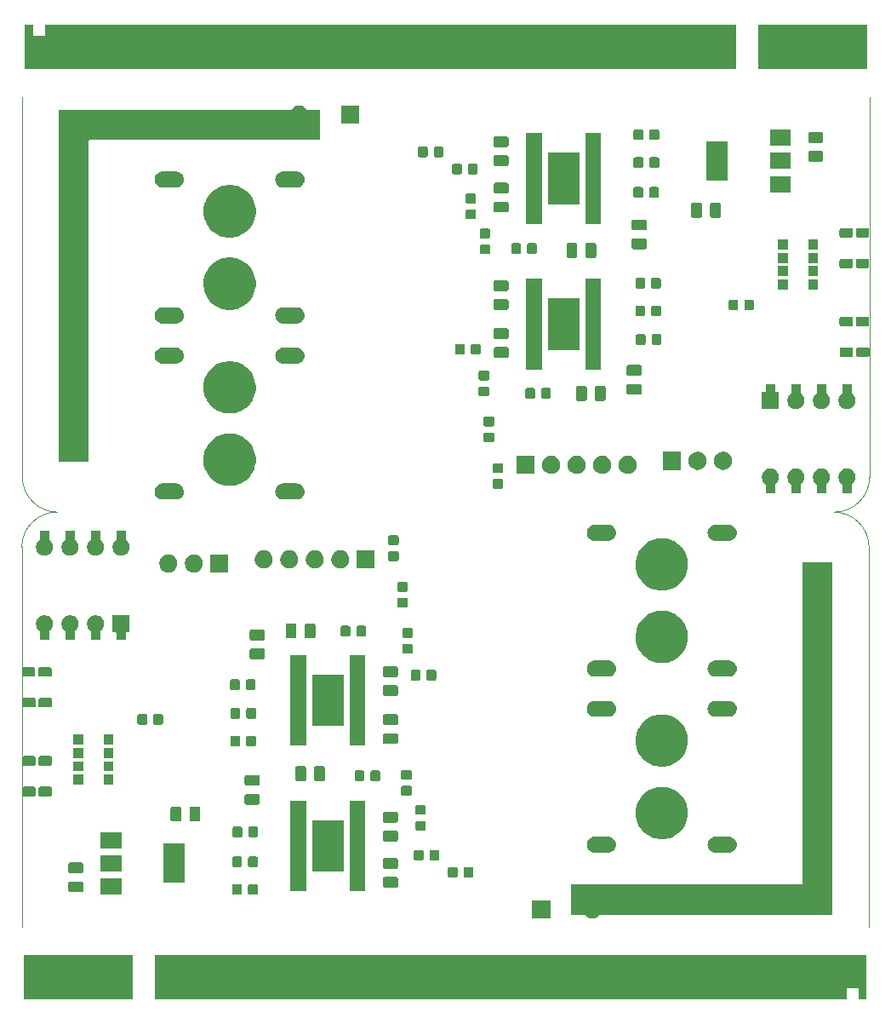
<source format=gts>
G04 #@! TF.GenerationSoftware,KiCad,Pcbnew,(5.1.5)-3*
G04 #@! TF.CreationDate,2020-02-01T14:08:18+09:00*
G04 #@! TF.ProjectId,CAN_Dual_MDexpress,43414e5f-4475-4616-9c5f-4d4465787072,rev?*
G04 #@! TF.SameCoordinates,Original*
G04 #@! TF.FileFunction,Soldermask,Top*
G04 #@! TF.FilePolarity,Negative*
%FSLAX46Y46*%
G04 Gerber Fmt 4.6, Leading zero omitted, Abs format (unit mm)*
G04 Created by KiCad (PCBNEW (5.1.5)-3) date 2020-02-01 14:08:18*
%MOMM*%
%LPD*%
G04 APERTURE LIST*
%ADD10C,0.100000*%
G04 APERTURE END LIST*
D10*
X199680000Y-86500000D02*
G75*
G02X196180000Y-90000000I-3500000J0D01*
G01*
X115380000Y-86500000D02*
X115380000Y-48750000D01*
X199680000Y-86500000D02*
X199680000Y-48750000D01*
X118880000Y-90000000D02*
G75*
G02X115380000Y-86500000I0J3500000D01*
G01*
X199620000Y-93500000D02*
X199620000Y-131250000D01*
X115320000Y-93500000D02*
X115320000Y-131250000D01*
X196120000Y-90000000D02*
G75*
G02X199620000Y-93500000I0J-3500000D01*
G01*
X115320000Y-93500000D02*
G75*
G02X118820000Y-90000000I3500000J0D01*
G01*
G36*
X199371000Y-138401000D02*
G01*
X198569000Y-138401000D01*
X198569000Y-137425999D01*
X198566598Y-137401613D01*
X198559485Y-137378164D01*
X198547934Y-137356553D01*
X198532389Y-137337611D01*
X198513447Y-137322066D01*
X198491836Y-137310515D01*
X198468387Y-137303402D01*
X198444001Y-137301000D01*
X197495999Y-137301000D01*
X197471613Y-137303402D01*
X197448164Y-137310515D01*
X197426553Y-137322066D01*
X197407611Y-137337611D01*
X197392066Y-137356553D01*
X197380515Y-137378164D01*
X197373402Y-137401613D01*
X197371000Y-137425999D01*
X197371000Y-138401000D01*
X128569000Y-138401000D01*
X128569000Y-133999000D01*
X199371000Y-133999000D01*
X199371000Y-138401000D01*
G37*
G36*
X126371000Y-138401000D02*
G01*
X115569000Y-138401000D01*
X115569000Y-133999000D01*
X126371000Y-133999000D01*
X126371000Y-138401000D01*
G37*
G36*
X167901000Y-130401000D02*
G01*
X166099000Y-130401000D01*
X166099000Y-128599000D01*
X167901000Y-128599000D01*
X167901000Y-130401000D01*
G37*
G36*
X196000000Y-130000000D02*
G01*
X172896347Y-130000000D01*
X172871961Y-130002402D01*
X172848512Y-130009515D01*
X172826901Y-130021066D01*
X172807959Y-130036611D01*
X172792422Y-130055544D01*
X172779853Y-130074354D01*
X172654354Y-130199853D01*
X172506784Y-130298456D01*
X172342812Y-130366376D01*
X172193512Y-130396073D01*
X172168742Y-130401000D01*
X171991258Y-130401000D01*
X171966488Y-130396073D01*
X171817188Y-130366376D01*
X171653216Y-130298456D01*
X171505646Y-130199853D01*
X171380147Y-130074354D01*
X171367578Y-130055544D01*
X171352040Y-130036611D01*
X171333098Y-130021066D01*
X171311488Y-130009515D01*
X171288039Y-130002402D01*
X171263653Y-130000000D01*
X170000000Y-130000000D01*
X170000000Y-127000000D01*
X192875001Y-127000000D01*
X192899387Y-126997598D01*
X192922836Y-126990485D01*
X192944447Y-126978934D01*
X192963389Y-126963389D01*
X192978934Y-126944447D01*
X192990485Y-126922836D01*
X192997598Y-126899387D01*
X193000000Y-126875001D01*
X193000000Y-95000000D01*
X196000000Y-95000000D01*
X196000000Y-130000000D01*
G37*
G36*
X137090591Y-126978085D02*
G01*
X137124569Y-126988393D01*
X137155890Y-127005134D01*
X137183339Y-127027661D01*
X137205866Y-127055110D01*
X137222607Y-127086431D01*
X137232915Y-127120409D01*
X137237000Y-127161890D01*
X137237000Y-127838110D01*
X137232915Y-127879591D01*
X137222607Y-127913569D01*
X137205866Y-127944890D01*
X137183339Y-127972339D01*
X137155890Y-127994866D01*
X137124569Y-128011607D01*
X137090591Y-128021915D01*
X137049110Y-128026000D01*
X136447890Y-128026000D01*
X136406409Y-128021915D01*
X136372431Y-128011607D01*
X136341110Y-127994866D01*
X136313661Y-127972339D01*
X136291134Y-127944890D01*
X136274393Y-127913569D01*
X136264085Y-127879591D01*
X136260000Y-127838110D01*
X136260000Y-127161890D01*
X136264085Y-127120409D01*
X136274393Y-127086431D01*
X136291134Y-127055110D01*
X136313661Y-127027661D01*
X136341110Y-127005134D01*
X136372431Y-126988393D01*
X136406409Y-126978085D01*
X136447890Y-126974000D01*
X137049110Y-126974000D01*
X137090591Y-126978085D01*
G37*
G36*
X138665591Y-126978085D02*
G01*
X138699569Y-126988393D01*
X138730890Y-127005134D01*
X138758339Y-127027661D01*
X138780866Y-127055110D01*
X138797607Y-127086431D01*
X138807915Y-127120409D01*
X138812000Y-127161890D01*
X138812000Y-127838110D01*
X138807915Y-127879591D01*
X138797607Y-127913569D01*
X138780866Y-127944890D01*
X138758339Y-127972339D01*
X138730890Y-127994866D01*
X138699569Y-128011607D01*
X138665591Y-128021915D01*
X138624110Y-128026000D01*
X138022890Y-128026000D01*
X137981409Y-128021915D01*
X137947431Y-128011607D01*
X137916110Y-127994866D01*
X137888661Y-127972339D01*
X137866134Y-127944890D01*
X137849393Y-127913569D01*
X137839085Y-127879591D01*
X137835000Y-127838110D01*
X137835000Y-127161890D01*
X137839085Y-127120409D01*
X137849393Y-127086431D01*
X137866134Y-127055110D01*
X137888661Y-127027661D01*
X137916110Y-127005134D01*
X137947431Y-126988393D01*
X137981409Y-126978085D01*
X138022890Y-126974000D01*
X138624110Y-126974000D01*
X138665591Y-126978085D01*
G37*
G36*
X125251000Y-128001000D02*
G01*
X123149000Y-128001000D01*
X123149000Y-126399000D01*
X125251000Y-126399000D01*
X125251000Y-128001000D01*
G37*
G36*
X121284468Y-126703565D02*
G01*
X121323138Y-126715296D01*
X121358777Y-126734346D01*
X121390017Y-126759983D01*
X121415654Y-126791223D01*
X121434704Y-126826862D01*
X121446435Y-126865532D01*
X121451000Y-126911888D01*
X121451000Y-127563112D01*
X121446435Y-127609468D01*
X121434704Y-127648138D01*
X121415654Y-127683777D01*
X121390017Y-127715017D01*
X121358777Y-127740654D01*
X121323138Y-127759704D01*
X121284468Y-127771435D01*
X121238112Y-127776000D01*
X120161888Y-127776000D01*
X120115532Y-127771435D01*
X120076862Y-127759704D01*
X120041223Y-127740654D01*
X120009983Y-127715017D01*
X119984346Y-127683777D01*
X119965296Y-127648138D01*
X119953565Y-127609468D01*
X119949000Y-127563112D01*
X119949000Y-126911888D01*
X119953565Y-126865532D01*
X119965296Y-126826862D01*
X119984346Y-126791223D01*
X120009983Y-126759983D01*
X120041223Y-126734346D01*
X120076862Y-126715296D01*
X120115532Y-126703565D01*
X120161888Y-126699000D01*
X121238112Y-126699000D01*
X121284468Y-126703565D01*
G37*
G36*
X143622500Y-127653000D02*
G01*
X142045500Y-127653000D01*
X142045500Y-118651000D01*
X143622500Y-118651000D01*
X143622500Y-127653000D01*
G37*
G36*
X149498500Y-127653000D02*
G01*
X147921500Y-127653000D01*
X147921500Y-118651000D01*
X149498500Y-118651000D01*
X149498500Y-127653000D01*
G37*
G36*
X152584468Y-126266065D02*
G01*
X152623138Y-126277796D01*
X152658777Y-126296846D01*
X152690017Y-126322483D01*
X152715654Y-126353723D01*
X152734704Y-126389362D01*
X152746435Y-126428032D01*
X152751000Y-126474388D01*
X152751000Y-127125612D01*
X152746435Y-127171968D01*
X152734704Y-127210638D01*
X152715654Y-127246277D01*
X152690017Y-127277517D01*
X152658777Y-127303154D01*
X152623138Y-127322204D01*
X152584468Y-127333935D01*
X152538112Y-127338500D01*
X151461888Y-127338500D01*
X151415532Y-127333935D01*
X151376862Y-127322204D01*
X151341223Y-127303154D01*
X151309983Y-127277517D01*
X151284346Y-127246277D01*
X151265296Y-127210638D01*
X151253565Y-127171968D01*
X151249000Y-127125612D01*
X151249000Y-126474388D01*
X151253565Y-126428032D01*
X151265296Y-126389362D01*
X151284346Y-126353723D01*
X151309983Y-126322483D01*
X151341223Y-126296846D01*
X151376862Y-126277796D01*
X151415532Y-126266065D01*
X151461888Y-126261500D01*
X152538112Y-126261500D01*
X152584468Y-126266065D01*
G37*
G36*
X131551000Y-126851000D02*
G01*
X129449000Y-126851000D01*
X129449000Y-122949000D01*
X131551000Y-122949000D01*
X131551000Y-126851000D01*
G37*
G36*
X160117091Y-125278085D02*
G01*
X160151069Y-125288393D01*
X160182390Y-125305134D01*
X160209839Y-125327661D01*
X160232366Y-125355110D01*
X160249107Y-125386431D01*
X160259415Y-125420409D01*
X160263500Y-125461890D01*
X160263500Y-126138110D01*
X160259415Y-126179591D01*
X160249107Y-126213569D01*
X160232366Y-126244890D01*
X160209839Y-126272339D01*
X160182390Y-126294866D01*
X160151069Y-126311607D01*
X160117091Y-126321915D01*
X160075610Y-126326000D01*
X159474390Y-126326000D01*
X159432909Y-126321915D01*
X159398931Y-126311607D01*
X159367610Y-126294866D01*
X159340161Y-126272339D01*
X159317634Y-126244890D01*
X159300893Y-126213569D01*
X159290585Y-126179591D01*
X159286500Y-126138110D01*
X159286500Y-125461890D01*
X159290585Y-125420409D01*
X159300893Y-125386431D01*
X159317634Y-125355110D01*
X159340161Y-125327661D01*
X159367610Y-125305134D01*
X159398931Y-125288393D01*
X159432909Y-125278085D01*
X159474390Y-125274000D01*
X160075610Y-125274000D01*
X160117091Y-125278085D01*
G37*
G36*
X158542091Y-125278085D02*
G01*
X158576069Y-125288393D01*
X158607390Y-125305134D01*
X158634839Y-125327661D01*
X158657366Y-125355110D01*
X158674107Y-125386431D01*
X158684415Y-125420409D01*
X158688500Y-125461890D01*
X158688500Y-126138110D01*
X158684415Y-126179591D01*
X158674107Y-126213569D01*
X158657366Y-126244890D01*
X158634839Y-126272339D01*
X158607390Y-126294866D01*
X158576069Y-126311607D01*
X158542091Y-126321915D01*
X158500610Y-126326000D01*
X157899390Y-126326000D01*
X157857909Y-126321915D01*
X157823931Y-126311607D01*
X157792610Y-126294866D01*
X157765161Y-126272339D01*
X157742634Y-126244890D01*
X157725893Y-126213569D01*
X157715585Y-126179591D01*
X157711500Y-126138110D01*
X157711500Y-125461890D01*
X157715585Y-125420409D01*
X157725893Y-125386431D01*
X157742634Y-125355110D01*
X157765161Y-125327661D01*
X157792610Y-125305134D01*
X157823931Y-125288393D01*
X157857909Y-125278085D01*
X157899390Y-125274000D01*
X158500610Y-125274000D01*
X158542091Y-125278085D01*
G37*
G36*
X121284468Y-124828565D02*
G01*
X121323138Y-124840296D01*
X121358777Y-124859346D01*
X121390017Y-124884983D01*
X121415654Y-124916223D01*
X121434704Y-124951862D01*
X121446435Y-124990532D01*
X121451000Y-125036888D01*
X121451000Y-125688112D01*
X121446435Y-125734468D01*
X121434704Y-125773138D01*
X121415654Y-125808777D01*
X121390017Y-125840017D01*
X121358777Y-125865654D01*
X121323138Y-125884704D01*
X121284468Y-125896435D01*
X121238112Y-125901000D01*
X120161888Y-125901000D01*
X120115532Y-125896435D01*
X120076862Y-125884704D01*
X120041223Y-125865654D01*
X120009983Y-125840017D01*
X119984346Y-125808777D01*
X119965296Y-125773138D01*
X119953565Y-125734468D01*
X119949000Y-125688112D01*
X119949000Y-125036888D01*
X119953565Y-124990532D01*
X119965296Y-124951862D01*
X119984346Y-124916223D01*
X120009983Y-124884983D01*
X120041223Y-124859346D01*
X120076862Y-124840296D01*
X120115532Y-124828565D01*
X120161888Y-124824000D01*
X121238112Y-124824000D01*
X121284468Y-124828565D01*
G37*
G36*
X147323000Y-125703000D02*
G01*
X144221000Y-125703000D01*
X144221000Y-120601000D01*
X147323000Y-120601000D01*
X147323000Y-125703000D01*
G37*
G36*
X125251000Y-125701000D02*
G01*
X123149000Y-125701000D01*
X123149000Y-124099000D01*
X125251000Y-124099000D01*
X125251000Y-125701000D01*
G37*
G36*
X152584468Y-124391065D02*
G01*
X152623138Y-124402796D01*
X152658777Y-124421846D01*
X152690017Y-124447483D01*
X152715654Y-124478723D01*
X152734704Y-124514362D01*
X152746435Y-124553032D01*
X152751000Y-124599388D01*
X152751000Y-125250612D01*
X152746435Y-125296968D01*
X152734704Y-125335638D01*
X152715654Y-125371277D01*
X152690017Y-125402517D01*
X152658777Y-125428154D01*
X152623138Y-125447204D01*
X152584468Y-125458935D01*
X152538112Y-125463500D01*
X151461888Y-125463500D01*
X151415532Y-125458935D01*
X151376862Y-125447204D01*
X151341223Y-125428154D01*
X151309983Y-125402517D01*
X151284346Y-125371277D01*
X151265296Y-125335638D01*
X151253565Y-125296968D01*
X151249000Y-125250612D01*
X151249000Y-124599388D01*
X151253565Y-124553032D01*
X151265296Y-124514362D01*
X151284346Y-124478723D01*
X151309983Y-124447483D01*
X151341223Y-124421846D01*
X151376862Y-124402796D01*
X151415532Y-124391065D01*
X151461888Y-124386500D01*
X152538112Y-124386500D01*
X152584468Y-124391065D01*
G37*
G36*
X138665591Y-124228085D02*
G01*
X138699569Y-124238393D01*
X138730890Y-124255134D01*
X138758339Y-124277661D01*
X138780866Y-124305110D01*
X138797607Y-124336431D01*
X138807915Y-124370409D01*
X138812000Y-124411890D01*
X138812000Y-125088110D01*
X138807915Y-125129591D01*
X138797607Y-125163569D01*
X138780866Y-125194890D01*
X138758339Y-125222339D01*
X138730890Y-125244866D01*
X138699569Y-125261607D01*
X138665591Y-125271915D01*
X138624110Y-125276000D01*
X138022890Y-125276000D01*
X137981409Y-125271915D01*
X137947431Y-125261607D01*
X137916110Y-125244866D01*
X137888661Y-125222339D01*
X137866134Y-125194890D01*
X137849393Y-125163569D01*
X137839085Y-125129591D01*
X137835000Y-125088110D01*
X137835000Y-124411890D01*
X137839085Y-124370409D01*
X137849393Y-124336431D01*
X137866134Y-124305110D01*
X137888661Y-124277661D01*
X137916110Y-124255134D01*
X137947431Y-124238393D01*
X137981409Y-124228085D01*
X138022890Y-124224000D01*
X138624110Y-124224000D01*
X138665591Y-124228085D01*
G37*
G36*
X137090591Y-124228085D02*
G01*
X137124569Y-124238393D01*
X137155890Y-124255134D01*
X137183339Y-124277661D01*
X137205866Y-124305110D01*
X137222607Y-124336431D01*
X137232915Y-124370409D01*
X137237000Y-124411890D01*
X137237000Y-125088110D01*
X137232915Y-125129591D01*
X137222607Y-125163569D01*
X137205866Y-125194890D01*
X137183339Y-125222339D01*
X137155890Y-125244866D01*
X137124569Y-125261607D01*
X137090591Y-125271915D01*
X137049110Y-125276000D01*
X136447890Y-125276000D01*
X136406409Y-125271915D01*
X136372431Y-125261607D01*
X136341110Y-125244866D01*
X136313661Y-125222339D01*
X136291134Y-125194890D01*
X136274393Y-125163569D01*
X136264085Y-125129591D01*
X136260000Y-125088110D01*
X136260000Y-124411890D01*
X136264085Y-124370409D01*
X136274393Y-124336431D01*
X136291134Y-124305110D01*
X136313661Y-124277661D01*
X136341110Y-124255134D01*
X136372431Y-124238393D01*
X136406409Y-124228085D01*
X136447890Y-124224000D01*
X137049110Y-124224000D01*
X137090591Y-124228085D01*
G37*
G36*
X156717091Y-123578085D02*
G01*
X156751069Y-123588393D01*
X156782390Y-123605134D01*
X156809839Y-123627661D01*
X156832366Y-123655110D01*
X156849107Y-123686431D01*
X156859415Y-123720409D01*
X156863500Y-123761890D01*
X156863500Y-124438110D01*
X156859415Y-124479591D01*
X156849107Y-124513569D01*
X156832366Y-124544890D01*
X156809839Y-124572339D01*
X156782390Y-124594866D01*
X156751069Y-124611607D01*
X156717091Y-124621915D01*
X156675610Y-124626000D01*
X156074390Y-124626000D01*
X156032909Y-124621915D01*
X155998931Y-124611607D01*
X155967610Y-124594866D01*
X155940161Y-124572339D01*
X155917634Y-124544890D01*
X155900893Y-124513569D01*
X155890585Y-124479591D01*
X155886500Y-124438110D01*
X155886500Y-123761890D01*
X155890585Y-123720409D01*
X155900893Y-123686431D01*
X155917634Y-123655110D01*
X155940161Y-123627661D01*
X155967610Y-123605134D01*
X155998931Y-123588393D01*
X156032909Y-123578085D01*
X156074390Y-123574000D01*
X156675610Y-123574000D01*
X156717091Y-123578085D01*
G37*
G36*
X155142091Y-123578085D02*
G01*
X155176069Y-123588393D01*
X155207390Y-123605134D01*
X155234839Y-123627661D01*
X155257366Y-123655110D01*
X155274107Y-123686431D01*
X155284415Y-123720409D01*
X155288500Y-123761890D01*
X155288500Y-124438110D01*
X155284415Y-124479591D01*
X155274107Y-124513569D01*
X155257366Y-124544890D01*
X155234839Y-124572339D01*
X155207390Y-124594866D01*
X155176069Y-124611607D01*
X155142091Y-124621915D01*
X155100610Y-124626000D01*
X154499390Y-124626000D01*
X154457909Y-124621915D01*
X154423931Y-124611607D01*
X154392610Y-124594866D01*
X154365161Y-124572339D01*
X154342634Y-124544890D01*
X154325893Y-124513569D01*
X154315585Y-124479591D01*
X154311500Y-124438110D01*
X154311500Y-123761890D01*
X154315585Y-123720409D01*
X154325893Y-123686431D01*
X154342634Y-123655110D01*
X154365161Y-123627661D01*
X154392610Y-123605134D01*
X154423931Y-123588393D01*
X154457909Y-123578085D01*
X154499390Y-123574000D01*
X155100610Y-123574000D01*
X155142091Y-123578085D01*
G37*
G36*
X185728571Y-122252863D02*
G01*
X185807023Y-122260590D01*
X185870567Y-122279866D01*
X185958013Y-122306392D01*
X186097165Y-122380771D01*
X186219133Y-122480867D01*
X186319229Y-122602835D01*
X186393608Y-122741987D01*
X186393608Y-122741988D01*
X186439410Y-122892977D01*
X186454875Y-123050000D01*
X186439410Y-123207023D01*
X186408875Y-123307682D01*
X186393608Y-123358013D01*
X186319229Y-123497165D01*
X186219133Y-123619133D01*
X186097165Y-123719229D01*
X185958013Y-123793608D01*
X185907682Y-123808875D01*
X185807023Y-123839410D01*
X185728571Y-123847137D01*
X185689346Y-123851000D01*
X184310654Y-123851000D01*
X184271429Y-123847137D01*
X184192977Y-123839410D01*
X184092318Y-123808875D01*
X184041987Y-123793608D01*
X183902835Y-123719229D01*
X183780867Y-123619133D01*
X183680771Y-123497165D01*
X183606392Y-123358013D01*
X183591125Y-123307682D01*
X183560590Y-123207023D01*
X183545125Y-123050000D01*
X183560590Y-122892977D01*
X183606392Y-122741988D01*
X183606392Y-122741987D01*
X183680771Y-122602835D01*
X183780867Y-122480867D01*
X183902835Y-122380771D01*
X184041987Y-122306392D01*
X184129433Y-122279866D01*
X184192977Y-122260590D01*
X184271429Y-122252863D01*
X184310654Y-122249000D01*
X185689346Y-122249000D01*
X185728571Y-122252863D01*
G37*
G36*
X173728571Y-122252863D02*
G01*
X173807023Y-122260590D01*
X173870567Y-122279866D01*
X173958013Y-122306392D01*
X174097165Y-122380771D01*
X174219133Y-122480867D01*
X174319229Y-122602835D01*
X174393608Y-122741987D01*
X174393608Y-122741988D01*
X174439410Y-122892977D01*
X174454875Y-123050000D01*
X174439410Y-123207023D01*
X174408875Y-123307682D01*
X174393608Y-123358013D01*
X174319229Y-123497165D01*
X174219133Y-123619133D01*
X174097165Y-123719229D01*
X173958013Y-123793608D01*
X173907682Y-123808875D01*
X173807023Y-123839410D01*
X173728571Y-123847137D01*
X173689346Y-123851000D01*
X172310654Y-123851000D01*
X172271429Y-123847137D01*
X172192977Y-123839410D01*
X172092318Y-123808875D01*
X172041987Y-123793608D01*
X171902835Y-123719229D01*
X171780867Y-123619133D01*
X171680771Y-123497165D01*
X171606392Y-123358013D01*
X171591125Y-123307682D01*
X171560590Y-123207023D01*
X171545125Y-123050000D01*
X171560590Y-122892977D01*
X171606392Y-122741988D01*
X171606392Y-122741987D01*
X171680771Y-122602835D01*
X171780867Y-122480867D01*
X171902835Y-122380771D01*
X172041987Y-122306392D01*
X172129433Y-122279866D01*
X172192977Y-122260590D01*
X172271429Y-122252863D01*
X172310654Y-122249000D01*
X173689346Y-122249000D01*
X173728571Y-122252863D01*
G37*
G36*
X125251000Y-123401000D02*
G01*
X123149000Y-123401000D01*
X123149000Y-121799000D01*
X125251000Y-121799000D01*
X125251000Y-123401000D01*
G37*
G36*
X152584468Y-121666065D02*
G01*
X152623138Y-121677796D01*
X152658777Y-121696846D01*
X152690017Y-121722483D01*
X152715654Y-121753723D01*
X152734704Y-121789362D01*
X152746435Y-121828032D01*
X152751000Y-121874388D01*
X152751000Y-122525612D01*
X152746435Y-122571968D01*
X152734704Y-122610638D01*
X152715654Y-122646277D01*
X152690017Y-122677517D01*
X152658777Y-122703154D01*
X152623138Y-122722204D01*
X152584468Y-122733935D01*
X152538112Y-122738500D01*
X151461888Y-122738500D01*
X151415532Y-122733935D01*
X151376862Y-122722204D01*
X151341223Y-122703154D01*
X151309983Y-122677517D01*
X151284346Y-122646277D01*
X151265296Y-122610638D01*
X151253565Y-122571968D01*
X151249000Y-122525612D01*
X151249000Y-121874388D01*
X151253565Y-121828032D01*
X151265296Y-121789362D01*
X151284346Y-121753723D01*
X151309983Y-121722483D01*
X151341223Y-121696846D01*
X151376862Y-121677796D01*
X151415532Y-121666065D01*
X151461888Y-121661500D01*
X152538112Y-121661500D01*
X152584468Y-121666065D01*
G37*
G36*
X179412577Y-117330110D02*
G01*
X179758684Y-117398955D01*
X179954752Y-117480169D01*
X180232034Y-117595023D01*
X180232035Y-117595024D01*
X180658041Y-117879671D01*
X181020329Y-118241959D01*
X181210524Y-118526607D01*
X181304977Y-118667966D01*
X181362463Y-118806750D01*
X181501045Y-119141316D01*
X181601000Y-119643824D01*
X181601000Y-120156176D01*
X181501045Y-120658684D01*
X181422957Y-120847204D01*
X181304977Y-121132034D01*
X181304976Y-121132035D01*
X181020329Y-121558041D01*
X180658041Y-121920329D01*
X180373393Y-122110524D01*
X180232034Y-122204977D01*
X180020956Y-122292408D01*
X179758684Y-122401045D01*
X179507430Y-122451023D01*
X179256177Y-122501000D01*
X178743823Y-122501000D01*
X178492570Y-122451023D01*
X178241316Y-122401045D01*
X177979044Y-122292408D01*
X177767966Y-122204977D01*
X177626607Y-122110524D01*
X177341959Y-121920329D01*
X176979671Y-121558041D01*
X176695024Y-121132035D01*
X176695023Y-121132034D01*
X176577043Y-120847204D01*
X176498955Y-120658684D01*
X176399000Y-120156176D01*
X176399000Y-119643824D01*
X176498955Y-119141316D01*
X176637537Y-118806750D01*
X176695023Y-118667966D01*
X176789476Y-118526607D01*
X176979671Y-118241959D01*
X177341959Y-117879671D01*
X177767965Y-117595024D01*
X177767966Y-117595023D01*
X178045248Y-117480169D01*
X178241316Y-117398955D01*
X178587423Y-117330110D01*
X178743823Y-117299000D01*
X179256177Y-117299000D01*
X179412577Y-117330110D01*
G37*
G36*
X138691091Y-121263085D02*
G01*
X138725069Y-121273393D01*
X138756390Y-121290134D01*
X138783839Y-121312661D01*
X138806366Y-121340110D01*
X138823107Y-121371431D01*
X138833415Y-121405409D01*
X138837500Y-121446890D01*
X138837500Y-122123110D01*
X138833415Y-122164591D01*
X138823107Y-122198569D01*
X138806366Y-122229890D01*
X138783839Y-122257339D01*
X138756390Y-122279866D01*
X138725069Y-122296607D01*
X138691091Y-122306915D01*
X138649610Y-122311000D01*
X138048390Y-122311000D01*
X138006909Y-122306915D01*
X137972931Y-122296607D01*
X137941610Y-122279866D01*
X137914161Y-122257339D01*
X137891634Y-122229890D01*
X137874893Y-122198569D01*
X137864585Y-122164591D01*
X137860500Y-122123110D01*
X137860500Y-121446890D01*
X137864585Y-121405409D01*
X137874893Y-121371431D01*
X137891634Y-121340110D01*
X137914161Y-121312661D01*
X137941610Y-121290134D01*
X137972931Y-121273393D01*
X138006909Y-121263085D01*
X138048390Y-121259000D01*
X138649610Y-121259000D01*
X138691091Y-121263085D01*
G37*
G36*
X137116091Y-121263085D02*
G01*
X137150069Y-121273393D01*
X137181390Y-121290134D01*
X137208839Y-121312661D01*
X137231366Y-121340110D01*
X137248107Y-121371431D01*
X137258415Y-121405409D01*
X137262500Y-121446890D01*
X137262500Y-122123110D01*
X137258415Y-122164591D01*
X137248107Y-122198569D01*
X137231366Y-122229890D01*
X137208839Y-122257339D01*
X137181390Y-122279866D01*
X137150069Y-122296607D01*
X137116091Y-122306915D01*
X137074610Y-122311000D01*
X136473390Y-122311000D01*
X136431909Y-122306915D01*
X136397931Y-122296607D01*
X136366610Y-122279866D01*
X136339161Y-122257339D01*
X136316634Y-122229890D01*
X136299893Y-122198569D01*
X136289585Y-122164591D01*
X136285500Y-122123110D01*
X136285500Y-121446890D01*
X136289585Y-121405409D01*
X136299893Y-121371431D01*
X136316634Y-121340110D01*
X136339161Y-121312661D01*
X136366610Y-121290134D01*
X136397931Y-121273393D01*
X136431909Y-121263085D01*
X136473390Y-121259000D01*
X137074610Y-121259000D01*
X137116091Y-121263085D01*
G37*
G36*
X155379591Y-120690585D02*
G01*
X155413569Y-120700893D01*
X155444890Y-120717634D01*
X155472339Y-120740161D01*
X155494866Y-120767610D01*
X155511607Y-120798931D01*
X155521915Y-120832909D01*
X155526000Y-120874390D01*
X155526000Y-121475610D01*
X155521915Y-121517091D01*
X155511607Y-121551069D01*
X155494866Y-121582390D01*
X155472339Y-121609839D01*
X155444890Y-121632366D01*
X155413569Y-121649107D01*
X155379591Y-121659415D01*
X155338110Y-121663500D01*
X154661890Y-121663500D01*
X154620409Y-121659415D01*
X154586431Y-121649107D01*
X154555110Y-121632366D01*
X154527661Y-121609839D01*
X154505134Y-121582390D01*
X154488393Y-121551069D01*
X154478085Y-121517091D01*
X154474000Y-121475610D01*
X154474000Y-120874390D01*
X154478085Y-120832909D01*
X154488393Y-120798931D01*
X154505134Y-120767610D01*
X154527661Y-120740161D01*
X154555110Y-120717634D01*
X154586431Y-120700893D01*
X154620409Y-120690585D01*
X154661890Y-120686500D01*
X155338110Y-120686500D01*
X155379591Y-120690585D01*
G37*
G36*
X152584468Y-119791065D02*
G01*
X152623138Y-119802796D01*
X152658777Y-119821846D01*
X152690017Y-119847483D01*
X152715654Y-119878723D01*
X152734704Y-119914362D01*
X152746435Y-119953032D01*
X152751000Y-119999388D01*
X152751000Y-120650612D01*
X152746435Y-120696968D01*
X152734704Y-120735638D01*
X152715654Y-120771277D01*
X152690017Y-120802517D01*
X152658777Y-120828154D01*
X152623138Y-120847204D01*
X152584468Y-120858935D01*
X152538112Y-120863500D01*
X151461888Y-120863500D01*
X151415532Y-120858935D01*
X151376862Y-120847204D01*
X151341223Y-120828154D01*
X151309983Y-120802517D01*
X151284346Y-120771277D01*
X151265296Y-120735638D01*
X151253565Y-120696968D01*
X151249000Y-120650612D01*
X151249000Y-119999388D01*
X151253565Y-119953032D01*
X151265296Y-119914362D01*
X151284346Y-119878723D01*
X151309983Y-119847483D01*
X151341223Y-119821846D01*
X151376862Y-119802796D01*
X151415532Y-119791065D01*
X151461888Y-119786500D01*
X152538112Y-119786500D01*
X152584468Y-119791065D01*
G37*
G36*
X131034468Y-119253565D02*
G01*
X131073138Y-119265296D01*
X131108777Y-119284346D01*
X131140017Y-119309983D01*
X131165654Y-119341223D01*
X131184704Y-119376862D01*
X131196435Y-119415532D01*
X131201000Y-119461888D01*
X131201000Y-120538112D01*
X131196435Y-120584468D01*
X131184704Y-120623138D01*
X131165654Y-120658777D01*
X131140017Y-120690017D01*
X131108777Y-120715654D01*
X131073138Y-120734704D01*
X131034468Y-120746435D01*
X130988112Y-120751000D01*
X130336888Y-120751000D01*
X130290532Y-120746435D01*
X130251862Y-120734704D01*
X130216223Y-120715654D01*
X130184983Y-120690017D01*
X130159346Y-120658777D01*
X130140296Y-120623138D01*
X130128565Y-120584468D01*
X130124000Y-120538112D01*
X130124000Y-119461888D01*
X130128565Y-119415532D01*
X130140296Y-119376862D01*
X130159346Y-119341223D01*
X130184983Y-119309983D01*
X130216223Y-119284346D01*
X130251862Y-119265296D01*
X130290532Y-119253565D01*
X130336888Y-119249000D01*
X130988112Y-119249000D01*
X131034468Y-119253565D01*
G37*
G36*
X132909468Y-119253565D02*
G01*
X132948138Y-119265296D01*
X132983777Y-119284346D01*
X133015017Y-119309983D01*
X133040654Y-119341223D01*
X133059704Y-119376862D01*
X133071435Y-119415532D01*
X133076000Y-119461888D01*
X133076000Y-120538112D01*
X133071435Y-120584468D01*
X133059704Y-120623138D01*
X133040654Y-120658777D01*
X133015017Y-120690017D01*
X132983777Y-120715654D01*
X132948138Y-120734704D01*
X132909468Y-120746435D01*
X132863112Y-120751000D01*
X132211888Y-120751000D01*
X132165532Y-120746435D01*
X132126862Y-120734704D01*
X132091223Y-120715654D01*
X132059983Y-120690017D01*
X132034346Y-120658777D01*
X132015296Y-120623138D01*
X132003565Y-120584468D01*
X131999000Y-120538112D01*
X131999000Y-119461888D01*
X132003565Y-119415532D01*
X132015296Y-119376862D01*
X132034346Y-119341223D01*
X132059983Y-119309983D01*
X132091223Y-119284346D01*
X132126862Y-119265296D01*
X132165532Y-119253565D01*
X132211888Y-119249000D01*
X132863112Y-119249000D01*
X132909468Y-119253565D01*
G37*
G36*
X155379591Y-119115585D02*
G01*
X155413569Y-119125893D01*
X155444890Y-119142634D01*
X155472339Y-119165161D01*
X155494866Y-119192610D01*
X155511607Y-119223931D01*
X155521915Y-119257909D01*
X155526000Y-119299390D01*
X155526000Y-119900610D01*
X155521915Y-119942091D01*
X155511607Y-119976069D01*
X155494866Y-120007390D01*
X155472339Y-120034839D01*
X155444890Y-120057366D01*
X155413569Y-120074107D01*
X155379591Y-120084415D01*
X155338110Y-120088500D01*
X154661890Y-120088500D01*
X154620409Y-120084415D01*
X154586431Y-120074107D01*
X154555110Y-120057366D01*
X154527661Y-120034839D01*
X154505134Y-120007390D01*
X154488393Y-119976069D01*
X154478085Y-119942091D01*
X154474000Y-119900610D01*
X154474000Y-119299390D01*
X154478085Y-119257909D01*
X154488393Y-119223931D01*
X154505134Y-119192610D01*
X154527661Y-119165161D01*
X154555110Y-119142634D01*
X154586431Y-119125893D01*
X154620409Y-119115585D01*
X154661890Y-119111500D01*
X155338110Y-119111500D01*
X155379591Y-119115585D01*
G37*
G36*
X138834468Y-118003565D02*
G01*
X138873138Y-118015296D01*
X138908777Y-118034346D01*
X138940017Y-118059983D01*
X138965654Y-118091223D01*
X138984704Y-118126862D01*
X138996435Y-118165532D01*
X139001000Y-118211888D01*
X139001000Y-118863112D01*
X138996435Y-118909468D01*
X138984704Y-118948138D01*
X138965654Y-118983777D01*
X138940017Y-119015017D01*
X138908777Y-119040654D01*
X138873138Y-119059704D01*
X138834468Y-119071435D01*
X138788112Y-119076000D01*
X137711888Y-119076000D01*
X137665532Y-119071435D01*
X137626862Y-119059704D01*
X137591223Y-119040654D01*
X137559983Y-119015017D01*
X137534346Y-118983777D01*
X137515296Y-118948138D01*
X137503565Y-118909468D01*
X137499000Y-118863112D01*
X137499000Y-118211888D01*
X137503565Y-118165532D01*
X137515296Y-118126862D01*
X137534346Y-118091223D01*
X137559983Y-118059983D01*
X137591223Y-118034346D01*
X137626862Y-118015296D01*
X137665532Y-118003565D01*
X137711888Y-117999000D01*
X138788112Y-117999000D01*
X138834468Y-118003565D01*
G37*
G36*
X118180118Y-117293965D02*
G01*
X118212933Y-117303919D01*
X118243165Y-117320079D01*
X118269670Y-117341830D01*
X118291421Y-117368335D01*
X118307581Y-117398567D01*
X118317535Y-117431382D01*
X118321500Y-117471640D01*
X118321500Y-118060360D01*
X118317535Y-118100618D01*
X118307581Y-118133433D01*
X118291421Y-118163665D01*
X118269670Y-118190170D01*
X118243165Y-118211921D01*
X118212933Y-118228081D01*
X118180118Y-118238035D01*
X118139860Y-118242000D01*
X117176140Y-118242000D01*
X117135882Y-118238035D01*
X117103067Y-118228081D01*
X117072835Y-118211921D01*
X117046330Y-118190170D01*
X117024579Y-118163665D01*
X117008419Y-118133433D01*
X116998465Y-118100618D01*
X116994500Y-118060360D01*
X116994500Y-117471640D01*
X116998465Y-117431382D01*
X117008419Y-117398567D01*
X117024579Y-117368335D01*
X117046330Y-117341830D01*
X117072835Y-117320079D01*
X117103067Y-117303919D01*
X117135882Y-117293965D01*
X117176140Y-117290000D01*
X118139860Y-117290000D01*
X118180118Y-117293965D01*
G37*
G36*
X116555118Y-117293965D02*
G01*
X116587933Y-117303919D01*
X116618165Y-117320079D01*
X116644670Y-117341830D01*
X116666421Y-117368335D01*
X116682581Y-117398567D01*
X116692535Y-117431382D01*
X116696500Y-117471640D01*
X116696500Y-118060360D01*
X116692535Y-118100618D01*
X116682581Y-118133433D01*
X116666421Y-118163665D01*
X116644670Y-118190170D01*
X116618165Y-118211921D01*
X116587933Y-118228081D01*
X116555118Y-118238035D01*
X116514860Y-118242000D01*
X115551140Y-118242000D01*
X115510882Y-118238035D01*
X115478067Y-118228081D01*
X115447835Y-118211921D01*
X115421330Y-118190170D01*
X115399579Y-118163665D01*
X115383419Y-118133433D01*
X115373465Y-118100618D01*
X115369500Y-118060360D01*
X115369500Y-117471640D01*
X115373465Y-117431382D01*
X115383419Y-117398567D01*
X115399579Y-117368335D01*
X115421330Y-117341830D01*
X115447835Y-117320079D01*
X115478067Y-117303919D01*
X115510882Y-117293965D01*
X115551140Y-117290000D01*
X116514860Y-117290000D01*
X116555118Y-117293965D01*
G37*
G36*
X153979591Y-117203085D02*
G01*
X154013569Y-117213393D01*
X154044890Y-117230134D01*
X154072339Y-117252661D01*
X154094866Y-117280110D01*
X154111607Y-117311431D01*
X154121915Y-117345409D01*
X154126000Y-117386890D01*
X154126000Y-117988110D01*
X154121915Y-118029591D01*
X154111607Y-118063569D01*
X154094866Y-118094890D01*
X154072339Y-118122339D01*
X154044890Y-118144866D01*
X154013569Y-118161607D01*
X153979591Y-118171915D01*
X153938110Y-118176000D01*
X153261890Y-118176000D01*
X153220409Y-118171915D01*
X153186431Y-118161607D01*
X153155110Y-118144866D01*
X153127661Y-118122339D01*
X153105134Y-118094890D01*
X153088393Y-118063569D01*
X153078085Y-118029591D01*
X153074000Y-117988110D01*
X153074000Y-117386890D01*
X153078085Y-117345409D01*
X153088393Y-117311431D01*
X153105134Y-117280110D01*
X153127661Y-117252661D01*
X153155110Y-117230134D01*
X153186431Y-117213393D01*
X153220409Y-117203085D01*
X153261890Y-117199000D01*
X153938110Y-117199000D01*
X153979591Y-117203085D01*
G37*
G36*
X138834468Y-116128565D02*
G01*
X138873138Y-116140296D01*
X138908777Y-116159346D01*
X138940017Y-116184983D01*
X138965654Y-116216223D01*
X138984704Y-116251862D01*
X138996435Y-116290532D01*
X139001000Y-116336888D01*
X139001000Y-116988112D01*
X138996435Y-117034468D01*
X138984704Y-117073138D01*
X138965654Y-117108777D01*
X138940017Y-117140017D01*
X138908777Y-117165654D01*
X138873138Y-117184704D01*
X138834468Y-117196435D01*
X138788112Y-117201000D01*
X137711888Y-117201000D01*
X137665532Y-117196435D01*
X137626862Y-117184704D01*
X137591223Y-117165654D01*
X137559983Y-117140017D01*
X137534346Y-117108777D01*
X137515296Y-117073138D01*
X137503565Y-117034468D01*
X137499000Y-116988112D01*
X137499000Y-116336888D01*
X137503565Y-116290532D01*
X137515296Y-116251862D01*
X137534346Y-116216223D01*
X137559983Y-116184983D01*
X137591223Y-116159346D01*
X137626862Y-116140296D01*
X137665532Y-116128565D01*
X137711888Y-116124000D01*
X138788112Y-116124000D01*
X138834468Y-116128565D01*
G37*
G36*
X124451000Y-117101000D02*
G01*
X123449000Y-117101000D01*
X123449000Y-116099000D01*
X124451000Y-116099000D01*
X124451000Y-117101000D01*
G37*
G36*
X121451000Y-117101000D02*
G01*
X120449000Y-117101000D01*
X120449000Y-116099000D01*
X121451000Y-116099000D01*
X121451000Y-117101000D01*
G37*
G36*
X143434468Y-115253565D02*
G01*
X143473138Y-115265296D01*
X143508777Y-115284346D01*
X143540017Y-115309983D01*
X143565654Y-115341223D01*
X143584704Y-115376862D01*
X143596435Y-115415532D01*
X143601000Y-115461888D01*
X143601000Y-116538112D01*
X143596435Y-116584468D01*
X143584704Y-116623138D01*
X143565654Y-116658777D01*
X143540017Y-116690017D01*
X143508777Y-116715654D01*
X143473138Y-116734704D01*
X143434468Y-116746435D01*
X143388112Y-116751000D01*
X142736888Y-116751000D01*
X142690532Y-116746435D01*
X142651862Y-116734704D01*
X142616223Y-116715654D01*
X142584983Y-116690017D01*
X142559346Y-116658777D01*
X142540296Y-116623138D01*
X142528565Y-116584468D01*
X142524000Y-116538112D01*
X142524000Y-115461888D01*
X142528565Y-115415532D01*
X142540296Y-115376862D01*
X142559346Y-115341223D01*
X142584983Y-115309983D01*
X142616223Y-115284346D01*
X142651862Y-115265296D01*
X142690532Y-115253565D01*
X142736888Y-115249000D01*
X143388112Y-115249000D01*
X143434468Y-115253565D01*
G37*
G36*
X145309468Y-115253565D02*
G01*
X145348138Y-115265296D01*
X145383777Y-115284346D01*
X145415017Y-115309983D01*
X145440654Y-115341223D01*
X145459704Y-115376862D01*
X145471435Y-115415532D01*
X145476000Y-115461888D01*
X145476000Y-116538112D01*
X145471435Y-116584468D01*
X145459704Y-116623138D01*
X145440654Y-116658777D01*
X145415017Y-116690017D01*
X145383777Y-116715654D01*
X145348138Y-116734704D01*
X145309468Y-116746435D01*
X145263112Y-116751000D01*
X144611888Y-116751000D01*
X144565532Y-116746435D01*
X144526862Y-116734704D01*
X144491223Y-116715654D01*
X144459983Y-116690017D01*
X144434346Y-116658777D01*
X144415296Y-116623138D01*
X144403565Y-116584468D01*
X144399000Y-116538112D01*
X144399000Y-115461888D01*
X144403565Y-115415532D01*
X144415296Y-115376862D01*
X144434346Y-115341223D01*
X144459983Y-115309983D01*
X144491223Y-115284346D01*
X144526862Y-115265296D01*
X144565532Y-115253565D01*
X144611888Y-115249000D01*
X145263112Y-115249000D01*
X145309468Y-115253565D01*
G37*
G36*
X150842091Y-115678085D02*
G01*
X150876069Y-115688393D01*
X150907390Y-115705134D01*
X150934839Y-115727661D01*
X150957366Y-115755110D01*
X150974107Y-115786431D01*
X150984415Y-115820409D01*
X150988500Y-115861890D01*
X150988500Y-116538110D01*
X150984415Y-116579591D01*
X150974107Y-116613569D01*
X150957366Y-116644890D01*
X150934839Y-116672339D01*
X150907390Y-116694866D01*
X150876069Y-116711607D01*
X150842091Y-116721915D01*
X150800610Y-116726000D01*
X150199390Y-116726000D01*
X150157909Y-116721915D01*
X150123931Y-116711607D01*
X150092610Y-116694866D01*
X150065161Y-116672339D01*
X150042634Y-116644890D01*
X150025893Y-116613569D01*
X150015585Y-116579591D01*
X150011500Y-116538110D01*
X150011500Y-115861890D01*
X150015585Y-115820409D01*
X150025893Y-115786431D01*
X150042634Y-115755110D01*
X150065161Y-115727661D01*
X150092610Y-115705134D01*
X150123931Y-115688393D01*
X150157909Y-115678085D01*
X150199390Y-115674000D01*
X150800610Y-115674000D01*
X150842091Y-115678085D01*
G37*
G36*
X149267091Y-115678085D02*
G01*
X149301069Y-115688393D01*
X149332390Y-115705134D01*
X149359839Y-115727661D01*
X149382366Y-115755110D01*
X149399107Y-115786431D01*
X149409415Y-115820409D01*
X149413500Y-115861890D01*
X149413500Y-116538110D01*
X149409415Y-116579591D01*
X149399107Y-116613569D01*
X149382366Y-116644890D01*
X149359839Y-116672339D01*
X149332390Y-116694866D01*
X149301069Y-116711607D01*
X149267091Y-116721915D01*
X149225610Y-116726000D01*
X148624390Y-116726000D01*
X148582909Y-116721915D01*
X148548931Y-116711607D01*
X148517610Y-116694866D01*
X148490161Y-116672339D01*
X148467634Y-116644890D01*
X148450893Y-116613569D01*
X148440585Y-116579591D01*
X148436500Y-116538110D01*
X148436500Y-115861890D01*
X148440585Y-115820409D01*
X148450893Y-115786431D01*
X148467634Y-115755110D01*
X148490161Y-115727661D01*
X148517610Y-115705134D01*
X148548931Y-115688393D01*
X148582909Y-115678085D01*
X148624390Y-115674000D01*
X149225610Y-115674000D01*
X149267091Y-115678085D01*
G37*
G36*
X153979591Y-115628085D02*
G01*
X154013569Y-115638393D01*
X154044890Y-115655134D01*
X154072339Y-115677661D01*
X154094866Y-115705110D01*
X154111607Y-115736431D01*
X154121915Y-115770409D01*
X154126000Y-115811890D01*
X154126000Y-116413110D01*
X154121915Y-116454591D01*
X154111607Y-116488569D01*
X154094866Y-116519890D01*
X154072339Y-116547339D01*
X154044890Y-116569866D01*
X154013569Y-116586607D01*
X153979591Y-116596915D01*
X153938110Y-116601000D01*
X153261890Y-116601000D01*
X153220409Y-116596915D01*
X153186431Y-116586607D01*
X153155110Y-116569866D01*
X153127661Y-116547339D01*
X153105134Y-116519890D01*
X153088393Y-116488569D01*
X153078085Y-116454591D01*
X153074000Y-116413110D01*
X153074000Y-115811890D01*
X153078085Y-115770409D01*
X153088393Y-115736431D01*
X153105134Y-115705110D01*
X153127661Y-115677661D01*
X153155110Y-115655134D01*
X153186431Y-115638393D01*
X153220409Y-115628085D01*
X153261890Y-115624000D01*
X153938110Y-115624000D01*
X153979591Y-115628085D01*
G37*
G36*
X124451000Y-115761000D02*
G01*
X123449000Y-115761000D01*
X123449000Y-114759000D01*
X124451000Y-114759000D01*
X124451000Y-115761000D01*
G37*
G36*
X121451000Y-115761000D02*
G01*
X120449000Y-115761000D01*
X120449000Y-114759000D01*
X121451000Y-114759000D01*
X121451000Y-115761000D01*
G37*
G36*
X179499917Y-110147483D02*
G01*
X179758684Y-110198955D01*
X179888464Y-110252712D01*
X180232034Y-110395023D01*
X180232035Y-110395024D01*
X180658041Y-110679671D01*
X181020329Y-111041959D01*
X181208114Y-111323000D01*
X181304977Y-111467966D01*
X181419831Y-111745248D01*
X181501045Y-111941316D01*
X181551022Y-112192570D01*
X181601000Y-112443823D01*
X181601000Y-112956177D01*
X181501045Y-113458683D01*
X181304977Y-113932034D01*
X181304976Y-113932035D01*
X181020329Y-114358041D01*
X180658041Y-114720329D01*
X180373393Y-114910524D01*
X180232034Y-115004977D01*
X179964809Y-115115665D01*
X179758684Y-115201045D01*
X179517598Y-115249000D01*
X179256177Y-115301000D01*
X178743823Y-115301000D01*
X178482402Y-115249000D01*
X178241316Y-115201045D01*
X178035191Y-115115665D01*
X177767966Y-115004977D01*
X177626607Y-114910524D01*
X177341959Y-114720329D01*
X176979671Y-114358041D01*
X176695024Y-113932035D01*
X176695023Y-113932034D01*
X176498955Y-113458683D01*
X176399000Y-112956177D01*
X176399000Y-112443823D01*
X176448978Y-112192570D01*
X176498955Y-111941316D01*
X176580169Y-111745248D01*
X176695023Y-111467966D01*
X176791886Y-111323000D01*
X176979671Y-111041959D01*
X177341959Y-110679671D01*
X177767965Y-110395024D01*
X177767966Y-110395023D01*
X178111536Y-110252712D01*
X178241316Y-110198955D01*
X178500083Y-110147483D01*
X178743823Y-110099000D01*
X179256177Y-110099000D01*
X179499917Y-110147483D01*
G37*
G36*
X116555118Y-114245965D02*
G01*
X116587933Y-114255919D01*
X116618165Y-114272079D01*
X116644670Y-114293830D01*
X116666421Y-114320335D01*
X116682581Y-114350567D01*
X116692535Y-114383382D01*
X116696500Y-114423640D01*
X116696500Y-115012360D01*
X116692535Y-115052618D01*
X116682581Y-115085433D01*
X116666421Y-115115665D01*
X116644670Y-115142170D01*
X116618165Y-115163921D01*
X116587933Y-115180081D01*
X116555118Y-115190035D01*
X116514860Y-115194000D01*
X115551140Y-115194000D01*
X115510882Y-115190035D01*
X115478067Y-115180081D01*
X115447835Y-115163921D01*
X115421330Y-115142170D01*
X115399579Y-115115665D01*
X115383419Y-115085433D01*
X115373465Y-115052618D01*
X115369500Y-115012360D01*
X115369500Y-114423640D01*
X115373465Y-114383382D01*
X115383419Y-114350567D01*
X115399579Y-114320335D01*
X115421330Y-114293830D01*
X115447835Y-114272079D01*
X115478067Y-114255919D01*
X115510882Y-114245965D01*
X115551140Y-114242000D01*
X116514860Y-114242000D01*
X116555118Y-114245965D01*
G37*
G36*
X118180118Y-114245965D02*
G01*
X118212933Y-114255919D01*
X118243165Y-114272079D01*
X118269670Y-114293830D01*
X118291421Y-114320335D01*
X118307581Y-114350567D01*
X118317535Y-114383382D01*
X118321500Y-114423640D01*
X118321500Y-115012360D01*
X118317535Y-115052618D01*
X118307581Y-115085433D01*
X118291421Y-115115665D01*
X118269670Y-115142170D01*
X118243165Y-115163921D01*
X118212933Y-115180081D01*
X118180118Y-115190035D01*
X118139860Y-115194000D01*
X117176140Y-115194000D01*
X117135882Y-115190035D01*
X117103067Y-115180081D01*
X117072835Y-115163921D01*
X117046330Y-115142170D01*
X117024579Y-115115665D01*
X117008419Y-115085433D01*
X116998465Y-115052618D01*
X116994500Y-115012360D01*
X116994500Y-114423640D01*
X116998465Y-114383382D01*
X117008419Y-114350567D01*
X117024579Y-114320335D01*
X117046330Y-114293830D01*
X117072835Y-114272079D01*
X117103067Y-114255919D01*
X117135882Y-114245965D01*
X117176140Y-114242000D01*
X118139860Y-114242000D01*
X118180118Y-114245965D01*
G37*
G36*
X121451000Y-114441000D02*
G01*
X120449000Y-114441000D01*
X120449000Y-113439000D01*
X121451000Y-113439000D01*
X121451000Y-114441000D01*
G37*
G36*
X124451000Y-114441000D02*
G01*
X123449000Y-114441000D01*
X123449000Y-113439000D01*
X124451000Y-113439000D01*
X124451000Y-114441000D01*
G37*
G36*
X138491091Y-112228085D02*
G01*
X138525069Y-112238393D01*
X138556390Y-112255134D01*
X138583839Y-112277661D01*
X138606366Y-112305110D01*
X138623107Y-112336431D01*
X138633415Y-112370409D01*
X138637500Y-112411890D01*
X138637500Y-113088110D01*
X138633415Y-113129591D01*
X138623107Y-113163569D01*
X138606366Y-113194890D01*
X138583839Y-113222339D01*
X138556390Y-113244866D01*
X138525069Y-113261607D01*
X138491091Y-113271915D01*
X138449610Y-113276000D01*
X137848390Y-113276000D01*
X137806909Y-113271915D01*
X137772931Y-113261607D01*
X137741610Y-113244866D01*
X137714161Y-113222339D01*
X137691634Y-113194890D01*
X137674893Y-113163569D01*
X137664585Y-113129591D01*
X137660500Y-113088110D01*
X137660500Y-112411890D01*
X137664585Y-112370409D01*
X137674893Y-112336431D01*
X137691634Y-112305110D01*
X137714161Y-112277661D01*
X137741610Y-112255134D01*
X137772931Y-112238393D01*
X137806909Y-112228085D01*
X137848390Y-112224000D01*
X138449610Y-112224000D01*
X138491091Y-112228085D01*
G37*
G36*
X136916091Y-112228085D02*
G01*
X136950069Y-112238393D01*
X136981390Y-112255134D01*
X137008839Y-112277661D01*
X137031366Y-112305110D01*
X137048107Y-112336431D01*
X137058415Y-112370409D01*
X137062500Y-112411890D01*
X137062500Y-113088110D01*
X137058415Y-113129591D01*
X137048107Y-113163569D01*
X137031366Y-113194890D01*
X137008839Y-113222339D01*
X136981390Y-113244866D01*
X136950069Y-113261607D01*
X136916091Y-113271915D01*
X136874610Y-113276000D01*
X136273390Y-113276000D01*
X136231909Y-113271915D01*
X136197931Y-113261607D01*
X136166610Y-113244866D01*
X136139161Y-113222339D01*
X136116634Y-113194890D01*
X136099893Y-113163569D01*
X136089585Y-113129591D01*
X136085500Y-113088110D01*
X136085500Y-112411890D01*
X136089585Y-112370409D01*
X136099893Y-112336431D01*
X136116634Y-112305110D01*
X136139161Y-112277661D01*
X136166610Y-112255134D01*
X136197931Y-112238393D01*
X136231909Y-112228085D01*
X136273390Y-112224000D01*
X136874610Y-112224000D01*
X136916091Y-112228085D01*
G37*
G36*
X143622500Y-113175000D02*
G01*
X142045500Y-113175000D01*
X142045500Y-104173000D01*
X143622500Y-104173000D01*
X143622500Y-113175000D01*
G37*
G36*
X149498500Y-113175000D02*
G01*
X147921500Y-113175000D01*
X147921500Y-104173000D01*
X149498500Y-104173000D01*
X149498500Y-113175000D01*
G37*
G36*
X124451000Y-113101000D02*
G01*
X123449000Y-113101000D01*
X123449000Y-112099000D01*
X124451000Y-112099000D01*
X124451000Y-113101000D01*
G37*
G36*
X121451000Y-113101000D02*
G01*
X120449000Y-113101000D01*
X120449000Y-112099000D01*
X121451000Y-112099000D01*
X121451000Y-113101000D01*
G37*
G36*
X152584468Y-111966065D02*
G01*
X152623138Y-111977796D01*
X152658777Y-111996846D01*
X152690017Y-112022483D01*
X152715654Y-112053723D01*
X152734704Y-112089362D01*
X152746435Y-112128032D01*
X152751000Y-112174388D01*
X152751000Y-112825612D01*
X152746435Y-112871968D01*
X152734704Y-112910638D01*
X152715654Y-112946277D01*
X152690017Y-112977517D01*
X152658777Y-113003154D01*
X152623138Y-113022204D01*
X152584468Y-113033935D01*
X152538112Y-113038500D01*
X151461888Y-113038500D01*
X151415532Y-113033935D01*
X151376862Y-113022204D01*
X151341223Y-113003154D01*
X151309983Y-112977517D01*
X151284346Y-112946277D01*
X151265296Y-112910638D01*
X151253565Y-112871968D01*
X151249000Y-112825612D01*
X151249000Y-112174388D01*
X151253565Y-112128032D01*
X151265296Y-112089362D01*
X151284346Y-112053723D01*
X151309983Y-112022483D01*
X151341223Y-111996846D01*
X151376862Y-111977796D01*
X151415532Y-111966065D01*
X151461888Y-111961500D01*
X152538112Y-111961500D01*
X152584468Y-111966065D01*
G37*
G36*
X147323000Y-111225000D02*
G01*
X144221000Y-111225000D01*
X144221000Y-106123000D01*
X147323000Y-106123000D01*
X147323000Y-111225000D01*
G37*
G36*
X152584468Y-110091065D02*
G01*
X152623138Y-110102796D01*
X152658777Y-110121846D01*
X152690017Y-110147483D01*
X152715654Y-110178723D01*
X152734704Y-110214362D01*
X152746435Y-110253032D01*
X152751000Y-110299388D01*
X152751000Y-110950612D01*
X152746435Y-110996968D01*
X152734704Y-111035638D01*
X152715654Y-111071277D01*
X152690017Y-111102517D01*
X152658777Y-111128154D01*
X152623138Y-111147204D01*
X152584468Y-111158935D01*
X152538112Y-111163500D01*
X151461888Y-111163500D01*
X151415532Y-111158935D01*
X151376862Y-111147204D01*
X151341223Y-111128154D01*
X151309983Y-111102517D01*
X151284346Y-111071277D01*
X151265296Y-111035638D01*
X151253565Y-110996968D01*
X151249000Y-110950612D01*
X151249000Y-110299388D01*
X151253565Y-110253032D01*
X151265296Y-110214362D01*
X151284346Y-110178723D01*
X151309983Y-110147483D01*
X151341223Y-110121846D01*
X151376862Y-110102796D01*
X151415532Y-110091065D01*
X151461888Y-110086500D01*
X152538112Y-110086500D01*
X152584468Y-110091065D01*
G37*
G36*
X129229591Y-110078085D02*
G01*
X129263569Y-110088393D01*
X129294890Y-110105134D01*
X129322339Y-110127661D01*
X129344866Y-110155110D01*
X129361607Y-110186431D01*
X129371915Y-110220409D01*
X129376000Y-110261890D01*
X129376000Y-110938110D01*
X129371915Y-110979591D01*
X129361607Y-111013569D01*
X129344866Y-111044890D01*
X129322339Y-111072339D01*
X129294890Y-111094866D01*
X129263569Y-111111607D01*
X129229591Y-111121915D01*
X129188110Y-111126000D01*
X128586890Y-111126000D01*
X128545409Y-111121915D01*
X128511431Y-111111607D01*
X128480110Y-111094866D01*
X128452661Y-111072339D01*
X128430134Y-111044890D01*
X128413393Y-111013569D01*
X128403085Y-110979591D01*
X128399000Y-110938110D01*
X128399000Y-110261890D01*
X128403085Y-110220409D01*
X128413393Y-110186431D01*
X128430134Y-110155110D01*
X128452661Y-110127661D01*
X128480110Y-110105134D01*
X128511431Y-110088393D01*
X128545409Y-110078085D01*
X128586890Y-110074000D01*
X129188110Y-110074000D01*
X129229591Y-110078085D01*
G37*
G36*
X127654591Y-110078085D02*
G01*
X127688569Y-110088393D01*
X127719890Y-110105134D01*
X127747339Y-110127661D01*
X127769866Y-110155110D01*
X127786607Y-110186431D01*
X127796915Y-110220409D01*
X127801000Y-110261890D01*
X127801000Y-110938110D01*
X127796915Y-110979591D01*
X127786607Y-111013569D01*
X127769866Y-111044890D01*
X127747339Y-111072339D01*
X127719890Y-111094866D01*
X127688569Y-111111607D01*
X127654591Y-111121915D01*
X127613110Y-111126000D01*
X127011890Y-111126000D01*
X126970409Y-111121915D01*
X126936431Y-111111607D01*
X126905110Y-111094866D01*
X126877661Y-111072339D01*
X126855134Y-111044890D01*
X126838393Y-111013569D01*
X126828085Y-110979591D01*
X126824000Y-110938110D01*
X126824000Y-110261890D01*
X126828085Y-110220409D01*
X126838393Y-110186431D01*
X126855134Y-110155110D01*
X126877661Y-110127661D01*
X126905110Y-110105134D01*
X126936431Y-110088393D01*
X126970409Y-110078085D01*
X127011890Y-110074000D01*
X127613110Y-110074000D01*
X127654591Y-110078085D01*
G37*
G36*
X138491091Y-109478085D02*
G01*
X138525069Y-109488393D01*
X138556390Y-109505134D01*
X138583839Y-109527661D01*
X138606366Y-109555110D01*
X138623107Y-109586431D01*
X138633415Y-109620409D01*
X138637500Y-109661890D01*
X138637500Y-110338110D01*
X138633415Y-110379591D01*
X138623107Y-110413569D01*
X138606366Y-110444890D01*
X138583839Y-110472339D01*
X138556390Y-110494866D01*
X138525069Y-110511607D01*
X138491091Y-110521915D01*
X138449610Y-110526000D01*
X137848390Y-110526000D01*
X137806909Y-110521915D01*
X137772931Y-110511607D01*
X137741610Y-110494866D01*
X137714161Y-110472339D01*
X137691634Y-110444890D01*
X137674893Y-110413569D01*
X137664585Y-110379591D01*
X137660500Y-110338110D01*
X137660500Y-109661890D01*
X137664585Y-109620409D01*
X137674893Y-109586431D01*
X137691634Y-109555110D01*
X137714161Y-109527661D01*
X137741610Y-109505134D01*
X137772931Y-109488393D01*
X137806909Y-109478085D01*
X137848390Y-109474000D01*
X138449610Y-109474000D01*
X138491091Y-109478085D01*
G37*
G36*
X136916091Y-109478085D02*
G01*
X136950069Y-109488393D01*
X136981390Y-109505134D01*
X137008839Y-109527661D01*
X137031366Y-109555110D01*
X137048107Y-109586431D01*
X137058415Y-109620409D01*
X137062500Y-109661890D01*
X137062500Y-110338110D01*
X137058415Y-110379591D01*
X137048107Y-110413569D01*
X137031366Y-110444890D01*
X137008839Y-110472339D01*
X136981390Y-110494866D01*
X136950069Y-110511607D01*
X136916091Y-110521915D01*
X136874610Y-110526000D01*
X136273390Y-110526000D01*
X136231909Y-110521915D01*
X136197931Y-110511607D01*
X136166610Y-110494866D01*
X136139161Y-110472339D01*
X136116634Y-110444890D01*
X136099893Y-110413569D01*
X136089585Y-110379591D01*
X136085500Y-110338110D01*
X136085500Y-109661890D01*
X136089585Y-109620409D01*
X136099893Y-109586431D01*
X136116634Y-109555110D01*
X136139161Y-109527661D01*
X136166610Y-109505134D01*
X136197931Y-109488393D01*
X136231909Y-109478085D01*
X136273390Y-109474000D01*
X136874610Y-109474000D01*
X136916091Y-109478085D01*
G37*
G36*
X185728571Y-108752863D02*
G01*
X185807023Y-108760590D01*
X185907682Y-108791125D01*
X185958013Y-108806392D01*
X186097165Y-108880771D01*
X186219133Y-108980867D01*
X186319229Y-109102835D01*
X186393608Y-109241987D01*
X186393608Y-109241988D01*
X186439410Y-109392977D01*
X186454875Y-109550000D01*
X186439410Y-109707023D01*
X186436004Y-109718250D01*
X186393608Y-109858013D01*
X186319229Y-109997165D01*
X186219133Y-110119133D01*
X186097165Y-110219229D01*
X185958013Y-110293608D01*
X185926319Y-110303222D01*
X185807023Y-110339410D01*
X185728571Y-110347137D01*
X185689346Y-110351000D01*
X184310654Y-110351000D01*
X184271429Y-110347137D01*
X184192977Y-110339410D01*
X184073681Y-110303222D01*
X184041987Y-110293608D01*
X183902835Y-110219229D01*
X183780867Y-110119133D01*
X183680771Y-109997165D01*
X183606392Y-109858013D01*
X183563996Y-109718250D01*
X183560590Y-109707023D01*
X183545125Y-109550000D01*
X183560590Y-109392977D01*
X183606392Y-109241988D01*
X183606392Y-109241987D01*
X183680771Y-109102835D01*
X183780867Y-108980867D01*
X183902835Y-108880771D01*
X184041987Y-108806392D01*
X184092318Y-108791125D01*
X184192977Y-108760590D01*
X184271429Y-108752863D01*
X184310654Y-108749000D01*
X185689346Y-108749000D01*
X185728571Y-108752863D01*
G37*
G36*
X173728571Y-108752863D02*
G01*
X173807023Y-108760590D01*
X173907682Y-108791125D01*
X173958013Y-108806392D01*
X174097165Y-108880771D01*
X174219133Y-108980867D01*
X174319229Y-109102835D01*
X174393608Y-109241987D01*
X174393608Y-109241988D01*
X174439410Y-109392977D01*
X174454875Y-109550000D01*
X174439410Y-109707023D01*
X174436004Y-109718250D01*
X174393608Y-109858013D01*
X174319229Y-109997165D01*
X174219133Y-110119133D01*
X174097165Y-110219229D01*
X173958013Y-110293608D01*
X173926319Y-110303222D01*
X173807023Y-110339410D01*
X173728571Y-110347137D01*
X173689346Y-110351000D01*
X172310654Y-110351000D01*
X172271429Y-110347137D01*
X172192977Y-110339410D01*
X172073681Y-110303222D01*
X172041987Y-110293608D01*
X171902835Y-110219229D01*
X171780867Y-110119133D01*
X171680771Y-109997165D01*
X171606392Y-109858013D01*
X171563996Y-109718250D01*
X171560590Y-109707023D01*
X171545125Y-109550000D01*
X171560590Y-109392977D01*
X171606392Y-109241988D01*
X171606392Y-109241987D01*
X171680771Y-109102835D01*
X171780867Y-108980867D01*
X171902835Y-108880771D01*
X172041987Y-108806392D01*
X172092318Y-108791125D01*
X172192977Y-108760590D01*
X172271429Y-108752863D01*
X172310654Y-108749000D01*
X173689346Y-108749000D01*
X173728571Y-108752863D01*
G37*
G36*
X118180118Y-108471965D02*
G01*
X118212933Y-108481919D01*
X118243165Y-108498079D01*
X118269670Y-108519830D01*
X118291421Y-108546335D01*
X118307581Y-108576567D01*
X118317535Y-108609382D01*
X118321500Y-108649640D01*
X118321500Y-109238360D01*
X118317535Y-109278618D01*
X118307581Y-109311433D01*
X118291421Y-109341665D01*
X118269670Y-109368170D01*
X118243165Y-109389921D01*
X118212933Y-109406081D01*
X118180118Y-109416035D01*
X118139860Y-109420000D01*
X117176140Y-109420000D01*
X117135882Y-109416035D01*
X117103067Y-109406081D01*
X117072835Y-109389921D01*
X117046330Y-109368170D01*
X117024579Y-109341665D01*
X117008419Y-109311433D01*
X116998465Y-109278618D01*
X116994500Y-109238360D01*
X116994500Y-108649640D01*
X116998465Y-108609382D01*
X117008419Y-108576567D01*
X117024579Y-108546335D01*
X117046330Y-108519830D01*
X117072835Y-108498079D01*
X117103067Y-108481919D01*
X117135882Y-108471965D01*
X117176140Y-108468000D01*
X118139860Y-108468000D01*
X118180118Y-108471965D01*
G37*
G36*
X116555118Y-108471965D02*
G01*
X116587933Y-108481919D01*
X116618165Y-108498079D01*
X116644670Y-108519830D01*
X116666421Y-108546335D01*
X116682581Y-108576567D01*
X116692535Y-108609382D01*
X116696500Y-108649640D01*
X116696500Y-109238360D01*
X116692535Y-109278618D01*
X116682581Y-109311433D01*
X116666421Y-109341665D01*
X116644670Y-109368170D01*
X116618165Y-109389921D01*
X116587933Y-109406081D01*
X116555118Y-109416035D01*
X116514860Y-109420000D01*
X115551140Y-109420000D01*
X115510882Y-109416035D01*
X115478067Y-109406081D01*
X115447835Y-109389921D01*
X115421330Y-109368170D01*
X115399579Y-109341665D01*
X115383419Y-109311433D01*
X115373465Y-109278618D01*
X115369500Y-109238360D01*
X115369500Y-108649640D01*
X115373465Y-108609382D01*
X115383419Y-108576567D01*
X115399579Y-108546335D01*
X115421330Y-108519830D01*
X115447835Y-108498079D01*
X115478067Y-108481919D01*
X115510882Y-108471965D01*
X115551140Y-108468000D01*
X116514860Y-108468000D01*
X116555118Y-108471965D01*
G37*
G36*
X152584468Y-107203565D02*
G01*
X152623138Y-107215296D01*
X152658777Y-107234346D01*
X152690017Y-107259983D01*
X152715654Y-107291223D01*
X152734704Y-107326862D01*
X152746435Y-107365532D01*
X152751000Y-107411888D01*
X152751000Y-108063112D01*
X152746435Y-108109468D01*
X152734704Y-108148138D01*
X152715654Y-108183777D01*
X152690017Y-108215017D01*
X152658777Y-108240654D01*
X152623138Y-108259704D01*
X152584468Y-108271435D01*
X152538112Y-108276000D01*
X151461888Y-108276000D01*
X151415532Y-108271435D01*
X151376862Y-108259704D01*
X151341223Y-108240654D01*
X151309983Y-108215017D01*
X151284346Y-108183777D01*
X151265296Y-108148138D01*
X151253565Y-108109468D01*
X151249000Y-108063112D01*
X151249000Y-107411888D01*
X151253565Y-107365532D01*
X151265296Y-107326862D01*
X151284346Y-107291223D01*
X151309983Y-107259983D01*
X151341223Y-107234346D01*
X151376862Y-107215296D01*
X151415532Y-107203565D01*
X151461888Y-107199000D01*
X152538112Y-107199000D01*
X152584468Y-107203565D01*
G37*
G36*
X136867091Y-106624085D02*
G01*
X136901069Y-106634393D01*
X136932390Y-106651134D01*
X136959839Y-106673661D01*
X136982366Y-106701110D01*
X136999107Y-106732431D01*
X137009415Y-106766409D01*
X137013500Y-106807890D01*
X137013500Y-107484110D01*
X137009415Y-107525591D01*
X136999107Y-107559569D01*
X136982366Y-107590890D01*
X136959839Y-107618339D01*
X136932390Y-107640866D01*
X136901069Y-107657607D01*
X136867091Y-107667915D01*
X136825610Y-107672000D01*
X136224390Y-107672000D01*
X136182909Y-107667915D01*
X136148931Y-107657607D01*
X136117610Y-107640866D01*
X136090161Y-107618339D01*
X136067634Y-107590890D01*
X136050893Y-107559569D01*
X136040585Y-107525591D01*
X136036500Y-107484110D01*
X136036500Y-106807890D01*
X136040585Y-106766409D01*
X136050893Y-106732431D01*
X136067634Y-106701110D01*
X136090161Y-106673661D01*
X136117610Y-106651134D01*
X136148931Y-106634393D01*
X136182909Y-106624085D01*
X136224390Y-106620000D01*
X136825610Y-106620000D01*
X136867091Y-106624085D01*
G37*
G36*
X138442091Y-106624085D02*
G01*
X138476069Y-106634393D01*
X138507390Y-106651134D01*
X138534839Y-106673661D01*
X138557366Y-106701110D01*
X138574107Y-106732431D01*
X138584415Y-106766409D01*
X138588500Y-106807890D01*
X138588500Y-107484110D01*
X138584415Y-107525591D01*
X138574107Y-107559569D01*
X138557366Y-107590890D01*
X138534839Y-107618339D01*
X138507390Y-107640866D01*
X138476069Y-107657607D01*
X138442091Y-107667915D01*
X138400610Y-107672000D01*
X137799390Y-107672000D01*
X137757909Y-107667915D01*
X137723931Y-107657607D01*
X137692610Y-107640866D01*
X137665161Y-107618339D01*
X137642634Y-107590890D01*
X137625893Y-107559569D01*
X137615585Y-107525591D01*
X137611500Y-107484110D01*
X137611500Y-106807890D01*
X137615585Y-106766409D01*
X137625893Y-106732431D01*
X137642634Y-106701110D01*
X137665161Y-106673661D01*
X137692610Y-106651134D01*
X137723931Y-106634393D01*
X137757909Y-106624085D01*
X137799390Y-106620000D01*
X138400610Y-106620000D01*
X138442091Y-106624085D01*
G37*
G36*
X154842091Y-105678085D02*
G01*
X154876069Y-105688393D01*
X154907390Y-105705134D01*
X154934839Y-105727661D01*
X154957366Y-105755110D01*
X154974107Y-105786431D01*
X154984415Y-105820409D01*
X154988500Y-105861890D01*
X154988500Y-106538110D01*
X154984415Y-106579591D01*
X154974107Y-106613569D01*
X154957366Y-106644890D01*
X154934839Y-106672339D01*
X154907390Y-106694866D01*
X154876069Y-106711607D01*
X154842091Y-106721915D01*
X154800610Y-106726000D01*
X154199390Y-106726000D01*
X154157909Y-106721915D01*
X154123931Y-106711607D01*
X154092610Y-106694866D01*
X154065161Y-106672339D01*
X154042634Y-106644890D01*
X154025893Y-106613569D01*
X154015585Y-106579591D01*
X154011500Y-106538110D01*
X154011500Y-105861890D01*
X154015585Y-105820409D01*
X154025893Y-105786431D01*
X154042634Y-105755110D01*
X154065161Y-105727661D01*
X154092610Y-105705134D01*
X154123931Y-105688393D01*
X154157909Y-105678085D01*
X154199390Y-105674000D01*
X154800610Y-105674000D01*
X154842091Y-105678085D01*
G37*
G36*
X156417091Y-105678085D02*
G01*
X156451069Y-105688393D01*
X156482390Y-105705134D01*
X156509839Y-105727661D01*
X156532366Y-105755110D01*
X156549107Y-105786431D01*
X156559415Y-105820409D01*
X156563500Y-105861890D01*
X156563500Y-106538110D01*
X156559415Y-106579591D01*
X156549107Y-106613569D01*
X156532366Y-106644890D01*
X156509839Y-106672339D01*
X156482390Y-106694866D01*
X156451069Y-106711607D01*
X156417091Y-106721915D01*
X156375610Y-106726000D01*
X155774390Y-106726000D01*
X155732909Y-106721915D01*
X155698931Y-106711607D01*
X155667610Y-106694866D01*
X155640161Y-106672339D01*
X155617634Y-106644890D01*
X155600893Y-106613569D01*
X155590585Y-106579591D01*
X155586500Y-106538110D01*
X155586500Y-105861890D01*
X155590585Y-105820409D01*
X155600893Y-105786431D01*
X155617634Y-105755110D01*
X155640161Y-105727661D01*
X155667610Y-105705134D01*
X155698931Y-105688393D01*
X155732909Y-105678085D01*
X155774390Y-105674000D01*
X156375610Y-105674000D01*
X156417091Y-105678085D01*
G37*
G36*
X152584468Y-105328565D02*
G01*
X152623138Y-105340296D01*
X152658777Y-105359346D01*
X152690017Y-105384983D01*
X152715654Y-105416223D01*
X152734704Y-105451862D01*
X152746435Y-105490532D01*
X152751000Y-105536888D01*
X152751000Y-106188112D01*
X152746435Y-106234468D01*
X152734704Y-106273138D01*
X152715654Y-106308777D01*
X152690017Y-106340017D01*
X152658777Y-106365654D01*
X152623138Y-106384704D01*
X152584468Y-106396435D01*
X152538112Y-106401000D01*
X151461888Y-106401000D01*
X151415532Y-106396435D01*
X151376862Y-106384704D01*
X151341223Y-106365654D01*
X151309983Y-106340017D01*
X151284346Y-106308777D01*
X151265296Y-106273138D01*
X151253565Y-106234468D01*
X151249000Y-106188112D01*
X151249000Y-105536888D01*
X151253565Y-105490532D01*
X151265296Y-105451862D01*
X151284346Y-105416223D01*
X151309983Y-105384983D01*
X151341223Y-105359346D01*
X151376862Y-105340296D01*
X151415532Y-105328565D01*
X151461888Y-105324000D01*
X152538112Y-105324000D01*
X152584468Y-105328565D01*
G37*
G36*
X118154618Y-105423965D02*
G01*
X118187433Y-105433919D01*
X118217665Y-105450079D01*
X118244170Y-105471830D01*
X118265921Y-105498335D01*
X118282081Y-105528567D01*
X118292035Y-105561382D01*
X118296000Y-105601640D01*
X118296000Y-106190360D01*
X118292035Y-106230618D01*
X118282081Y-106263433D01*
X118265921Y-106293665D01*
X118244170Y-106320170D01*
X118217665Y-106341921D01*
X118187433Y-106358081D01*
X118154618Y-106368035D01*
X118114360Y-106372000D01*
X117150640Y-106372000D01*
X117110382Y-106368035D01*
X117077567Y-106358081D01*
X117047335Y-106341921D01*
X117020830Y-106320170D01*
X116999079Y-106293665D01*
X116982919Y-106263433D01*
X116972965Y-106230618D01*
X116969000Y-106190360D01*
X116969000Y-105601640D01*
X116972965Y-105561382D01*
X116982919Y-105528567D01*
X116999079Y-105498335D01*
X117020830Y-105471830D01*
X117047335Y-105450079D01*
X117077567Y-105433919D01*
X117110382Y-105423965D01*
X117150640Y-105420000D01*
X118114360Y-105420000D01*
X118154618Y-105423965D01*
G37*
G36*
X116529618Y-105423965D02*
G01*
X116562433Y-105433919D01*
X116592665Y-105450079D01*
X116619170Y-105471830D01*
X116640921Y-105498335D01*
X116657081Y-105528567D01*
X116667035Y-105561382D01*
X116671000Y-105601640D01*
X116671000Y-106190360D01*
X116667035Y-106230618D01*
X116657081Y-106263433D01*
X116640921Y-106293665D01*
X116619170Y-106320170D01*
X116592665Y-106341921D01*
X116562433Y-106358081D01*
X116529618Y-106368035D01*
X116489360Y-106372000D01*
X115525640Y-106372000D01*
X115485382Y-106368035D01*
X115452567Y-106358081D01*
X115422335Y-106341921D01*
X115395830Y-106320170D01*
X115374079Y-106293665D01*
X115357919Y-106263433D01*
X115347965Y-106230618D01*
X115344000Y-106190360D01*
X115344000Y-105601640D01*
X115347965Y-105561382D01*
X115357919Y-105528567D01*
X115374079Y-105498335D01*
X115395830Y-105471830D01*
X115422335Y-105450079D01*
X115452567Y-105433919D01*
X115485382Y-105423965D01*
X115525640Y-105420000D01*
X116489360Y-105420000D01*
X116529618Y-105423965D01*
G37*
G36*
X173728571Y-104752863D02*
G01*
X173807023Y-104760590D01*
X173907682Y-104791125D01*
X173958013Y-104806392D01*
X174097165Y-104880771D01*
X174219133Y-104980867D01*
X174319229Y-105102835D01*
X174393608Y-105241987D01*
X174393608Y-105241988D01*
X174439410Y-105392977D01*
X174454875Y-105550000D01*
X174439410Y-105707023D01*
X174415322Y-105786431D01*
X174393608Y-105858013D01*
X174319229Y-105997165D01*
X174219133Y-106119133D01*
X174097165Y-106219229D01*
X173958013Y-106293608D01*
X173907682Y-106308875D01*
X173807023Y-106339410D01*
X173728571Y-106347137D01*
X173689346Y-106351000D01*
X172310654Y-106351000D01*
X172271429Y-106347137D01*
X172192977Y-106339410D01*
X172092318Y-106308875D01*
X172041987Y-106293608D01*
X171902835Y-106219229D01*
X171780867Y-106119133D01*
X171680771Y-105997165D01*
X171606392Y-105858013D01*
X171584678Y-105786431D01*
X171560590Y-105707023D01*
X171545125Y-105550000D01*
X171560590Y-105392977D01*
X171606392Y-105241988D01*
X171606392Y-105241987D01*
X171680771Y-105102835D01*
X171780867Y-104980867D01*
X171902835Y-104880771D01*
X172041987Y-104806392D01*
X172092318Y-104791125D01*
X172192977Y-104760590D01*
X172271429Y-104752863D01*
X172310654Y-104749000D01*
X173689346Y-104749000D01*
X173728571Y-104752863D01*
G37*
G36*
X185728571Y-104752863D02*
G01*
X185807023Y-104760590D01*
X185907682Y-104791125D01*
X185958013Y-104806392D01*
X186097165Y-104880771D01*
X186219133Y-104980867D01*
X186319229Y-105102835D01*
X186393608Y-105241987D01*
X186393608Y-105241988D01*
X186439410Y-105392977D01*
X186454875Y-105550000D01*
X186439410Y-105707023D01*
X186415322Y-105786431D01*
X186393608Y-105858013D01*
X186319229Y-105997165D01*
X186219133Y-106119133D01*
X186097165Y-106219229D01*
X185958013Y-106293608D01*
X185907682Y-106308875D01*
X185807023Y-106339410D01*
X185728571Y-106347137D01*
X185689346Y-106351000D01*
X184310654Y-106351000D01*
X184271429Y-106347137D01*
X184192977Y-106339410D01*
X184092318Y-106308875D01*
X184041987Y-106293608D01*
X183902835Y-106219229D01*
X183780867Y-106119133D01*
X183680771Y-105997165D01*
X183606392Y-105858013D01*
X183584678Y-105786431D01*
X183560590Y-105707023D01*
X183545125Y-105550000D01*
X183560590Y-105392977D01*
X183606392Y-105241988D01*
X183606392Y-105241987D01*
X183680771Y-105102835D01*
X183780867Y-104980867D01*
X183902835Y-104880771D01*
X184041987Y-104806392D01*
X184092318Y-104791125D01*
X184192977Y-104760590D01*
X184271429Y-104752863D01*
X184310654Y-104749000D01*
X185689346Y-104749000D01*
X185728571Y-104752863D01*
G37*
G36*
X179507430Y-99848978D02*
G01*
X179758684Y-99898955D01*
X179954752Y-99980169D01*
X180232034Y-100095023D01*
X180232035Y-100095024D01*
X180658041Y-100379671D01*
X181020329Y-100741959D01*
X181093703Y-100851772D01*
X181304977Y-101167966D01*
X181417980Y-101440780D01*
X181501045Y-101641316D01*
X181541054Y-101842455D01*
X181601000Y-102143823D01*
X181601000Y-102656177D01*
X181582138Y-102751000D01*
X181501045Y-103158684D01*
X181484374Y-103198931D01*
X181304977Y-103632034D01*
X181304976Y-103632035D01*
X181020329Y-104058041D01*
X180658041Y-104420329D01*
X180441499Y-104565017D01*
X180232034Y-104704977D01*
X179987196Y-104806392D01*
X179758684Y-104901045D01*
X179507430Y-104951023D01*
X179256177Y-105001000D01*
X178743823Y-105001000D01*
X178492570Y-104951023D01*
X178241316Y-104901045D01*
X178012804Y-104806392D01*
X177767966Y-104704977D01*
X177558501Y-104565017D01*
X177341959Y-104420329D01*
X176979671Y-104058041D01*
X176695024Y-103632035D01*
X176695023Y-103632034D01*
X176515626Y-103198931D01*
X176498955Y-103158684D01*
X176417862Y-102751000D01*
X176399000Y-102656177D01*
X176399000Y-102143823D01*
X176458946Y-101842455D01*
X176498955Y-101641316D01*
X176582020Y-101440780D01*
X176695023Y-101167966D01*
X176906297Y-100851772D01*
X176979671Y-100741959D01*
X177341959Y-100379671D01*
X177767965Y-100095024D01*
X177767966Y-100095023D01*
X178045248Y-99980169D01*
X178241316Y-99898955D01*
X178492570Y-99848978D01*
X178743823Y-99799000D01*
X179256177Y-99799000D01*
X179507430Y-99848978D01*
G37*
G36*
X139334468Y-103553565D02*
G01*
X139373138Y-103565296D01*
X139408777Y-103584346D01*
X139440017Y-103609983D01*
X139465654Y-103641223D01*
X139484704Y-103676862D01*
X139496435Y-103715532D01*
X139501000Y-103761888D01*
X139501000Y-104413112D01*
X139496435Y-104459468D01*
X139484704Y-104498138D01*
X139465654Y-104533777D01*
X139440017Y-104565017D01*
X139408777Y-104590654D01*
X139373138Y-104609704D01*
X139334468Y-104621435D01*
X139288112Y-104626000D01*
X138211888Y-104626000D01*
X138165532Y-104621435D01*
X138126862Y-104609704D01*
X138091223Y-104590654D01*
X138059983Y-104565017D01*
X138034346Y-104533777D01*
X138015296Y-104498138D01*
X138003565Y-104459468D01*
X137999000Y-104413112D01*
X137999000Y-103761888D01*
X138003565Y-103715532D01*
X138015296Y-103676862D01*
X138034346Y-103641223D01*
X138059983Y-103609983D01*
X138091223Y-103584346D01*
X138126862Y-103565296D01*
X138165532Y-103553565D01*
X138211888Y-103549000D01*
X139288112Y-103549000D01*
X139334468Y-103553565D01*
G37*
G36*
X154079591Y-103090585D02*
G01*
X154113569Y-103100893D01*
X154144890Y-103117634D01*
X154172339Y-103140161D01*
X154194866Y-103167610D01*
X154211607Y-103198931D01*
X154221915Y-103232909D01*
X154226000Y-103274390D01*
X154226000Y-103875610D01*
X154221915Y-103917091D01*
X154211607Y-103951069D01*
X154194866Y-103982390D01*
X154172339Y-104009839D01*
X154144890Y-104032366D01*
X154113569Y-104049107D01*
X154079591Y-104059415D01*
X154038110Y-104063500D01*
X153361890Y-104063500D01*
X153320409Y-104059415D01*
X153286431Y-104049107D01*
X153255110Y-104032366D01*
X153227661Y-104009839D01*
X153205134Y-103982390D01*
X153188393Y-103951069D01*
X153178085Y-103917091D01*
X153174000Y-103875610D01*
X153174000Y-103274390D01*
X153178085Y-103232909D01*
X153188393Y-103198931D01*
X153205134Y-103167610D01*
X153227661Y-103140161D01*
X153255110Y-103117634D01*
X153286431Y-103100893D01*
X153320409Y-103090585D01*
X153361890Y-103086500D01*
X154038110Y-103086500D01*
X154079591Y-103090585D01*
G37*
G36*
X139334468Y-101678565D02*
G01*
X139373138Y-101690296D01*
X139408777Y-101709346D01*
X139440017Y-101734983D01*
X139465654Y-101766223D01*
X139484704Y-101801862D01*
X139496435Y-101840532D01*
X139501000Y-101886888D01*
X139501000Y-102538112D01*
X139496435Y-102584468D01*
X139484704Y-102623138D01*
X139465654Y-102658777D01*
X139440017Y-102690017D01*
X139408777Y-102715654D01*
X139373138Y-102734704D01*
X139334468Y-102746435D01*
X139288112Y-102751000D01*
X138211888Y-102751000D01*
X138165532Y-102746435D01*
X138126862Y-102734704D01*
X138091223Y-102715654D01*
X138059983Y-102690017D01*
X138034346Y-102658777D01*
X138015296Y-102623138D01*
X138003565Y-102584468D01*
X137999000Y-102538112D01*
X137999000Y-101886888D01*
X138003565Y-101840532D01*
X138015296Y-101801862D01*
X138034346Y-101766223D01*
X138059983Y-101734983D01*
X138091223Y-101709346D01*
X138126862Y-101690296D01*
X138165532Y-101678565D01*
X138211888Y-101674000D01*
X139288112Y-101674000D01*
X139334468Y-101678565D01*
G37*
G36*
X120368228Y-100281703D02*
G01*
X120523100Y-100345853D01*
X120662481Y-100438985D01*
X120781015Y-100557519D01*
X120874147Y-100696900D01*
X120938297Y-100851772D01*
X120971000Y-101016184D01*
X120971000Y-101183816D01*
X120938297Y-101348228D01*
X120874147Y-101503100D01*
X120781015Y-101642481D01*
X120662481Y-101761015D01*
X120628555Y-101783684D01*
X120624554Y-101786357D01*
X120605612Y-101801902D01*
X120590066Y-101820844D01*
X120578515Y-101842455D01*
X120571402Y-101865904D01*
X120569000Y-101890290D01*
X120569000Y-102695000D01*
X119667000Y-102695000D01*
X119667000Y-101887617D01*
X119664598Y-101863231D01*
X119657485Y-101839782D01*
X119645934Y-101818171D01*
X119630389Y-101799229D01*
X119611449Y-101783686D01*
X119577519Y-101761015D01*
X119458985Y-101642481D01*
X119365853Y-101503100D01*
X119301703Y-101348228D01*
X119269000Y-101183816D01*
X119269000Y-101016184D01*
X119301703Y-100851772D01*
X119365853Y-100696900D01*
X119458985Y-100557519D01*
X119577519Y-100438985D01*
X119716900Y-100345853D01*
X119871772Y-100281703D01*
X120036184Y-100249000D01*
X120203816Y-100249000D01*
X120368228Y-100281703D01*
G37*
G36*
X122908228Y-100281703D02*
G01*
X123063100Y-100345853D01*
X123202481Y-100438985D01*
X123321015Y-100557519D01*
X123414147Y-100696900D01*
X123478297Y-100851772D01*
X123511000Y-101016184D01*
X123511000Y-101183816D01*
X123478297Y-101348228D01*
X123414147Y-101503100D01*
X123321015Y-101642481D01*
X123202481Y-101761015D01*
X123168555Y-101783684D01*
X123164554Y-101786357D01*
X123145612Y-101801902D01*
X123130066Y-101820844D01*
X123118515Y-101842455D01*
X123111402Y-101865904D01*
X123109000Y-101890290D01*
X123109000Y-102695000D01*
X122207000Y-102695000D01*
X122207000Y-101887617D01*
X122204598Y-101863231D01*
X122197485Y-101839782D01*
X122185934Y-101818171D01*
X122170389Y-101799229D01*
X122151449Y-101783686D01*
X122117519Y-101761015D01*
X121998985Y-101642481D01*
X121905853Y-101503100D01*
X121841703Y-101348228D01*
X121809000Y-101183816D01*
X121809000Y-101016184D01*
X121841703Y-100851772D01*
X121905853Y-100696900D01*
X121998985Y-100557519D01*
X122117519Y-100438985D01*
X122256900Y-100345853D01*
X122411772Y-100281703D01*
X122576184Y-100249000D01*
X122743816Y-100249000D01*
X122908228Y-100281703D01*
G37*
G36*
X126051000Y-101951000D02*
G01*
X125773999Y-101951000D01*
X125749613Y-101953402D01*
X125726164Y-101960515D01*
X125704553Y-101972066D01*
X125685611Y-101987611D01*
X125670066Y-102006553D01*
X125658515Y-102028164D01*
X125651402Y-102051613D01*
X125649000Y-102075999D01*
X125649000Y-102695000D01*
X124747000Y-102695000D01*
X124747000Y-102075999D01*
X124744598Y-102051613D01*
X124737485Y-102028164D01*
X124725934Y-102006553D01*
X124710389Y-101987611D01*
X124691447Y-101972066D01*
X124669836Y-101960515D01*
X124646387Y-101953402D01*
X124622001Y-101951000D01*
X124349000Y-101951000D01*
X124349000Y-100249000D01*
X126051000Y-100249000D01*
X126051000Y-101951000D01*
G37*
G36*
X117828228Y-100281703D02*
G01*
X117983100Y-100345853D01*
X118122481Y-100438985D01*
X118241015Y-100557519D01*
X118334147Y-100696900D01*
X118398297Y-100851772D01*
X118431000Y-101016184D01*
X118431000Y-101183816D01*
X118398297Y-101348228D01*
X118334147Y-101503100D01*
X118241015Y-101642481D01*
X118122481Y-101761015D01*
X118088555Y-101783684D01*
X118084554Y-101786357D01*
X118065612Y-101801902D01*
X118050066Y-101820844D01*
X118038515Y-101842455D01*
X118031402Y-101865904D01*
X118029000Y-101890290D01*
X118029000Y-102695000D01*
X117127000Y-102695000D01*
X117127000Y-101887617D01*
X117124598Y-101863231D01*
X117117485Y-101839782D01*
X117105934Y-101818171D01*
X117090389Y-101799229D01*
X117071449Y-101783686D01*
X117037519Y-101761015D01*
X116918985Y-101642481D01*
X116825853Y-101503100D01*
X116761703Y-101348228D01*
X116729000Y-101183816D01*
X116729000Y-101016184D01*
X116761703Y-100851772D01*
X116825853Y-100696900D01*
X116918985Y-100557519D01*
X117037519Y-100438985D01*
X117176900Y-100345853D01*
X117331772Y-100281703D01*
X117496184Y-100249000D01*
X117663816Y-100249000D01*
X117828228Y-100281703D01*
G37*
G36*
X144371968Y-101053565D02*
G01*
X144410638Y-101065296D01*
X144446277Y-101084346D01*
X144477517Y-101109983D01*
X144503154Y-101141223D01*
X144522204Y-101176862D01*
X144533935Y-101215532D01*
X144538500Y-101261888D01*
X144538500Y-102338112D01*
X144533935Y-102384468D01*
X144522204Y-102423138D01*
X144503154Y-102458777D01*
X144477517Y-102490017D01*
X144446277Y-102515654D01*
X144410638Y-102534704D01*
X144371968Y-102546435D01*
X144325612Y-102551000D01*
X143674388Y-102551000D01*
X143628032Y-102546435D01*
X143589362Y-102534704D01*
X143553723Y-102515654D01*
X143522483Y-102490017D01*
X143496846Y-102458777D01*
X143477796Y-102423138D01*
X143466065Y-102384468D01*
X143461500Y-102338112D01*
X143461500Y-101261888D01*
X143466065Y-101215532D01*
X143477796Y-101176862D01*
X143496846Y-101141223D01*
X143522483Y-101109983D01*
X143553723Y-101084346D01*
X143589362Y-101065296D01*
X143628032Y-101053565D01*
X143674388Y-101049000D01*
X144325612Y-101049000D01*
X144371968Y-101053565D01*
G37*
G36*
X142496968Y-101053565D02*
G01*
X142535638Y-101065296D01*
X142571277Y-101084346D01*
X142602517Y-101109983D01*
X142628154Y-101141223D01*
X142647204Y-101176862D01*
X142658935Y-101215532D01*
X142663500Y-101261888D01*
X142663500Y-102338112D01*
X142658935Y-102384468D01*
X142647204Y-102423138D01*
X142628154Y-102458777D01*
X142602517Y-102490017D01*
X142571277Y-102515654D01*
X142535638Y-102534704D01*
X142496968Y-102546435D01*
X142450612Y-102551000D01*
X141799388Y-102551000D01*
X141753032Y-102546435D01*
X141714362Y-102534704D01*
X141678723Y-102515654D01*
X141647483Y-102490017D01*
X141621846Y-102458777D01*
X141602796Y-102423138D01*
X141591065Y-102384468D01*
X141586500Y-102338112D01*
X141586500Y-101261888D01*
X141591065Y-101215532D01*
X141602796Y-101176862D01*
X141621846Y-101141223D01*
X141647483Y-101109983D01*
X141678723Y-101084346D01*
X141714362Y-101065296D01*
X141753032Y-101053565D01*
X141799388Y-101049000D01*
X142450612Y-101049000D01*
X142496968Y-101053565D01*
G37*
G36*
X154079591Y-101515585D02*
G01*
X154113569Y-101525893D01*
X154144890Y-101542634D01*
X154172339Y-101565161D01*
X154194866Y-101592610D01*
X154211607Y-101623931D01*
X154221915Y-101657909D01*
X154226000Y-101699390D01*
X154226000Y-102300610D01*
X154221915Y-102342091D01*
X154211607Y-102376069D01*
X154194866Y-102407390D01*
X154172339Y-102434839D01*
X154144890Y-102457366D01*
X154113569Y-102474107D01*
X154079591Y-102484415D01*
X154038110Y-102488500D01*
X153361890Y-102488500D01*
X153320409Y-102484415D01*
X153286431Y-102474107D01*
X153255110Y-102457366D01*
X153227661Y-102434839D01*
X153205134Y-102407390D01*
X153188393Y-102376069D01*
X153178085Y-102342091D01*
X153174000Y-102300610D01*
X153174000Y-101699390D01*
X153178085Y-101657909D01*
X153188393Y-101623931D01*
X153205134Y-101592610D01*
X153227661Y-101565161D01*
X153255110Y-101542634D01*
X153286431Y-101525893D01*
X153320409Y-101515585D01*
X153361890Y-101511500D01*
X154038110Y-101511500D01*
X154079591Y-101515585D01*
G37*
G36*
X147866591Y-101294085D02*
G01*
X147900569Y-101304393D01*
X147931890Y-101321134D01*
X147959339Y-101343661D01*
X147981866Y-101371110D01*
X147998607Y-101402431D01*
X148008915Y-101436409D01*
X148013000Y-101477890D01*
X148013000Y-102154110D01*
X148008915Y-102195591D01*
X147998607Y-102229569D01*
X147981866Y-102260890D01*
X147959339Y-102288339D01*
X147931890Y-102310866D01*
X147900569Y-102327607D01*
X147866591Y-102337915D01*
X147825110Y-102342000D01*
X147223890Y-102342000D01*
X147182409Y-102337915D01*
X147148431Y-102327607D01*
X147117110Y-102310866D01*
X147089661Y-102288339D01*
X147067134Y-102260890D01*
X147050393Y-102229569D01*
X147040085Y-102195591D01*
X147036000Y-102154110D01*
X147036000Y-101477890D01*
X147040085Y-101436409D01*
X147050393Y-101402431D01*
X147067134Y-101371110D01*
X147089661Y-101343661D01*
X147117110Y-101321134D01*
X147148431Y-101304393D01*
X147182409Y-101294085D01*
X147223890Y-101290000D01*
X147825110Y-101290000D01*
X147866591Y-101294085D01*
G37*
G36*
X149441591Y-101294085D02*
G01*
X149475569Y-101304393D01*
X149506890Y-101321134D01*
X149534339Y-101343661D01*
X149556866Y-101371110D01*
X149573607Y-101402431D01*
X149583915Y-101436409D01*
X149588000Y-101477890D01*
X149588000Y-102154110D01*
X149583915Y-102195591D01*
X149573607Y-102229569D01*
X149556866Y-102260890D01*
X149534339Y-102288339D01*
X149506890Y-102310866D01*
X149475569Y-102327607D01*
X149441591Y-102337915D01*
X149400110Y-102342000D01*
X148798890Y-102342000D01*
X148757409Y-102337915D01*
X148723431Y-102327607D01*
X148692110Y-102310866D01*
X148664661Y-102288339D01*
X148642134Y-102260890D01*
X148625393Y-102229569D01*
X148615085Y-102195591D01*
X148611000Y-102154110D01*
X148611000Y-101477890D01*
X148615085Y-101436409D01*
X148625393Y-101402431D01*
X148642134Y-101371110D01*
X148664661Y-101343661D01*
X148692110Y-101321134D01*
X148723431Y-101304393D01*
X148757409Y-101294085D01*
X148798890Y-101290000D01*
X149400110Y-101290000D01*
X149441591Y-101294085D01*
G37*
G36*
X153579591Y-98515585D02*
G01*
X153613569Y-98525893D01*
X153644890Y-98542634D01*
X153672339Y-98565161D01*
X153694866Y-98592610D01*
X153711607Y-98623931D01*
X153721915Y-98657909D01*
X153726000Y-98699390D01*
X153726000Y-99300610D01*
X153721915Y-99342091D01*
X153711607Y-99376069D01*
X153694866Y-99407390D01*
X153672339Y-99434839D01*
X153644890Y-99457366D01*
X153613569Y-99474107D01*
X153579591Y-99484415D01*
X153538110Y-99488500D01*
X152861890Y-99488500D01*
X152820409Y-99484415D01*
X152786431Y-99474107D01*
X152755110Y-99457366D01*
X152727661Y-99434839D01*
X152705134Y-99407390D01*
X152688393Y-99376069D01*
X152678085Y-99342091D01*
X152674000Y-99300610D01*
X152674000Y-98699390D01*
X152678085Y-98657909D01*
X152688393Y-98623931D01*
X152705134Y-98592610D01*
X152727661Y-98565161D01*
X152755110Y-98542634D01*
X152786431Y-98525893D01*
X152820409Y-98515585D01*
X152861890Y-98511500D01*
X153538110Y-98511500D01*
X153579591Y-98515585D01*
G37*
G36*
X153579591Y-96940585D02*
G01*
X153613569Y-96950893D01*
X153644890Y-96967634D01*
X153672339Y-96990161D01*
X153694866Y-97017610D01*
X153711607Y-97048931D01*
X153721915Y-97082909D01*
X153726000Y-97124390D01*
X153726000Y-97725610D01*
X153721915Y-97767091D01*
X153711607Y-97801069D01*
X153694866Y-97832390D01*
X153672339Y-97859839D01*
X153644890Y-97882366D01*
X153613569Y-97899107D01*
X153579591Y-97909415D01*
X153538110Y-97913500D01*
X152861890Y-97913500D01*
X152820409Y-97909415D01*
X152786431Y-97899107D01*
X152755110Y-97882366D01*
X152727661Y-97859839D01*
X152705134Y-97832390D01*
X152688393Y-97801069D01*
X152678085Y-97767091D01*
X152674000Y-97725610D01*
X152674000Y-97124390D01*
X152678085Y-97082909D01*
X152688393Y-97048931D01*
X152705134Y-97017610D01*
X152727661Y-96990161D01*
X152755110Y-96967634D01*
X152786431Y-96950893D01*
X152820409Y-96940585D01*
X152861890Y-96936500D01*
X153538110Y-96936500D01*
X153579591Y-96940585D01*
G37*
G36*
X179507430Y-92648978D02*
G01*
X179758684Y-92698955D01*
X179954752Y-92780169D01*
X180232034Y-92895023D01*
X180232035Y-92895024D01*
X180658041Y-93179671D01*
X181020329Y-93541959D01*
X181144789Y-93728228D01*
X181304977Y-93967966D01*
X181370290Y-94125646D01*
X181501045Y-94441316D01*
X181534849Y-94611259D01*
X181581325Y-94844908D01*
X181601000Y-94943824D01*
X181601000Y-95456176D01*
X181501045Y-95958684D01*
X181483517Y-96001000D01*
X181304977Y-96432034D01*
X181304976Y-96432035D01*
X181020329Y-96858041D01*
X180658041Y-97220329D01*
X180373393Y-97410524D01*
X180232034Y-97504977D01*
X179954752Y-97619831D01*
X179758684Y-97701045D01*
X179678970Y-97716901D01*
X179256177Y-97801000D01*
X178743823Y-97801000D01*
X178321030Y-97716901D01*
X178241316Y-97701045D01*
X178045248Y-97619831D01*
X177767966Y-97504977D01*
X177626607Y-97410524D01*
X177341959Y-97220329D01*
X176979671Y-96858041D01*
X176695024Y-96432035D01*
X176695023Y-96432034D01*
X176516483Y-96001000D01*
X176498955Y-95958684D01*
X176399000Y-95456176D01*
X176399000Y-94943824D01*
X176418676Y-94844908D01*
X176465151Y-94611259D01*
X176498955Y-94441316D01*
X176629710Y-94125646D01*
X176695023Y-93967966D01*
X176855211Y-93728228D01*
X176979671Y-93541959D01*
X177341959Y-93179671D01*
X177767965Y-92895024D01*
X177767966Y-92895023D01*
X178045248Y-92780169D01*
X178241316Y-92698955D01*
X178492570Y-92648978D01*
X178743823Y-92599000D01*
X179256177Y-92599000D01*
X179507430Y-92648978D01*
G37*
G36*
X135881000Y-96001000D02*
G01*
X134079000Y-96001000D01*
X134079000Y-94199000D01*
X135881000Y-94199000D01*
X135881000Y-96001000D01*
G37*
G36*
X132553512Y-94203927D02*
G01*
X132702812Y-94233624D01*
X132866784Y-94301544D01*
X133014354Y-94400147D01*
X133139853Y-94525646D01*
X133238456Y-94673216D01*
X133306376Y-94837188D01*
X133341000Y-95011259D01*
X133341000Y-95188741D01*
X133306376Y-95362812D01*
X133238456Y-95526784D01*
X133139853Y-95674354D01*
X133014354Y-95799853D01*
X132866784Y-95898456D01*
X132702812Y-95966376D01*
X132553512Y-95996073D01*
X132528742Y-96001000D01*
X132351258Y-96001000D01*
X132326488Y-95996073D01*
X132177188Y-95966376D01*
X132013216Y-95898456D01*
X131865646Y-95799853D01*
X131740147Y-95674354D01*
X131641544Y-95526784D01*
X131573624Y-95362812D01*
X131539000Y-95188741D01*
X131539000Y-95011259D01*
X131573624Y-94837188D01*
X131641544Y-94673216D01*
X131740147Y-94525646D01*
X131865646Y-94400147D01*
X132013216Y-94301544D01*
X132177188Y-94233624D01*
X132326488Y-94203927D01*
X132351258Y-94199000D01*
X132528742Y-94199000D01*
X132553512Y-94203927D01*
G37*
G36*
X130013512Y-94203927D02*
G01*
X130162812Y-94233624D01*
X130326784Y-94301544D01*
X130474354Y-94400147D01*
X130599853Y-94525646D01*
X130698456Y-94673216D01*
X130766376Y-94837188D01*
X130801000Y-95011259D01*
X130801000Y-95188741D01*
X130766376Y-95362812D01*
X130698456Y-95526784D01*
X130599853Y-95674354D01*
X130474354Y-95799853D01*
X130326784Y-95898456D01*
X130162812Y-95966376D01*
X130013512Y-95996073D01*
X129988742Y-96001000D01*
X129811258Y-96001000D01*
X129786488Y-95996073D01*
X129637188Y-95966376D01*
X129473216Y-95898456D01*
X129325646Y-95799853D01*
X129200147Y-95674354D01*
X129101544Y-95526784D01*
X129033624Y-95362812D01*
X128999000Y-95188741D01*
X128999000Y-95011259D01*
X129033624Y-94837188D01*
X129101544Y-94673216D01*
X129200147Y-94525646D01*
X129325646Y-94400147D01*
X129473216Y-94301544D01*
X129637188Y-94233624D01*
X129786488Y-94203927D01*
X129811258Y-94199000D01*
X129988742Y-94199000D01*
X130013512Y-94203927D01*
G37*
G36*
X139503512Y-93803927D02*
G01*
X139652812Y-93833624D01*
X139816784Y-93901544D01*
X139964354Y-94000147D01*
X140089853Y-94125646D01*
X140188456Y-94273216D01*
X140256376Y-94437188D01*
X140291000Y-94611259D01*
X140291000Y-94788741D01*
X140256376Y-94962812D01*
X140188456Y-95126784D01*
X140089853Y-95274354D01*
X139964354Y-95399853D01*
X139816784Y-95498456D01*
X139652812Y-95566376D01*
X139503512Y-95596073D01*
X139478742Y-95601000D01*
X139301258Y-95601000D01*
X139276488Y-95596073D01*
X139127188Y-95566376D01*
X138963216Y-95498456D01*
X138815646Y-95399853D01*
X138690147Y-95274354D01*
X138591544Y-95126784D01*
X138523624Y-94962812D01*
X138489000Y-94788741D01*
X138489000Y-94611259D01*
X138523624Y-94437188D01*
X138591544Y-94273216D01*
X138690147Y-94125646D01*
X138815646Y-94000147D01*
X138963216Y-93901544D01*
X139127188Y-93833624D01*
X139276488Y-93803927D01*
X139301258Y-93799000D01*
X139478742Y-93799000D01*
X139503512Y-93803927D01*
G37*
G36*
X150451000Y-95601000D02*
G01*
X148649000Y-95601000D01*
X148649000Y-93799000D01*
X150451000Y-93799000D01*
X150451000Y-95601000D01*
G37*
G36*
X147123512Y-93803927D02*
G01*
X147272812Y-93833624D01*
X147436784Y-93901544D01*
X147584354Y-94000147D01*
X147709853Y-94125646D01*
X147808456Y-94273216D01*
X147876376Y-94437188D01*
X147911000Y-94611259D01*
X147911000Y-94788741D01*
X147876376Y-94962812D01*
X147808456Y-95126784D01*
X147709853Y-95274354D01*
X147584354Y-95399853D01*
X147436784Y-95498456D01*
X147272812Y-95566376D01*
X147123512Y-95596073D01*
X147098742Y-95601000D01*
X146921258Y-95601000D01*
X146896488Y-95596073D01*
X146747188Y-95566376D01*
X146583216Y-95498456D01*
X146435646Y-95399853D01*
X146310147Y-95274354D01*
X146211544Y-95126784D01*
X146143624Y-94962812D01*
X146109000Y-94788741D01*
X146109000Y-94611259D01*
X146143624Y-94437188D01*
X146211544Y-94273216D01*
X146310147Y-94125646D01*
X146435646Y-94000147D01*
X146583216Y-93901544D01*
X146747188Y-93833624D01*
X146896488Y-93803927D01*
X146921258Y-93799000D01*
X147098742Y-93799000D01*
X147123512Y-93803927D01*
G37*
G36*
X144583512Y-93803927D02*
G01*
X144732812Y-93833624D01*
X144896784Y-93901544D01*
X145044354Y-94000147D01*
X145169853Y-94125646D01*
X145268456Y-94273216D01*
X145336376Y-94437188D01*
X145371000Y-94611259D01*
X145371000Y-94788741D01*
X145336376Y-94962812D01*
X145268456Y-95126784D01*
X145169853Y-95274354D01*
X145044354Y-95399853D01*
X144896784Y-95498456D01*
X144732812Y-95566376D01*
X144583512Y-95596073D01*
X144558742Y-95601000D01*
X144381258Y-95601000D01*
X144356488Y-95596073D01*
X144207188Y-95566376D01*
X144043216Y-95498456D01*
X143895646Y-95399853D01*
X143770147Y-95274354D01*
X143671544Y-95126784D01*
X143603624Y-94962812D01*
X143569000Y-94788741D01*
X143569000Y-94611259D01*
X143603624Y-94437188D01*
X143671544Y-94273216D01*
X143770147Y-94125646D01*
X143895646Y-94000147D01*
X144043216Y-93901544D01*
X144207188Y-93833624D01*
X144356488Y-93803927D01*
X144381258Y-93799000D01*
X144558742Y-93799000D01*
X144583512Y-93803927D01*
G37*
G36*
X142043512Y-93803927D02*
G01*
X142192812Y-93833624D01*
X142356784Y-93901544D01*
X142504354Y-94000147D01*
X142629853Y-94125646D01*
X142728456Y-94273216D01*
X142796376Y-94437188D01*
X142831000Y-94611259D01*
X142831000Y-94788741D01*
X142796376Y-94962812D01*
X142728456Y-95126784D01*
X142629853Y-95274354D01*
X142504354Y-95399853D01*
X142356784Y-95498456D01*
X142192812Y-95566376D01*
X142043512Y-95596073D01*
X142018742Y-95601000D01*
X141841258Y-95601000D01*
X141816488Y-95596073D01*
X141667188Y-95566376D01*
X141503216Y-95498456D01*
X141355646Y-95399853D01*
X141230147Y-95274354D01*
X141131544Y-95126784D01*
X141063624Y-94962812D01*
X141029000Y-94788741D01*
X141029000Y-94611259D01*
X141063624Y-94437188D01*
X141131544Y-94273216D01*
X141230147Y-94125646D01*
X141355646Y-94000147D01*
X141503216Y-93901544D01*
X141667188Y-93833624D01*
X141816488Y-93803927D01*
X141841258Y-93799000D01*
X142018742Y-93799000D01*
X142043512Y-93803927D01*
G37*
G36*
X152679591Y-93890585D02*
G01*
X152713569Y-93900893D01*
X152744890Y-93917634D01*
X152772339Y-93940161D01*
X152794866Y-93967610D01*
X152811607Y-93998931D01*
X152821915Y-94032909D01*
X152826000Y-94074390D01*
X152826000Y-94675610D01*
X152821915Y-94717091D01*
X152811607Y-94751069D01*
X152794866Y-94782390D01*
X152772339Y-94809839D01*
X152744890Y-94832366D01*
X152713569Y-94849107D01*
X152679591Y-94859415D01*
X152638110Y-94863500D01*
X151961890Y-94863500D01*
X151920409Y-94859415D01*
X151886431Y-94849107D01*
X151855110Y-94832366D01*
X151827661Y-94809839D01*
X151805134Y-94782390D01*
X151788393Y-94751069D01*
X151778085Y-94717091D01*
X151774000Y-94675610D01*
X151774000Y-94074390D01*
X151778085Y-94032909D01*
X151788393Y-93998931D01*
X151805134Y-93967610D01*
X151827661Y-93940161D01*
X151855110Y-93917634D01*
X151886431Y-93900893D01*
X151920409Y-93890585D01*
X151961890Y-93886500D01*
X152638110Y-93886500D01*
X152679591Y-93890585D01*
G37*
G36*
X123109000Y-92689710D02*
G01*
X123111402Y-92714096D01*
X123118515Y-92737545D01*
X123130066Y-92759156D01*
X123145611Y-92778098D01*
X123164553Y-92793642D01*
X123202481Y-92818985D01*
X123321015Y-92937519D01*
X123414147Y-93076900D01*
X123478297Y-93231772D01*
X123511000Y-93396184D01*
X123511000Y-93563816D01*
X123478297Y-93728228D01*
X123414147Y-93883100D01*
X123321015Y-94022481D01*
X123202481Y-94141015D01*
X123063100Y-94234147D01*
X122908228Y-94298297D01*
X122743816Y-94331000D01*
X122576184Y-94331000D01*
X122411772Y-94298297D01*
X122256900Y-94234147D01*
X122117519Y-94141015D01*
X121998985Y-94022481D01*
X121905853Y-93883100D01*
X121841703Y-93728228D01*
X121809000Y-93563816D01*
X121809000Y-93396184D01*
X121841703Y-93231772D01*
X121905853Y-93076900D01*
X121998985Y-92937519D01*
X122117519Y-92818985D01*
X122151449Y-92796314D01*
X122170388Y-92780771D01*
X122185933Y-92761829D01*
X122197485Y-92740219D01*
X122204598Y-92716770D01*
X122207000Y-92692383D01*
X122207000Y-91893000D01*
X123109000Y-91893000D01*
X123109000Y-92689710D01*
G37*
G36*
X125649000Y-92689710D02*
G01*
X125651402Y-92714096D01*
X125658515Y-92737545D01*
X125670066Y-92759156D01*
X125685611Y-92778098D01*
X125704553Y-92793642D01*
X125742481Y-92818985D01*
X125861015Y-92937519D01*
X125954147Y-93076900D01*
X126018297Y-93231772D01*
X126051000Y-93396184D01*
X126051000Y-93563816D01*
X126018297Y-93728228D01*
X125954147Y-93883100D01*
X125861015Y-94022481D01*
X125742481Y-94141015D01*
X125603100Y-94234147D01*
X125448228Y-94298297D01*
X125283816Y-94331000D01*
X125116184Y-94331000D01*
X124951772Y-94298297D01*
X124796900Y-94234147D01*
X124657519Y-94141015D01*
X124538985Y-94022481D01*
X124445853Y-93883100D01*
X124381703Y-93728228D01*
X124349000Y-93563816D01*
X124349000Y-93396184D01*
X124381703Y-93231772D01*
X124445853Y-93076900D01*
X124538985Y-92937519D01*
X124657519Y-92818985D01*
X124691449Y-92796314D01*
X124710388Y-92780771D01*
X124725933Y-92761829D01*
X124737485Y-92740219D01*
X124744598Y-92716770D01*
X124747000Y-92692383D01*
X124747000Y-91893000D01*
X125649000Y-91893000D01*
X125649000Y-92689710D01*
G37*
G36*
X120569000Y-92689710D02*
G01*
X120571402Y-92714096D01*
X120578515Y-92737545D01*
X120590066Y-92759156D01*
X120605611Y-92778098D01*
X120624553Y-92793642D01*
X120662481Y-92818985D01*
X120781015Y-92937519D01*
X120874147Y-93076900D01*
X120938297Y-93231772D01*
X120971000Y-93396184D01*
X120971000Y-93563816D01*
X120938297Y-93728228D01*
X120874147Y-93883100D01*
X120781015Y-94022481D01*
X120662481Y-94141015D01*
X120523100Y-94234147D01*
X120368228Y-94298297D01*
X120203816Y-94331000D01*
X120036184Y-94331000D01*
X119871772Y-94298297D01*
X119716900Y-94234147D01*
X119577519Y-94141015D01*
X119458985Y-94022481D01*
X119365853Y-93883100D01*
X119301703Y-93728228D01*
X119269000Y-93563816D01*
X119269000Y-93396184D01*
X119301703Y-93231772D01*
X119365853Y-93076900D01*
X119458985Y-92937519D01*
X119577519Y-92818985D01*
X119611449Y-92796314D01*
X119630388Y-92780771D01*
X119645933Y-92761829D01*
X119657485Y-92740219D01*
X119664598Y-92716770D01*
X119667000Y-92692383D01*
X119667000Y-91893000D01*
X120569000Y-91893000D01*
X120569000Y-92689710D01*
G37*
G36*
X118029000Y-92689710D02*
G01*
X118031402Y-92714096D01*
X118038515Y-92737545D01*
X118050066Y-92759156D01*
X118065611Y-92778098D01*
X118084553Y-92793642D01*
X118122481Y-92818985D01*
X118241015Y-92937519D01*
X118334147Y-93076900D01*
X118398297Y-93231772D01*
X118431000Y-93396184D01*
X118431000Y-93563816D01*
X118398297Y-93728228D01*
X118334147Y-93883100D01*
X118241015Y-94022481D01*
X118122481Y-94141015D01*
X117983100Y-94234147D01*
X117828228Y-94298297D01*
X117663816Y-94331000D01*
X117496184Y-94331000D01*
X117331772Y-94298297D01*
X117176900Y-94234147D01*
X117037519Y-94141015D01*
X116918985Y-94022481D01*
X116825853Y-93883100D01*
X116761703Y-93728228D01*
X116729000Y-93563816D01*
X116729000Y-93396184D01*
X116761703Y-93231772D01*
X116825853Y-93076900D01*
X116918985Y-92937519D01*
X117037519Y-92818985D01*
X117071449Y-92796314D01*
X117090388Y-92780771D01*
X117105933Y-92761829D01*
X117117485Y-92740219D01*
X117124598Y-92716770D01*
X117127000Y-92692383D01*
X117127000Y-91893000D01*
X118029000Y-91893000D01*
X118029000Y-92689710D01*
G37*
G36*
X152679591Y-92315585D02*
G01*
X152713569Y-92325893D01*
X152744890Y-92342634D01*
X152772339Y-92365161D01*
X152794866Y-92392610D01*
X152811607Y-92423931D01*
X152821915Y-92457909D01*
X152826000Y-92499390D01*
X152826000Y-93100610D01*
X152821915Y-93142091D01*
X152811607Y-93176069D01*
X152794866Y-93207390D01*
X152772339Y-93234839D01*
X152744890Y-93257366D01*
X152713569Y-93274107D01*
X152679591Y-93284415D01*
X152638110Y-93288500D01*
X151961890Y-93288500D01*
X151920409Y-93284415D01*
X151886431Y-93274107D01*
X151855110Y-93257366D01*
X151827661Y-93234839D01*
X151805134Y-93207390D01*
X151788393Y-93176069D01*
X151778085Y-93142091D01*
X151774000Y-93100610D01*
X151774000Y-92499390D01*
X151778085Y-92457909D01*
X151788393Y-92423931D01*
X151805134Y-92392610D01*
X151827661Y-92365161D01*
X151855110Y-92342634D01*
X151886431Y-92325893D01*
X151920409Y-92315585D01*
X151961890Y-92311500D01*
X152638110Y-92311500D01*
X152679591Y-92315585D01*
G37*
G36*
X185728571Y-91252863D02*
G01*
X185807023Y-91260590D01*
X185907682Y-91291125D01*
X185958013Y-91306392D01*
X186097165Y-91380771D01*
X186219133Y-91480867D01*
X186319229Y-91602835D01*
X186393608Y-91741987D01*
X186393608Y-91741988D01*
X186439410Y-91892977D01*
X186454875Y-92050000D01*
X186439410Y-92207023D01*
X186408875Y-92307682D01*
X186393608Y-92358013D01*
X186319229Y-92497165D01*
X186219133Y-92619133D01*
X186097165Y-92719229D01*
X185958013Y-92793608D01*
X185907682Y-92808875D01*
X185807023Y-92839410D01*
X185728571Y-92847137D01*
X185689346Y-92851000D01*
X184310654Y-92851000D01*
X184271429Y-92847137D01*
X184192977Y-92839410D01*
X184092318Y-92808875D01*
X184041987Y-92793608D01*
X183902835Y-92719229D01*
X183780867Y-92619133D01*
X183680771Y-92497165D01*
X183606392Y-92358013D01*
X183591125Y-92307682D01*
X183560590Y-92207023D01*
X183545125Y-92050000D01*
X183560590Y-91892977D01*
X183606392Y-91741988D01*
X183606392Y-91741987D01*
X183680771Y-91602835D01*
X183780867Y-91480867D01*
X183902835Y-91380771D01*
X184041987Y-91306392D01*
X184092318Y-91291125D01*
X184192977Y-91260590D01*
X184271429Y-91252863D01*
X184310654Y-91249000D01*
X185689346Y-91249000D01*
X185728571Y-91252863D01*
G37*
G36*
X173728571Y-91252863D02*
G01*
X173807023Y-91260590D01*
X173907682Y-91291125D01*
X173958013Y-91306392D01*
X174097165Y-91380771D01*
X174219133Y-91480867D01*
X174319229Y-91602835D01*
X174393608Y-91741987D01*
X174393608Y-91741988D01*
X174439410Y-91892977D01*
X174454875Y-92050000D01*
X174439410Y-92207023D01*
X174408875Y-92307682D01*
X174393608Y-92358013D01*
X174319229Y-92497165D01*
X174219133Y-92619133D01*
X174097165Y-92719229D01*
X173958013Y-92793608D01*
X173907682Y-92808875D01*
X173807023Y-92839410D01*
X173728571Y-92847137D01*
X173689346Y-92851000D01*
X172310654Y-92851000D01*
X172271429Y-92847137D01*
X172192977Y-92839410D01*
X172092318Y-92808875D01*
X172041987Y-92793608D01*
X171902835Y-92719229D01*
X171780867Y-92619133D01*
X171680771Y-92497165D01*
X171606392Y-92358013D01*
X171591125Y-92307682D01*
X171560590Y-92207023D01*
X171545125Y-92050000D01*
X171560590Y-91892977D01*
X171606392Y-91741988D01*
X171606392Y-91741987D01*
X171680771Y-91602835D01*
X171780867Y-91480867D01*
X171902835Y-91380771D01*
X172041987Y-91306392D01*
X172092318Y-91291125D01*
X172192977Y-91260590D01*
X172271429Y-91252863D01*
X172310654Y-91249000D01*
X173689346Y-91249000D01*
X173728571Y-91252863D01*
G37*
G36*
X130728571Y-87152863D02*
G01*
X130807023Y-87160590D01*
X130907682Y-87191125D01*
X130958013Y-87206392D01*
X131097165Y-87280771D01*
X131219133Y-87380867D01*
X131319229Y-87502835D01*
X131393608Y-87641987D01*
X131403351Y-87674107D01*
X131439410Y-87792977D01*
X131454875Y-87950000D01*
X131439410Y-88107023D01*
X131408875Y-88207682D01*
X131393608Y-88258013D01*
X131319229Y-88397165D01*
X131219133Y-88519133D01*
X131097165Y-88619229D01*
X130958013Y-88693608D01*
X130907682Y-88708875D01*
X130807023Y-88739410D01*
X130728571Y-88747137D01*
X130689346Y-88751000D01*
X129310654Y-88751000D01*
X129271429Y-88747137D01*
X129192977Y-88739410D01*
X129092318Y-88708875D01*
X129041987Y-88693608D01*
X128902835Y-88619229D01*
X128780867Y-88519133D01*
X128680771Y-88397165D01*
X128606392Y-88258013D01*
X128591125Y-88207682D01*
X128560590Y-88107023D01*
X128545125Y-87950000D01*
X128560590Y-87792977D01*
X128596649Y-87674107D01*
X128606392Y-87641987D01*
X128680771Y-87502835D01*
X128780867Y-87380867D01*
X128902835Y-87280771D01*
X129041987Y-87206392D01*
X129092318Y-87191125D01*
X129192977Y-87160590D01*
X129271429Y-87152863D01*
X129310654Y-87149000D01*
X130689346Y-87149000D01*
X130728571Y-87152863D01*
G37*
G36*
X142728571Y-87152863D02*
G01*
X142807023Y-87160590D01*
X142907682Y-87191125D01*
X142958013Y-87206392D01*
X143097165Y-87280771D01*
X143219133Y-87380867D01*
X143319229Y-87502835D01*
X143393608Y-87641987D01*
X143403351Y-87674107D01*
X143439410Y-87792977D01*
X143454875Y-87950000D01*
X143439410Y-88107023D01*
X143408875Y-88207682D01*
X143393608Y-88258013D01*
X143319229Y-88397165D01*
X143219133Y-88519133D01*
X143097165Y-88619229D01*
X142958013Y-88693608D01*
X142907682Y-88708875D01*
X142807023Y-88739410D01*
X142728571Y-88747137D01*
X142689346Y-88751000D01*
X141310654Y-88751000D01*
X141271429Y-88747137D01*
X141192977Y-88739410D01*
X141092318Y-88708875D01*
X141041987Y-88693608D01*
X140902835Y-88619229D01*
X140780867Y-88519133D01*
X140680771Y-88397165D01*
X140606392Y-88258013D01*
X140591125Y-88207682D01*
X140560590Y-88107023D01*
X140545125Y-87950000D01*
X140560590Y-87792977D01*
X140596649Y-87674107D01*
X140606392Y-87641987D01*
X140680771Y-87502835D01*
X140780867Y-87380867D01*
X140902835Y-87280771D01*
X141041987Y-87206392D01*
X141092318Y-87191125D01*
X141192977Y-87160590D01*
X141271429Y-87152863D01*
X141310654Y-87149000D01*
X142689346Y-87149000D01*
X142728571Y-87152863D01*
G37*
G36*
X197668228Y-85701703D02*
G01*
X197823100Y-85765853D01*
X197962481Y-85858985D01*
X198081015Y-85977519D01*
X198174147Y-86116900D01*
X198238297Y-86271772D01*
X198271000Y-86436184D01*
X198271000Y-86603816D01*
X198238297Y-86768228D01*
X198174147Y-86923100D01*
X198081015Y-87062481D01*
X197962481Y-87181015D01*
X197928551Y-87203686D01*
X197909612Y-87219229D01*
X197894067Y-87238171D01*
X197882515Y-87259781D01*
X197875402Y-87283230D01*
X197873000Y-87307617D01*
X197873000Y-88107000D01*
X196971000Y-88107000D01*
X196971000Y-87310290D01*
X196968598Y-87285904D01*
X196961485Y-87262455D01*
X196949934Y-87240844D01*
X196934389Y-87221902D01*
X196915446Y-87206357D01*
X196911446Y-87203684D01*
X196877519Y-87181015D01*
X196758985Y-87062481D01*
X196665853Y-86923100D01*
X196601703Y-86768228D01*
X196569000Y-86603816D01*
X196569000Y-86436184D01*
X196601703Y-86271772D01*
X196665853Y-86116900D01*
X196758985Y-85977519D01*
X196877519Y-85858985D01*
X197016900Y-85765853D01*
X197171772Y-85701703D01*
X197336184Y-85669000D01*
X197503816Y-85669000D01*
X197668228Y-85701703D01*
G37*
G36*
X190048228Y-85701703D02*
G01*
X190203100Y-85765853D01*
X190342481Y-85858985D01*
X190461015Y-85977519D01*
X190554147Y-86116900D01*
X190618297Y-86271772D01*
X190651000Y-86436184D01*
X190651000Y-86603816D01*
X190618297Y-86768228D01*
X190554147Y-86923100D01*
X190461015Y-87062481D01*
X190342481Y-87181015D01*
X190308551Y-87203686D01*
X190289612Y-87219229D01*
X190274067Y-87238171D01*
X190262515Y-87259781D01*
X190255402Y-87283230D01*
X190253000Y-87307617D01*
X190253000Y-88107000D01*
X189351000Y-88107000D01*
X189351000Y-87310290D01*
X189348598Y-87285904D01*
X189341485Y-87262455D01*
X189329934Y-87240844D01*
X189314389Y-87221902D01*
X189295446Y-87206357D01*
X189291446Y-87203684D01*
X189257519Y-87181015D01*
X189138985Y-87062481D01*
X189045853Y-86923100D01*
X188981703Y-86768228D01*
X188949000Y-86603816D01*
X188949000Y-86436184D01*
X188981703Y-86271772D01*
X189045853Y-86116900D01*
X189138985Y-85977519D01*
X189257519Y-85858985D01*
X189396900Y-85765853D01*
X189551772Y-85701703D01*
X189716184Y-85669000D01*
X189883816Y-85669000D01*
X190048228Y-85701703D01*
G37*
G36*
X195128228Y-85701703D02*
G01*
X195283100Y-85765853D01*
X195422481Y-85858985D01*
X195541015Y-85977519D01*
X195634147Y-86116900D01*
X195698297Y-86271772D01*
X195731000Y-86436184D01*
X195731000Y-86603816D01*
X195698297Y-86768228D01*
X195634147Y-86923100D01*
X195541015Y-87062481D01*
X195422481Y-87181015D01*
X195388551Y-87203686D01*
X195369612Y-87219229D01*
X195354067Y-87238171D01*
X195342515Y-87259781D01*
X195335402Y-87283230D01*
X195333000Y-87307617D01*
X195333000Y-88107000D01*
X194431000Y-88107000D01*
X194431000Y-87310290D01*
X194428598Y-87285904D01*
X194421485Y-87262455D01*
X194409934Y-87240844D01*
X194394389Y-87221902D01*
X194375446Y-87206357D01*
X194371446Y-87203684D01*
X194337519Y-87181015D01*
X194218985Y-87062481D01*
X194125853Y-86923100D01*
X194061703Y-86768228D01*
X194029000Y-86603816D01*
X194029000Y-86436184D01*
X194061703Y-86271772D01*
X194125853Y-86116900D01*
X194218985Y-85977519D01*
X194337519Y-85858985D01*
X194476900Y-85765853D01*
X194631772Y-85701703D01*
X194796184Y-85669000D01*
X194963816Y-85669000D01*
X195128228Y-85701703D01*
G37*
G36*
X192588228Y-85701703D02*
G01*
X192743100Y-85765853D01*
X192882481Y-85858985D01*
X193001015Y-85977519D01*
X193094147Y-86116900D01*
X193158297Y-86271772D01*
X193191000Y-86436184D01*
X193191000Y-86603816D01*
X193158297Y-86768228D01*
X193094147Y-86923100D01*
X193001015Y-87062481D01*
X192882481Y-87181015D01*
X192848551Y-87203686D01*
X192829612Y-87219229D01*
X192814067Y-87238171D01*
X192802515Y-87259781D01*
X192795402Y-87283230D01*
X192793000Y-87307617D01*
X192793000Y-88107000D01*
X191891000Y-88107000D01*
X191891000Y-87310290D01*
X191888598Y-87285904D01*
X191881485Y-87262455D01*
X191869934Y-87240844D01*
X191854389Y-87221902D01*
X191835446Y-87206357D01*
X191831446Y-87203684D01*
X191797519Y-87181015D01*
X191678985Y-87062481D01*
X191585853Y-86923100D01*
X191521703Y-86768228D01*
X191489000Y-86603816D01*
X191489000Y-86436184D01*
X191521703Y-86271772D01*
X191585853Y-86116900D01*
X191678985Y-85977519D01*
X191797519Y-85858985D01*
X191936900Y-85765853D01*
X192091772Y-85701703D01*
X192256184Y-85669000D01*
X192423816Y-85669000D01*
X192588228Y-85701703D01*
G37*
G36*
X163079591Y-86715585D02*
G01*
X163113569Y-86725893D01*
X163144890Y-86742634D01*
X163172339Y-86765161D01*
X163194866Y-86792610D01*
X163211607Y-86823931D01*
X163221915Y-86857909D01*
X163226000Y-86899390D01*
X163226000Y-87500610D01*
X163221915Y-87542091D01*
X163211607Y-87576069D01*
X163194866Y-87607390D01*
X163172339Y-87634839D01*
X163144890Y-87657366D01*
X163113569Y-87674107D01*
X163079591Y-87684415D01*
X163038110Y-87688500D01*
X162361890Y-87688500D01*
X162320409Y-87684415D01*
X162286431Y-87674107D01*
X162255110Y-87657366D01*
X162227661Y-87634839D01*
X162205134Y-87607390D01*
X162188393Y-87576069D01*
X162178085Y-87542091D01*
X162174000Y-87500610D01*
X162174000Y-86899390D01*
X162178085Y-86857909D01*
X162188393Y-86823931D01*
X162205134Y-86792610D01*
X162227661Y-86765161D01*
X162255110Y-86742634D01*
X162286431Y-86725893D01*
X162320409Y-86715585D01*
X162361890Y-86711500D01*
X163038110Y-86711500D01*
X163079591Y-86715585D01*
G37*
G36*
X136426648Y-82232909D02*
G01*
X136758684Y-82298955D01*
X136954752Y-82380169D01*
X137232034Y-82495023D01*
X137232035Y-82495024D01*
X137658041Y-82779671D01*
X138020329Y-83141959D01*
X138210524Y-83426607D01*
X138304977Y-83567966D01*
X138419831Y-83845248D01*
X138497859Y-84033624D01*
X138501045Y-84041317D01*
X138601000Y-84543823D01*
X138601000Y-85056177D01*
X138579789Y-85162811D01*
X138501045Y-85558684D01*
X138431416Y-85726782D01*
X138304977Y-86032034D01*
X138304976Y-86032035D01*
X138020329Y-86458041D01*
X137658041Y-86820329D01*
X137455368Y-86955750D01*
X137232034Y-87104977D01*
X136987196Y-87206392D01*
X136758684Y-87301045D01*
X136571405Y-87338297D01*
X136256177Y-87401000D01*
X135743823Y-87401000D01*
X135428595Y-87338297D01*
X135241316Y-87301045D01*
X135012804Y-87206392D01*
X134767966Y-87104977D01*
X134544632Y-86955750D01*
X134341959Y-86820329D01*
X133979671Y-86458041D01*
X133695024Y-86032035D01*
X133695023Y-86032034D01*
X133568584Y-85726782D01*
X133498955Y-85558684D01*
X133420211Y-85162811D01*
X133399000Y-85056177D01*
X133399000Y-84543823D01*
X133498955Y-84041317D01*
X133502142Y-84033624D01*
X133580169Y-83845248D01*
X133695023Y-83567966D01*
X133789476Y-83426607D01*
X133979671Y-83141959D01*
X134341959Y-82779671D01*
X134767965Y-82495024D01*
X134767966Y-82495023D01*
X135045248Y-82380169D01*
X135241316Y-82298955D01*
X135573352Y-82232909D01*
X135743823Y-82199000D01*
X136256177Y-82199000D01*
X136426648Y-82232909D01*
G37*
G36*
X166351000Y-86201000D02*
G01*
X164549000Y-86201000D01*
X164549000Y-84399000D01*
X166351000Y-84399000D01*
X166351000Y-86201000D01*
G37*
G36*
X168103512Y-84403927D02*
G01*
X168252812Y-84433624D01*
X168416784Y-84501544D01*
X168564354Y-84600147D01*
X168689853Y-84725646D01*
X168788456Y-84873216D01*
X168856376Y-85037188D01*
X168891000Y-85211259D01*
X168891000Y-85388741D01*
X168856376Y-85562812D01*
X168788456Y-85726784D01*
X168689853Y-85874354D01*
X168564354Y-85999853D01*
X168416784Y-86098456D01*
X168252812Y-86166376D01*
X168103512Y-86196073D01*
X168078742Y-86201000D01*
X167901258Y-86201000D01*
X167876488Y-86196073D01*
X167727188Y-86166376D01*
X167563216Y-86098456D01*
X167415646Y-85999853D01*
X167290147Y-85874354D01*
X167191544Y-85726784D01*
X167123624Y-85562812D01*
X167089000Y-85388741D01*
X167089000Y-85211259D01*
X167123624Y-85037188D01*
X167191544Y-84873216D01*
X167290147Y-84725646D01*
X167415646Y-84600147D01*
X167563216Y-84501544D01*
X167727188Y-84433624D01*
X167876488Y-84403927D01*
X167901258Y-84399000D01*
X168078742Y-84399000D01*
X168103512Y-84403927D01*
G37*
G36*
X170643512Y-84403927D02*
G01*
X170792812Y-84433624D01*
X170956784Y-84501544D01*
X171104354Y-84600147D01*
X171229853Y-84725646D01*
X171328456Y-84873216D01*
X171396376Y-85037188D01*
X171431000Y-85211259D01*
X171431000Y-85388741D01*
X171396376Y-85562812D01*
X171328456Y-85726784D01*
X171229853Y-85874354D01*
X171104354Y-85999853D01*
X170956784Y-86098456D01*
X170792812Y-86166376D01*
X170643512Y-86196073D01*
X170618742Y-86201000D01*
X170441258Y-86201000D01*
X170416488Y-86196073D01*
X170267188Y-86166376D01*
X170103216Y-86098456D01*
X169955646Y-85999853D01*
X169830147Y-85874354D01*
X169731544Y-85726784D01*
X169663624Y-85562812D01*
X169629000Y-85388741D01*
X169629000Y-85211259D01*
X169663624Y-85037188D01*
X169731544Y-84873216D01*
X169830147Y-84725646D01*
X169955646Y-84600147D01*
X170103216Y-84501544D01*
X170267188Y-84433624D01*
X170416488Y-84403927D01*
X170441258Y-84399000D01*
X170618742Y-84399000D01*
X170643512Y-84403927D01*
G37*
G36*
X173183512Y-84403927D02*
G01*
X173332812Y-84433624D01*
X173496784Y-84501544D01*
X173644354Y-84600147D01*
X173769853Y-84725646D01*
X173868456Y-84873216D01*
X173936376Y-85037188D01*
X173971000Y-85211259D01*
X173971000Y-85388741D01*
X173936376Y-85562812D01*
X173868456Y-85726784D01*
X173769853Y-85874354D01*
X173644354Y-85999853D01*
X173496784Y-86098456D01*
X173332812Y-86166376D01*
X173183512Y-86196073D01*
X173158742Y-86201000D01*
X172981258Y-86201000D01*
X172956488Y-86196073D01*
X172807188Y-86166376D01*
X172643216Y-86098456D01*
X172495646Y-85999853D01*
X172370147Y-85874354D01*
X172271544Y-85726784D01*
X172203624Y-85562812D01*
X172169000Y-85388741D01*
X172169000Y-85211259D01*
X172203624Y-85037188D01*
X172271544Y-84873216D01*
X172370147Y-84725646D01*
X172495646Y-84600147D01*
X172643216Y-84501544D01*
X172807188Y-84433624D01*
X172956488Y-84403927D01*
X172981258Y-84399000D01*
X173158742Y-84399000D01*
X173183512Y-84403927D01*
G37*
G36*
X175723512Y-84403927D02*
G01*
X175872812Y-84433624D01*
X176036784Y-84501544D01*
X176184354Y-84600147D01*
X176309853Y-84725646D01*
X176408456Y-84873216D01*
X176476376Y-85037188D01*
X176511000Y-85211259D01*
X176511000Y-85388741D01*
X176476376Y-85562812D01*
X176408456Y-85726784D01*
X176309853Y-85874354D01*
X176184354Y-85999853D01*
X176036784Y-86098456D01*
X175872812Y-86166376D01*
X175723512Y-86196073D01*
X175698742Y-86201000D01*
X175521258Y-86201000D01*
X175496488Y-86196073D01*
X175347188Y-86166376D01*
X175183216Y-86098456D01*
X175035646Y-85999853D01*
X174910147Y-85874354D01*
X174811544Y-85726784D01*
X174743624Y-85562812D01*
X174709000Y-85388741D01*
X174709000Y-85211259D01*
X174743624Y-85037188D01*
X174811544Y-84873216D01*
X174910147Y-84725646D01*
X175035646Y-84600147D01*
X175183216Y-84501544D01*
X175347188Y-84433624D01*
X175496488Y-84403927D01*
X175521258Y-84399000D01*
X175698742Y-84399000D01*
X175723512Y-84403927D01*
G37*
G36*
X163079591Y-85140585D02*
G01*
X163113569Y-85150893D01*
X163144890Y-85167634D01*
X163172339Y-85190161D01*
X163194866Y-85217610D01*
X163211607Y-85248931D01*
X163221915Y-85282909D01*
X163226000Y-85324390D01*
X163226000Y-85925610D01*
X163221915Y-85967091D01*
X163211607Y-86001069D01*
X163194866Y-86032390D01*
X163172339Y-86059839D01*
X163144890Y-86082366D01*
X163113569Y-86099107D01*
X163079591Y-86109415D01*
X163038110Y-86113500D01*
X162361890Y-86113500D01*
X162320409Y-86109415D01*
X162286431Y-86099107D01*
X162255110Y-86082366D01*
X162227661Y-86059839D01*
X162205134Y-86032390D01*
X162188393Y-86001069D01*
X162178085Y-85967091D01*
X162174000Y-85925610D01*
X162174000Y-85324390D01*
X162178085Y-85282909D01*
X162188393Y-85248931D01*
X162205134Y-85217610D01*
X162227661Y-85190161D01*
X162255110Y-85167634D01*
X162286431Y-85150893D01*
X162320409Y-85140585D01*
X162361890Y-85136500D01*
X163038110Y-85136500D01*
X163079591Y-85140585D01*
G37*
G36*
X185213512Y-84003927D02*
G01*
X185362812Y-84033624D01*
X185526784Y-84101544D01*
X185674354Y-84200147D01*
X185799853Y-84325646D01*
X185898456Y-84473216D01*
X185966376Y-84637188D01*
X186001000Y-84811259D01*
X186001000Y-84988741D01*
X185966376Y-85162812D01*
X185898456Y-85326784D01*
X185799853Y-85474354D01*
X185674354Y-85599853D01*
X185526784Y-85698456D01*
X185362812Y-85766376D01*
X185213512Y-85796073D01*
X185188742Y-85801000D01*
X185011258Y-85801000D01*
X184986488Y-85796073D01*
X184837188Y-85766376D01*
X184673216Y-85698456D01*
X184525646Y-85599853D01*
X184400147Y-85474354D01*
X184301544Y-85326784D01*
X184233624Y-85162812D01*
X184199000Y-84988741D01*
X184199000Y-84811259D01*
X184233624Y-84637188D01*
X184301544Y-84473216D01*
X184400147Y-84325646D01*
X184525646Y-84200147D01*
X184673216Y-84101544D01*
X184837188Y-84033624D01*
X184986488Y-84003927D01*
X185011258Y-83999000D01*
X185188742Y-83999000D01*
X185213512Y-84003927D01*
G37*
G36*
X182673512Y-84003927D02*
G01*
X182822812Y-84033624D01*
X182986784Y-84101544D01*
X183134354Y-84200147D01*
X183259853Y-84325646D01*
X183358456Y-84473216D01*
X183426376Y-84637188D01*
X183461000Y-84811259D01*
X183461000Y-84988741D01*
X183426376Y-85162812D01*
X183358456Y-85326784D01*
X183259853Y-85474354D01*
X183134354Y-85599853D01*
X182986784Y-85698456D01*
X182822812Y-85766376D01*
X182673512Y-85796073D01*
X182648742Y-85801000D01*
X182471258Y-85801000D01*
X182446488Y-85796073D01*
X182297188Y-85766376D01*
X182133216Y-85698456D01*
X181985646Y-85599853D01*
X181860147Y-85474354D01*
X181761544Y-85326784D01*
X181693624Y-85162812D01*
X181659000Y-84988741D01*
X181659000Y-84811259D01*
X181693624Y-84637188D01*
X181761544Y-84473216D01*
X181860147Y-84325646D01*
X181985646Y-84200147D01*
X182133216Y-84101544D01*
X182297188Y-84033624D01*
X182446488Y-84003927D01*
X182471258Y-83999000D01*
X182648742Y-83999000D01*
X182673512Y-84003927D01*
G37*
G36*
X180921000Y-85801000D02*
G01*
X179119000Y-85801000D01*
X179119000Y-83999000D01*
X180921000Y-83999000D01*
X180921000Y-85801000D01*
G37*
G36*
X143033512Y-49603927D02*
G01*
X143182812Y-49633624D01*
X143346784Y-49701544D01*
X143494354Y-49800147D01*
X143619853Y-49925646D01*
X143632422Y-49944456D01*
X143647960Y-49963389D01*
X143666902Y-49978934D01*
X143688512Y-49990485D01*
X143711961Y-49997598D01*
X143736347Y-50000000D01*
X145000000Y-50000000D01*
X145000000Y-53000000D01*
X122124999Y-53000000D01*
X122100613Y-53002402D01*
X122077164Y-53009515D01*
X122055553Y-53021066D01*
X122036611Y-53036611D01*
X122021066Y-53055553D01*
X122009515Y-53077164D01*
X122002402Y-53100613D01*
X122000000Y-53124999D01*
X122000000Y-85000000D01*
X119000000Y-85000000D01*
X119000000Y-50000000D01*
X142103653Y-50000000D01*
X142128039Y-49997598D01*
X142151488Y-49990485D01*
X142173099Y-49978934D01*
X142192041Y-49963389D01*
X142207578Y-49944456D01*
X142220147Y-49925646D01*
X142345646Y-49800147D01*
X142493216Y-49701544D01*
X142657188Y-49633624D01*
X142806488Y-49603927D01*
X142831258Y-49599000D01*
X143008742Y-49599000D01*
X143033512Y-49603927D01*
G37*
G36*
X162179591Y-82090585D02*
G01*
X162213569Y-82100893D01*
X162244890Y-82117634D01*
X162272339Y-82140161D01*
X162294866Y-82167610D01*
X162311607Y-82198931D01*
X162321915Y-82232909D01*
X162326000Y-82274390D01*
X162326000Y-82875610D01*
X162321915Y-82917091D01*
X162311607Y-82951069D01*
X162294866Y-82982390D01*
X162272339Y-83009839D01*
X162244890Y-83032366D01*
X162213569Y-83049107D01*
X162179591Y-83059415D01*
X162138110Y-83063500D01*
X161461890Y-83063500D01*
X161420409Y-83059415D01*
X161386431Y-83049107D01*
X161355110Y-83032366D01*
X161327661Y-83009839D01*
X161305134Y-82982390D01*
X161288393Y-82951069D01*
X161278085Y-82917091D01*
X161274000Y-82875610D01*
X161274000Y-82274390D01*
X161278085Y-82232909D01*
X161288393Y-82198931D01*
X161305134Y-82167610D01*
X161327661Y-82140161D01*
X161355110Y-82117634D01*
X161386431Y-82100893D01*
X161420409Y-82090585D01*
X161461890Y-82086500D01*
X162138110Y-82086500D01*
X162179591Y-82090585D01*
G37*
G36*
X162179591Y-80515585D02*
G01*
X162213569Y-80525893D01*
X162244890Y-80542634D01*
X162272339Y-80565161D01*
X162294866Y-80592610D01*
X162311607Y-80623931D01*
X162321915Y-80657909D01*
X162326000Y-80699390D01*
X162326000Y-81300610D01*
X162321915Y-81342091D01*
X162311607Y-81376069D01*
X162294866Y-81407390D01*
X162272339Y-81434839D01*
X162244890Y-81457366D01*
X162213569Y-81474107D01*
X162179591Y-81484415D01*
X162138110Y-81488500D01*
X161461890Y-81488500D01*
X161420409Y-81484415D01*
X161386431Y-81474107D01*
X161355110Y-81457366D01*
X161327661Y-81434839D01*
X161305134Y-81407390D01*
X161288393Y-81376069D01*
X161278085Y-81342091D01*
X161274000Y-81300610D01*
X161274000Y-80699390D01*
X161278085Y-80657909D01*
X161288393Y-80623931D01*
X161305134Y-80592610D01*
X161327661Y-80565161D01*
X161355110Y-80542634D01*
X161386431Y-80525893D01*
X161420409Y-80515585D01*
X161461890Y-80511500D01*
X162138110Y-80511500D01*
X162179591Y-80515585D01*
G37*
G36*
X136507430Y-75048977D02*
G01*
X136758684Y-75098955D01*
X136947101Y-75177000D01*
X137232034Y-75295023D01*
X137232035Y-75295024D01*
X137658041Y-75579671D01*
X138020329Y-75941959D01*
X138210524Y-76226607D01*
X138304977Y-76367966D01*
X138419831Y-76645248D01*
X138497348Y-76832390D01*
X138501045Y-76841317D01*
X138593278Y-77305000D01*
X138601000Y-77343824D01*
X138601000Y-77856176D01*
X138501045Y-78358684D01*
X138419831Y-78554752D01*
X138304977Y-78832034D01*
X138266234Y-78890017D01*
X138020329Y-79258041D01*
X137658041Y-79620329D01*
X137462477Y-79751000D01*
X137232034Y-79904977D01*
X136954752Y-80019831D01*
X136758684Y-80101045D01*
X136507430Y-80151022D01*
X136256177Y-80201000D01*
X135743823Y-80201000D01*
X135492570Y-80151022D01*
X135241316Y-80101045D01*
X135045248Y-80019831D01*
X134767966Y-79904977D01*
X134537523Y-79751000D01*
X134341959Y-79620329D01*
X133979671Y-79258041D01*
X133733766Y-78890017D01*
X133695023Y-78832034D01*
X133580169Y-78554752D01*
X133498955Y-78358684D01*
X133399000Y-77856176D01*
X133399000Y-77343824D01*
X133406723Y-77305000D01*
X133498955Y-76841317D01*
X133502653Y-76832390D01*
X133580169Y-76645248D01*
X133695023Y-76367966D01*
X133789476Y-76226607D01*
X133979671Y-75941959D01*
X134341959Y-75579671D01*
X134767965Y-75295024D01*
X134767966Y-75295023D01*
X135052899Y-75177000D01*
X135241316Y-75098955D01*
X135492570Y-75048977D01*
X135743823Y-74999000D01*
X136256177Y-74999000D01*
X136507430Y-75048977D01*
G37*
G36*
X197873000Y-78112383D02*
G01*
X197875402Y-78136769D01*
X197882515Y-78160218D01*
X197894066Y-78181829D01*
X197909611Y-78200771D01*
X197928551Y-78216314D01*
X197962481Y-78238985D01*
X198081015Y-78357519D01*
X198174147Y-78496900D01*
X198238297Y-78651772D01*
X198271000Y-78816184D01*
X198271000Y-78983816D01*
X198238297Y-79148228D01*
X198174147Y-79303100D01*
X198081015Y-79442481D01*
X197962481Y-79561015D01*
X197823100Y-79654147D01*
X197668228Y-79718297D01*
X197503816Y-79751000D01*
X197336184Y-79751000D01*
X197171772Y-79718297D01*
X197016900Y-79654147D01*
X196877519Y-79561015D01*
X196758985Y-79442481D01*
X196665853Y-79303100D01*
X196601703Y-79148228D01*
X196569000Y-78983816D01*
X196569000Y-78816184D01*
X196601703Y-78651772D01*
X196665853Y-78496900D01*
X196758985Y-78357519D01*
X196877519Y-78238985D01*
X196915447Y-78213642D01*
X196934388Y-78198098D01*
X196949934Y-78179156D01*
X196961485Y-78157545D01*
X196968598Y-78134096D01*
X196971000Y-78109710D01*
X196971000Y-77305000D01*
X197873000Y-77305000D01*
X197873000Y-78112383D01*
G37*
G36*
X190253000Y-77924001D02*
G01*
X190255402Y-77948387D01*
X190262515Y-77971836D01*
X190274066Y-77993447D01*
X190289611Y-78012389D01*
X190308553Y-78027934D01*
X190330164Y-78039485D01*
X190353613Y-78046598D01*
X190377999Y-78049000D01*
X190651000Y-78049000D01*
X190651000Y-79751000D01*
X188949000Y-79751000D01*
X188949000Y-78049000D01*
X189226001Y-78049000D01*
X189250387Y-78046598D01*
X189273836Y-78039485D01*
X189295447Y-78027934D01*
X189314389Y-78012389D01*
X189329934Y-77993447D01*
X189341485Y-77971836D01*
X189348598Y-77948387D01*
X189351000Y-77924001D01*
X189351000Y-77305000D01*
X190253000Y-77305000D01*
X190253000Y-77924001D01*
G37*
G36*
X192793000Y-78112383D02*
G01*
X192795402Y-78136769D01*
X192802515Y-78160218D01*
X192814066Y-78181829D01*
X192829611Y-78200771D01*
X192848551Y-78216314D01*
X192882481Y-78238985D01*
X193001015Y-78357519D01*
X193094147Y-78496900D01*
X193158297Y-78651772D01*
X193191000Y-78816184D01*
X193191000Y-78983816D01*
X193158297Y-79148228D01*
X193094147Y-79303100D01*
X193001015Y-79442481D01*
X192882481Y-79561015D01*
X192743100Y-79654147D01*
X192588228Y-79718297D01*
X192423816Y-79751000D01*
X192256184Y-79751000D01*
X192091772Y-79718297D01*
X191936900Y-79654147D01*
X191797519Y-79561015D01*
X191678985Y-79442481D01*
X191585853Y-79303100D01*
X191521703Y-79148228D01*
X191489000Y-78983816D01*
X191489000Y-78816184D01*
X191521703Y-78651772D01*
X191585853Y-78496900D01*
X191678985Y-78357519D01*
X191797519Y-78238985D01*
X191835447Y-78213642D01*
X191854388Y-78198098D01*
X191869934Y-78179156D01*
X191881485Y-78157545D01*
X191888598Y-78134096D01*
X191891000Y-78109710D01*
X191891000Y-77305000D01*
X192793000Y-77305000D01*
X192793000Y-78112383D01*
G37*
G36*
X195333000Y-78112383D02*
G01*
X195335402Y-78136769D01*
X195342515Y-78160218D01*
X195354066Y-78181829D01*
X195369611Y-78200771D01*
X195388551Y-78216314D01*
X195422481Y-78238985D01*
X195541015Y-78357519D01*
X195634147Y-78496900D01*
X195698297Y-78651772D01*
X195731000Y-78816184D01*
X195731000Y-78983816D01*
X195698297Y-79148228D01*
X195634147Y-79303100D01*
X195541015Y-79442481D01*
X195422481Y-79561015D01*
X195283100Y-79654147D01*
X195128228Y-79718297D01*
X194963816Y-79751000D01*
X194796184Y-79751000D01*
X194631772Y-79718297D01*
X194476900Y-79654147D01*
X194337519Y-79561015D01*
X194218985Y-79442481D01*
X194125853Y-79303100D01*
X194061703Y-79148228D01*
X194029000Y-78983816D01*
X194029000Y-78816184D01*
X194061703Y-78651772D01*
X194125853Y-78496900D01*
X194218985Y-78357519D01*
X194337519Y-78238985D01*
X194375447Y-78213642D01*
X194394388Y-78198098D01*
X194409934Y-78179156D01*
X194421485Y-78157545D01*
X194428598Y-78134096D01*
X194431000Y-78109710D01*
X194431000Y-77305000D01*
X195333000Y-77305000D01*
X195333000Y-78112383D01*
G37*
G36*
X173246968Y-77453565D02*
G01*
X173285638Y-77465296D01*
X173321277Y-77484346D01*
X173352517Y-77509983D01*
X173378154Y-77541223D01*
X173397204Y-77576862D01*
X173408935Y-77615532D01*
X173413500Y-77661888D01*
X173413500Y-78738112D01*
X173408935Y-78784468D01*
X173397204Y-78823138D01*
X173378154Y-78858777D01*
X173352517Y-78890017D01*
X173321277Y-78915654D01*
X173285638Y-78934704D01*
X173246968Y-78946435D01*
X173200612Y-78951000D01*
X172549388Y-78951000D01*
X172503032Y-78946435D01*
X172464362Y-78934704D01*
X172428723Y-78915654D01*
X172397483Y-78890017D01*
X172371846Y-78858777D01*
X172352796Y-78823138D01*
X172341065Y-78784468D01*
X172336500Y-78738112D01*
X172336500Y-77661888D01*
X172341065Y-77615532D01*
X172352796Y-77576862D01*
X172371846Y-77541223D01*
X172397483Y-77509983D01*
X172428723Y-77484346D01*
X172464362Y-77465296D01*
X172503032Y-77453565D01*
X172549388Y-77449000D01*
X173200612Y-77449000D01*
X173246968Y-77453565D01*
G37*
G36*
X171371968Y-77453565D02*
G01*
X171410638Y-77465296D01*
X171446277Y-77484346D01*
X171477517Y-77509983D01*
X171503154Y-77541223D01*
X171522204Y-77576862D01*
X171533935Y-77615532D01*
X171538500Y-77661888D01*
X171538500Y-78738112D01*
X171533935Y-78784468D01*
X171522204Y-78823138D01*
X171503154Y-78858777D01*
X171477517Y-78890017D01*
X171446277Y-78915654D01*
X171410638Y-78934704D01*
X171371968Y-78946435D01*
X171325612Y-78951000D01*
X170674388Y-78951000D01*
X170628032Y-78946435D01*
X170589362Y-78934704D01*
X170553723Y-78915654D01*
X170522483Y-78890017D01*
X170496846Y-78858777D01*
X170477796Y-78823138D01*
X170466065Y-78784468D01*
X170461500Y-78738112D01*
X170461500Y-77661888D01*
X170466065Y-77615532D01*
X170477796Y-77576862D01*
X170496846Y-77541223D01*
X170522483Y-77509983D01*
X170553723Y-77484346D01*
X170589362Y-77465296D01*
X170628032Y-77453565D01*
X170674388Y-77449000D01*
X171325612Y-77449000D01*
X171371968Y-77453565D01*
G37*
G36*
X167817591Y-77662085D02*
G01*
X167851569Y-77672393D01*
X167882890Y-77689134D01*
X167910339Y-77711661D01*
X167932866Y-77739110D01*
X167949607Y-77770431D01*
X167959915Y-77804409D01*
X167964000Y-77845890D01*
X167964000Y-78522110D01*
X167959915Y-78563591D01*
X167949607Y-78597569D01*
X167932866Y-78628890D01*
X167910339Y-78656339D01*
X167882890Y-78678866D01*
X167851569Y-78695607D01*
X167817591Y-78705915D01*
X167776110Y-78710000D01*
X167174890Y-78710000D01*
X167133409Y-78705915D01*
X167099431Y-78695607D01*
X167068110Y-78678866D01*
X167040661Y-78656339D01*
X167018134Y-78628890D01*
X167001393Y-78597569D01*
X166991085Y-78563591D01*
X166987000Y-78522110D01*
X166987000Y-77845890D01*
X166991085Y-77804409D01*
X167001393Y-77770431D01*
X167018134Y-77739110D01*
X167040661Y-77711661D01*
X167068110Y-77689134D01*
X167099431Y-77672393D01*
X167133409Y-77662085D01*
X167174890Y-77658000D01*
X167776110Y-77658000D01*
X167817591Y-77662085D01*
G37*
G36*
X166242591Y-77662085D02*
G01*
X166276569Y-77672393D01*
X166307890Y-77689134D01*
X166335339Y-77711661D01*
X166357866Y-77739110D01*
X166374607Y-77770431D01*
X166384915Y-77804409D01*
X166389000Y-77845890D01*
X166389000Y-78522110D01*
X166384915Y-78563591D01*
X166374607Y-78597569D01*
X166357866Y-78628890D01*
X166335339Y-78656339D01*
X166307890Y-78678866D01*
X166276569Y-78695607D01*
X166242591Y-78705915D01*
X166201110Y-78710000D01*
X165599890Y-78710000D01*
X165558409Y-78705915D01*
X165524431Y-78695607D01*
X165493110Y-78678866D01*
X165465661Y-78656339D01*
X165443134Y-78628890D01*
X165426393Y-78597569D01*
X165416085Y-78563591D01*
X165412000Y-78522110D01*
X165412000Y-77845890D01*
X165416085Y-77804409D01*
X165426393Y-77770431D01*
X165443134Y-77739110D01*
X165465661Y-77711661D01*
X165493110Y-77689134D01*
X165524431Y-77672393D01*
X165558409Y-77662085D01*
X165599890Y-77658000D01*
X166201110Y-77658000D01*
X166242591Y-77662085D01*
G37*
G36*
X161679591Y-77515585D02*
G01*
X161713569Y-77525893D01*
X161744890Y-77542634D01*
X161772339Y-77565161D01*
X161794866Y-77592610D01*
X161811607Y-77623931D01*
X161821915Y-77657909D01*
X161826000Y-77699390D01*
X161826000Y-78300610D01*
X161821915Y-78342091D01*
X161811607Y-78376069D01*
X161794866Y-78407390D01*
X161772339Y-78434839D01*
X161744890Y-78457366D01*
X161713569Y-78474107D01*
X161679591Y-78484415D01*
X161638110Y-78488500D01*
X160961890Y-78488500D01*
X160920409Y-78484415D01*
X160886431Y-78474107D01*
X160855110Y-78457366D01*
X160827661Y-78434839D01*
X160805134Y-78407390D01*
X160788393Y-78376069D01*
X160778085Y-78342091D01*
X160774000Y-78300610D01*
X160774000Y-77699390D01*
X160778085Y-77657909D01*
X160788393Y-77623931D01*
X160805134Y-77592610D01*
X160827661Y-77565161D01*
X160855110Y-77542634D01*
X160886431Y-77525893D01*
X160920409Y-77515585D01*
X160961890Y-77511500D01*
X161638110Y-77511500D01*
X161679591Y-77515585D01*
G37*
G36*
X176834468Y-77253565D02*
G01*
X176873138Y-77265296D01*
X176908777Y-77284346D01*
X176940017Y-77309983D01*
X176965654Y-77341223D01*
X176984704Y-77376862D01*
X176996435Y-77415532D01*
X177001000Y-77461888D01*
X177001000Y-78113112D01*
X176996435Y-78159468D01*
X176984704Y-78198138D01*
X176965654Y-78233777D01*
X176940017Y-78265017D01*
X176908777Y-78290654D01*
X176873138Y-78309704D01*
X176834468Y-78321435D01*
X176788112Y-78326000D01*
X175711888Y-78326000D01*
X175665532Y-78321435D01*
X175626862Y-78309704D01*
X175591223Y-78290654D01*
X175559983Y-78265017D01*
X175534346Y-78233777D01*
X175515296Y-78198138D01*
X175503565Y-78159468D01*
X175499000Y-78113112D01*
X175499000Y-77461888D01*
X175503565Y-77415532D01*
X175515296Y-77376862D01*
X175534346Y-77341223D01*
X175559983Y-77309983D01*
X175591223Y-77284346D01*
X175626862Y-77265296D01*
X175665532Y-77253565D01*
X175711888Y-77249000D01*
X176788112Y-77249000D01*
X176834468Y-77253565D01*
G37*
G36*
X161679591Y-75940585D02*
G01*
X161713569Y-75950893D01*
X161744890Y-75967634D01*
X161772339Y-75990161D01*
X161794866Y-76017610D01*
X161811607Y-76048931D01*
X161821915Y-76082909D01*
X161826000Y-76124390D01*
X161826000Y-76725610D01*
X161821915Y-76767091D01*
X161811607Y-76801069D01*
X161794866Y-76832390D01*
X161772339Y-76859839D01*
X161744890Y-76882366D01*
X161713569Y-76899107D01*
X161679591Y-76909415D01*
X161638110Y-76913500D01*
X160961890Y-76913500D01*
X160920409Y-76909415D01*
X160886431Y-76899107D01*
X160855110Y-76882366D01*
X160827661Y-76859839D01*
X160805134Y-76832390D01*
X160788393Y-76801069D01*
X160778085Y-76767091D01*
X160774000Y-76725610D01*
X160774000Y-76124390D01*
X160778085Y-76082909D01*
X160788393Y-76048931D01*
X160805134Y-76017610D01*
X160827661Y-75990161D01*
X160855110Y-75967634D01*
X160886431Y-75950893D01*
X160920409Y-75940585D01*
X160961890Y-75936500D01*
X161638110Y-75936500D01*
X161679591Y-75940585D01*
G37*
G36*
X176834468Y-75378565D02*
G01*
X176873138Y-75390296D01*
X176908777Y-75409346D01*
X176940017Y-75434983D01*
X176965654Y-75466223D01*
X176984704Y-75501862D01*
X176996435Y-75540532D01*
X177001000Y-75586888D01*
X177001000Y-76238112D01*
X176996435Y-76284468D01*
X176984704Y-76323138D01*
X176965654Y-76358777D01*
X176940017Y-76390017D01*
X176908777Y-76415654D01*
X176873138Y-76434704D01*
X176834468Y-76446435D01*
X176788112Y-76451000D01*
X175711888Y-76451000D01*
X175665532Y-76446435D01*
X175626862Y-76434704D01*
X175591223Y-76415654D01*
X175559983Y-76390017D01*
X175534346Y-76358777D01*
X175515296Y-76323138D01*
X175503565Y-76284468D01*
X175499000Y-76238112D01*
X175499000Y-75586888D01*
X175503565Y-75540532D01*
X175515296Y-75501862D01*
X175534346Y-75466223D01*
X175559983Y-75434983D01*
X175591223Y-75409346D01*
X175626862Y-75390296D01*
X175665532Y-75378565D01*
X175711888Y-75374000D01*
X176788112Y-75374000D01*
X176834468Y-75378565D01*
G37*
G36*
X167078500Y-75827000D02*
G01*
X165501500Y-75827000D01*
X165501500Y-66825000D01*
X167078500Y-66825000D01*
X167078500Y-75827000D01*
G37*
G36*
X172954500Y-75827000D02*
G01*
X171377500Y-75827000D01*
X171377500Y-66825000D01*
X172954500Y-66825000D01*
X172954500Y-75827000D01*
G37*
G36*
X130728571Y-73652863D02*
G01*
X130807023Y-73660590D01*
X130907682Y-73691125D01*
X130958013Y-73706392D01*
X131097165Y-73780771D01*
X131219133Y-73880867D01*
X131319229Y-74002835D01*
X131393608Y-74141987D01*
X131393608Y-74141988D01*
X131439410Y-74292977D01*
X131454875Y-74450000D01*
X131439410Y-74607023D01*
X131419871Y-74671435D01*
X131393608Y-74758013D01*
X131319229Y-74897165D01*
X131219133Y-75019133D01*
X131097165Y-75119229D01*
X130958013Y-75193608D01*
X130907682Y-75208875D01*
X130807023Y-75239410D01*
X130728571Y-75247137D01*
X130689346Y-75251000D01*
X129310654Y-75251000D01*
X129271429Y-75247137D01*
X129192977Y-75239410D01*
X129092318Y-75208875D01*
X129041987Y-75193608D01*
X128902835Y-75119229D01*
X128780867Y-75019133D01*
X128680771Y-74897165D01*
X128606392Y-74758013D01*
X128580129Y-74671435D01*
X128560590Y-74607023D01*
X128545125Y-74450000D01*
X128560590Y-74292977D01*
X128606392Y-74141988D01*
X128606392Y-74141987D01*
X128680771Y-74002835D01*
X128780867Y-73880867D01*
X128902835Y-73780771D01*
X129041987Y-73706392D01*
X129092318Y-73691125D01*
X129192977Y-73660590D01*
X129271429Y-73652863D01*
X129310654Y-73649000D01*
X130689346Y-73649000D01*
X130728571Y-73652863D01*
G37*
G36*
X142728571Y-73652863D02*
G01*
X142807023Y-73660590D01*
X142907682Y-73691125D01*
X142958013Y-73706392D01*
X143097165Y-73780771D01*
X143219133Y-73880867D01*
X143319229Y-74002835D01*
X143393608Y-74141987D01*
X143393608Y-74141988D01*
X143439410Y-74292977D01*
X143454875Y-74450000D01*
X143439410Y-74607023D01*
X143419871Y-74671435D01*
X143393608Y-74758013D01*
X143319229Y-74897165D01*
X143219133Y-75019133D01*
X143097165Y-75119229D01*
X142958013Y-75193608D01*
X142907682Y-75208875D01*
X142807023Y-75239410D01*
X142728571Y-75247137D01*
X142689346Y-75251000D01*
X141310654Y-75251000D01*
X141271429Y-75247137D01*
X141192977Y-75239410D01*
X141092318Y-75208875D01*
X141041987Y-75193608D01*
X140902835Y-75119229D01*
X140780867Y-75019133D01*
X140680771Y-74897165D01*
X140606392Y-74758013D01*
X140580129Y-74671435D01*
X140560590Y-74607023D01*
X140545125Y-74450000D01*
X140560590Y-74292977D01*
X140606392Y-74141988D01*
X140606392Y-74141987D01*
X140680771Y-74002835D01*
X140780867Y-73880867D01*
X140902835Y-73780771D01*
X141041987Y-73706392D01*
X141092318Y-73691125D01*
X141192977Y-73660590D01*
X141271429Y-73652863D01*
X141310654Y-73649000D01*
X142689346Y-73649000D01*
X142728571Y-73652863D01*
G37*
G36*
X163584468Y-73603565D02*
G01*
X163623138Y-73615296D01*
X163658777Y-73634346D01*
X163690017Y-73659983D01*
X163715654Y-73691223D01*
X163734704Y-73726862D01*
X163746435Y-73765532D01*
X163751000Y-73811888D01*
X163751000Y-74463112D01*
X163746435Y-74509468D01*
X163734704Y-74548138D01*
X163715654Y-74583777D01*
X163690017Y-74615017D01*
X163658777Y-74640654D01*
X163623138Y-74659704D01*
X163584468Y-74671435D01*
X163538112Y-74676000D01*
X162461888Y-74676000D01*
X162415532Y-74671435D01*
X162376862Y-74659704D01*
X162341223Y-74640654D01*
X162309983Y-74615017D01*
X162284346Y-74583777D01*
X162265296Y-74548138D01*
X162253565Y-74509468D01*
X162249000Y-74463112D01*
X162249000Y-73811888D01*
X162253565Y-73765532D01*
X162265296Y-73726862D01*
X162284346Y-73691223D01*
X162309983Y-73659983D01*
X162341223Y-73634346D01*
X162376862Y-73615296D01*
X162415532Y-73603565D01*
X162461888Y-73599000D01*
X163538112Y-73599000D01*
X163584468Y-73603565D01*
G37*
G36*
X199514618Y-73631965D02*
G01*
X199547433Y-73641919D01*
X199577665Y-73658079D01*
X199604170Y-73679830D01*
X199625921Y-73706335D01*
X199642081Y-73736567D01*
X199652035Y-73769382D01*
X199656000Y-73809640D01*
X199656000Y-74398360D01*
X199652035Y-74438618D01*
X199642081Y-74471433D01*
X199625921Y-74501665D01*
X199604170Y-74528170D01*
X199577665Y-74549921D01*
X199547433Y-74566081D01*
X199514618Y-74576035D01*
X199474360Y-74580000D01*
X198510640Y-74580000D01*
X198470382Y-74576035D01*
X198437567Y-74566081D01*
X198407335Y-74549921D01*
X198380830Y-74528170D01*
X198359079Y-74501665D01*
X198342919Y-74471433D01*
X198332965Y-74438618D01*
X198329000Y-74398360D01*
X198329000Y-73809640D01*
X198332965Y-73769382D01*
X198342919Y-73736567D01*
X198359079Y-73706335D01*
X198380830Y-73679830D01*
X198407335Y-73658079D01*
X198437567Y-73641919D01*
X198470382Y-73631965D01*
X198510640Y-73628000D01*
X199474360Y-73628000D01*
X199514618Y-73631965D01*
G37*
G36*
X197889618Y-73631965D02*
G01*
X197922433Y-73641919D01*
X197952665Y-73658079D01*
X197979170Y-73679830D01*
X198000921Y-73706335D01*
X198017081Y-73736567D01*
X198027035Y-73769382D01*
X198031000Y-73809640D01*
X198031000Y-74398360D01*
X198027035Y-74438618D01*
X198017081Y-74471433D01*
X198000921Y-74501665D01*
X197979170Y-74528170D01*
X197952665Y-74549921D01*
X197922433Y-74566081D01*
X197889618Y-74576035D01*
X197849360Y-74580000D01*
X196885640Y-74580000D01*
X196845382Y-74576035D01*
X196812567Y-74566081D01*
X196782335Y-74549921D01*
X196755830Y-74528170D01*
X196734079Y-74501665D01*
X196717919Y-74471433D01*
X196707965Y-74438618D01*
X196704000Y-74398360D01*
X196704000Y-73809640D01*
X196707965Y-73769382D01*
X196717919Y-73736567D01*
X196734079Y-73706335D01*
X196755830Y-73679830D01*
X196782335Y-73658079D01*
X196812567Y-73641919D01*
X196845382Y-73631965D01*
X196885640Y-73628000D01*
X197849360Y-73628000D01*
X197889618Y-73631965D01*
G37*
G36*
X159267091Y-73278085D02*
G01*
X159301069Y-73288393D01*
X159332390Y-73305134D01*
X159359839Y-73327661D01*
X159382366Y-73355110D01*
X159399107Y-73386431D01*
X159409415Y-73420409D01*
X159413500Y-73461890D01*
X159413500Y-74138110D01*
X159409415Y-74179591D01*
X159399107Y-74213569D01*
X159382366Y-74244890D01*
X159359839Y-74272339D01*
X159332390Y-74294866D01*
X159301069Y-74311607D01*
X159267091Y-74321915D01*
X159225610Y-74326000D01*
X158624390Y-74326000D01*
X158582909Y-74321915D01*
X158548931Y-74311607D01*
X158517610Y-74294866D01*
X158490161Y-74272339D01*
X158467634Y-74244890D01*
X158450893Y-74213569D01*
X158440585Y-74179591D01*
X158436500Y-74138110D01*
X158436500Y-73461890D01*
X158440585Y-73420409D01*
X158450893Y-73386431D01*
X158467634Y-73355110D01*
X158490161Y-73327661D01*
X158517610Y-73305134D01*
X158548931Y-73288393D01*
X158582909Y-73278085D01*
X158624390Y-73274000D01*
X159225610Y-73274000D01*
X159267091Y-73278085D01*
G37*
G36*
X160842091Y-73278085D02*
G01*
X160876069Y-73288393D01*
X160907390Y-73305134D01*
X160934839Y-73327661D01*
X160957366Y-73355110D01*
X160974107Y-73386431D01*
X160984415Y-73420409D01*
X160988500Y-73461890D01*
X160988500Y-74138110D01*
X160984415Y-74179591D01*
X160974107Y-74213569D01*
X160957366Y-74244890D01*
X160934839Y-74272339D01*
X160907390Y-74294866D01*
X160876069Y-74311607D01*
X160842091Y-74321915D01*
X160800610Y-74326000D01*
X160199390Y-74326000D01*
X160157909Y-74321915D01*
X160123931Y-74311607D01*
X160092610Y-74294866D01*
X160065161Y-74272339D01*
X160042634Y-74244890D01*
X160025893Y-74213569D01*
X160015585Y-74179591D01*
X160011500Y-74138110D01*
X160011500Y-73461890D01*
X160015585Y-73420409D01*
X160025893Y-73386431D01*
X160042634Y-73355110D01*
X160065161Y-73327661D01*
X160092610Y-73305134D01*
X160123931Y-73288393D01*
X160157909Y-73278085D01*
X160199390Y-73274000D01*
X160800610Y-73274000D01*
X160842091Y-73278085D01*
G37*
G36*
X170779000Y-73877000D02*
G01*
X167677000Y-73877000D01*
X167677000Y-68775000D01*
X170779000Y-68775000D01*
X170779000Y-73877000D01*
G37*
G36*
X177242091Y-72332085D02*
G01*
X177276069Y-72342393D01*
X177307390Y-72359134D01*
X177334839Y-72381661D01*
X177357366Y-72409110D01*
X177374107Y-72440431D01*
X177384415Y-72474409D01*
X177388500Y-72515890D01*
X177388500Y-73192110D01*
X177384415Y-73233591D01*
X177374107Y-73267569D01*
X177357366Y-73298890D01*
X177334839Y-73326339D01*
X177307390Y-73348866D01*
X177276069Y-73365607D01*
X177242091Y-73375915D01*
X177200610Y-73380000D01*
X176599390Y-73380000D01*
X176557909Y-73375915D01*
X176523931Y-73365607D01*
X176492610Y-73348866D01*
X176465161Y-73326339D01*
X176442634Y-73298890D01*
X176425893Y-73267569D01*
X176415585Y-73233591D01*
X176411500Y-73192110D01*
X176411500Y-72515890D01*
X176415585Y-72474409D01*
X176425893Y-72440431D01*
X176442634Y-72409110D01*
X176465161Y-72381661D01*
X176492610Y-72359134D01*
X176523931Y-72342393D01*
X176557909Y-72332085D01*
X176599390Y-72328000D01*
X177200610Y-72328000D01*
X177242091Y-72332085D01*
G37*
G36*
X178817091Y-72332085D02*
G01*
X178851069Y-72342393D01*
X178882390Y-72359134D01*
X178909839Y-72381661D01*
X178932366Y-72409110D01*
X178949107Y-72440431D01*
X178959415Y-72474409D01*
X178963500Y-72515890D01*
X178963500Y-73192110D01*
X178959415Y-73233591D01*
X178949107Y-73267569D01*
X178932366Y-73298890D01*
X178909839Y-73326339D01*
X178882390Y-73348866D01*
X178851069Y-73365607D01*
X178817091Y-73375915D01*
X178775610Y-73380000D01*
X178174390Y-73380000D01*
X178132909Y-73375915D01*
X178098931Y-73365607D01*
X178067610Y-73348866D01*
X178040161Y-73326339D01*
X178017634Y-73298890D01*
X178000893Y-73267569D01*
X177990585Y-73233591D01*
X177986500Y-73192110D01*
X177986500Y-72515890D01*
X177990585Y-72474409D01*
X178000893Y-72440431D01*
X178017634Y-72409110D01*
X178040161Y-72381661D01*
X178067610Y-72359134D01*
X178098931Y-72342393D01*
X178132909Y-72332085D01*
X178174390Y-72328000D01*
X178775610Y-72328000D01*
X178817091Y-72332085D01*
G37*
G36*
X163584468Y-71728565D02*
G01*
X163623138Y-71740296D01*
X163658777Y-71759346D01*
X163690017Y-71784983D01*
X163715654Y-71816223D01*
X163734704Y-71851862D01*
X163746435Y-71890532D01*
X163751000Y-71936888D01*
X163751000Y-72588112D01*
X163746435Y-72634468D01*
X163734704Y-72673138D01*
X163715654Y-72708777D01*
X163690017Y-72740017D01*
X163658777Y-72765654D01*
X163623138Y-72784704D01*
X163584468Y-72796435D01*
X163538112Y-72801000D01*
X162461888Y-72801000D01*
X162415532Y-72796435D01*
X162376862Y-72784704D01*
X162341223Y-72765654D01*
X162309983Y-72740017D01*
X162284346Y-72708777D01*
X162265296Y-72673138D01*
X162253565Y-72634468D01*
X162249000Y-72588112D01*
X162249000Y-71936888D01*
X162253565Y-71890532D01*
X162265296Y-71851862D01*
X162284346Y-71816223D01*
X162309983Y-71784983D01*
X162341223Y-71759346D01*
X162376862Y-71740296D01*
X162415532Y-71728565D01*
X162461888Y-71724000D01*
X163538112Y-71724000D01*
X163584468Y-71728565D01*
G37*
G36*
X199489118Y-70583965D02*
G01*
X199521933Y-70593919D01*
X199552165Y-70610079D01*
X199578670Y-70631830D01*
X199600421Y-70658335D01*
X199616581Y-70688567D01*
X199626535Y-70721382D01*
X199630500Y-70761640D01*
X199630500Y-71350360D01*
X199626535Y-71390618D01*
X199616581Y-71423433D01*
X199600421Y-71453665D01*
X199578670Y-71480170D01*
X199552165Y-71501921D01*
X199521933Y-71518081D01*
X199489118Y-71528035D01*
X199448860Y-71532000D01*
X198485140Y-71532000D01*
X198444882Y-71528035D01*
X198412067Y-71518081D01*
X198381835Y-71501921D01*
X198355330Y-71480170D01*
X198333579Y-71453665D01*
X198317419Y-71423433D01*
X198307465Y-71390618D01*
X198303500Y-71350360D01*
X198303500Y-70761640D01*
X198307465Y-70721382D01*
X198317419Y-70688567D01*
X198333579Y-70658335D01*
X198355330Y-70631830D01*
X198381835Y-70610079D01*
X198412067Y-70593919D01*
X198444882Y-70583965D01*
X198485140Y-70580000D01*
X199448860Y-70580000D01*
X199489118Y-70583965D01*
G37*
G36*
X197864118Y-70583965D02*
G01*
X197896933Y-70593919D01*
X197927165Y-70610079D01*
X197953670Y-70631830D01*
X197975421Y-70658335D01*
X197991581Y-70688567D01*
X198001535Y-70721382D01*
X198005500Y-70761640D01*
X198005500Y-71350360D01*
X198001535Y-71390618D01*
X197991581Y-71423433D01*
X197975421Y-71453665D01*
X197953670Y-71480170D01*
X197927165Y-71501921D01*
X197896933Y-71518081D01*
X197864118Y-71528035D01*
X197823860Y-71532000D01*
X196860140Y-71532000D01*
X196819882Y-71528035D01*
X196787067Y-71518081D01*
X196756835Y-71501921D01*
X196730330Y-71480170D01*
X196708579Y-71453665D01*
X196692419Y-71423433D01*
X196682465Y-71390618D01*
X196678500Y-71350360D01*
X196678500Y-70761640D01*
X196682465Y-70721382D01*
X196692419Y-70688567D01*
X196708579Y-70658335D01*
X196730330Y-70631830D01*
X196756835Y-70610079D01*
X196787067Y-70593919D01*
X196819882Y-70583965D01*
X196860140Y-70580000D01*
X197823860Y-70580000D01*
X197864118Y-70583965D01*
G37*
G36*
X130728571Y-69652863D02*
G01*
X130807023Y-69660590D01*
X130876778Y-69681750D01*
X130958013Y-69706392D01*
X131097165Y-69780771D01*
X131219133Y-69880867D01*
X131319229Y-70002835D01*
X131393608Y-70141987D01*
X131393608Y-70141988D01*
X131439410Y-70292977D01*
X131454875Y-70450000D01*
X131439410Y-70607023D01*
X131415521Y-70685774D01*
X131393608Y-70758013D01*
X131319229Y-70897165D01*
X131219133Y-71019133D01*
X131097165Y-71119229D01*
X130958013Y-71193608D01*
X130907682Y-71208875D01*
X130807023Y-71239410D01*
X130728571Y-71247137D01*
X130689346Y-71251000D01*
X129310654Y-71251000D01*
X129271429Y-71247137D01*
X129192977Y-71239410D01*
X129092318Y-71208875D01*
X129041987Y-71193608D01*
X128902835Y-71119229D01*
X128780867Y-71019133D01*
X128680771Y-70897165D01*
X128606392Y-70758013D01*
X128584479Y-70685774D01*
X128560590Y-70607023D01*
X128545125Y-70450000D01*
X128560590Y-70292977D01*
X128606392Y-70141988D01*
X128606392Y-70141987D01*
X128680771Y-70002835D01*
X128780867Y-69880867D01*
X128902835Y-69780771D01*
X129041987Y-69706392D01*
X129123222Y-69681750D01*
X129192977Y-69660590D01*
X129271429Y-69652863D01*
X129310654Y-69649000D01*
X130689346Y-69649000D01*
X130728571Y-69652863D01*
G37*
G36*
X142728571Y-69652863D02*
G01*
X142807023Y-69660590D01*
X142876778Y-69681750D01*
X142958013Y-69706392D01*
X143097165Y-69780771D01*
X143219133Y-69880867D01*
X143319229Y-70002835D01*
X143393608Y-70141987D01*
X143393608Y-70141988D01*
X143439410Y-70292977D01*
X143454875Y-70450000D01*
X143439410Y-70607023D01*
X143415521Y-70685774D01*
X143393608Y-70758013D01*
X143319229Y-70897165D01*
X143219133Y-71019133D01*
X143097165Y-71119229D01*
X142958013Y-71193608D01*
X142907682Y-71208875D01*
X142807023Y-71239410D01*
X142728571Y-71247137D01*
X142689346Y-71251000D01*
X141310654Y-71251000D01*
X141271429Y-71247137D01*
X141192977Y-71239410D01*
X141092318Y-71208875D01*
X141041987Y-71193608D01*
X140902835Y-71119229D01*
X140780867Y-71019133D01*
X140680771Y-70897165D01*
X140606392Y-70758013D01*
X140584479Y-70685774D01*
X140560590Y-70607023D01*
X140545125Y-70450000D01*
X140560590Y-70292977D01*
X140606392Y-70141988D01*
X140606392Y-70141987D01*
X140680771Y-70002835D01*
X140780867Y-69880867D01*
X140902835Y-69780771D01*
X141041987Y-69706392D01*
X141123222Y-69681750D01*
X141192977Y-69660590D01*
X141271429Y-69652863D01*
X141310654Y-69649000D01*
X142689346Y-69649000D01*
X142728571Y-69652863D01*
G37*
G36*
X177193091Y-69478085D02*
G01*
X177227069Y-69488393D01*
X177258390Y-69505134D01*
X177285839Y-69527661D01*
X177308366Y-69555110D01*
X177325107Y-69586431D01*
X177335415Y-69620409D01*
X177339500Y-69661890D01*
X177339500Y-70338110D01*
X177335415Y-70379591D01*
X177325107Y-70413569D01*
X177308366Y-70444890D01*
X177285839Y-70472339D01*
X177258390Y-70494866D01*
X177227069Y-70511607D01*
X177193091Y-70521915D01*
X177151610Y-70526000D01*
X176550390Y-70526000D01*
X176508909Y-70521915D01*
X176474931Y-70511607D01*
X176443610Y-70494866D01*
X176416161Y-70472339D01*
X176393634Y-70444890D01*
X176376893Y-70413569D01*
X176366585Y-70379591D01*
X176362500Y-70338110D01*
X176362500Y-69661890D01*
X176366585Y-69620409D01*
X176376893Y-69586431D01*
X176393634Y-69555110D01*
X176416161Y-69527661D01*
X176443610Y-69505134D01*
X176474931Y-69488393D01*
X176508909Y-69478085D01*
X176550390Y-69474000D01*
X177151610Y-69474000D01*
X177193091Y-69478085D01*
G37*
G36*
X178768091Y-69478085D02*
G01*
X178802069Y-69488393D01*
X178833390Y-69505134D01*
X178860839Y-69527661D01*
X178883366Y-69555110D01*
X178900107Y-69586431D01*
X178910415Y-69620409D01*
X178914500Y-69661890D01*
X178914500Y-70338110D01*
X178910415Y-70379591D01*
X178900107Y-70413569D01*
X178883366Y-70444890D01*
X178860839Y-70472339D01*
X178833390Y-70494866D01*
X178802069Y-70511607D01*
X178768091Y-70521915D01*
X178726610Y-70526000D01*
X178125390Y-70526000D01*
X178083909Y-70521915D01*
X178049931Y-70511607D01*
X178018610Y-70494866D01*
X177991161Y-70472339D01*
X177968634Y-70444890D01*
X177951893Y-70413569D01*
X177941585Y-70379591D01*
X177937500Y-70338110D01*
X177937500Y-69661890D01*
X177941585Y-69620409D01*
X177951893Y-69586431D01*
X177968634Y-69555110D01*
X177991161Y-69527661D01*
X178018610Y-69505134D01*
X178049931Y-69488393D01*
X178083909Y-69478085D01*
X178125390Y-69474000D01*
X178726610Y-69474000D01*
X178768091Y-69478085D01*
G37*
G36*
X186454591Y-68878085D02*
G01*
X186488569Y-68888393D01*
X186519890Y-68905134D01*
X186547339Y-68927661D01*
X186569866Y-68955110D01*
X186586607Y-68986431D01*
X186596915Y-69020409D01*
X186601000Y-69061890D01*
X186601000Y-69738110D01*
X186596915Y-69779591D01*
X186586607Y-69813569D01*
X186569866Y-69844890D01*
X186547339Y-69872339D01*
X186519890Y-69894866D01*
X186488569Y-69911607D01*
X186454591Y-69921915D01*
X186413110Y-69926000D01*
X185811890Y-69926000D01*
X185770409Y-69921915D01*
X185736431Y-69911607D01*
X185705110Y-69894866D01*
X185677661Y-69872339D01*
X185655134Y-69844890D01*
X185638393Y-69813569D01*
X185628085Y-69779591D01*
X185624000Y-69738110D01*
X185624000Y-69061890D01*
X185628085Y-69020409D01*
X185638393Y-68986431D01*
X185655134Y-68955110D01*
X185677661Y-68927661D01*
X185705110Y-68905134D01*
X185736431Y-68888393D01*
X185770409Y-68878085D01*
X185811890Y-68874000D01*
X186413110Y-68874000D01*
X186454591Y-68878085D01*
G37*
G36*
X188029591Y-68878085D02*
G01*
X188063569Y-68888393D01*
X188094890Y-68905134D01*
X188122339Y-68927661D01*
X188144866Y-68955110D01*
X188161607Y-68986431D01*
X188171915Y-69020409D01*
X188176000Y-69061890D01*
X188176000Y-69738110D01*
X188171915Y-69779591D01*
X188161607Y-69813569D01*
X188144866Y-69844890D01*
X188122339Y-69872339D01*
X188094890Y-69894866D01*
X188063569Y-69911607D01*
X188029591Y-69921915D01*
X187988110Y-69926000D01*
X187386890Y-69926000D01*
X187345409Y-69921915D01*
X187311431Y-69911607D01*
X187280110Y-69894866D01*
X187252661Y-69872339D01*
X187230134Y-69844890D01*
X187213393Y-69813569D01*
X187203085Y-69779591D01*
X187199000Y-69738110D01*
X187199000Y-69061890D01*
X187203085Y-69020409D01*
X187213393Y-68986431D01*
X187230134Y-68955110D01*
X187252661Y-68927661D01*
X187280110Y-68905134D01*
X187311431Y-68888393D01*
X187345409Y-68878085D01*
X187386890Y-68874000D01*
X187988110Y-68874000D01*
X188029591Y-68878085D01*
G37*
G36*
X163584468Y-68841065D02*
G01*
X163623138Y-68852796D01*
X163658777Y-68871846D01*
X163690017Y-68897483D01*
X163715654Y-68928723D01*
X163734704Y-68964362D01*
X163746435Y-69003032D01*
X163751000Y-69049388D01*
X163751000Y-69700612D01*
X163746435Y-69746968D01*
X163734704Y-69785638D01*
X163715654Y-69821277D01*
X163690017Y-69852517D01*
X163658777Y-69878154D01*
X163623138Y-69897204D01*
X163584468Y-69908935D01*
X163538112Y-69913500D01*
X162461888Y-69913500D01*
X162415532Y-69908935D01*
X162376862Y-69897204D01*
X162341223Y-69878154D01*
X162309983Y-69852517D01*
X162284346Y-69821277D01*
X162265296Y-69785638D01*
X162253565Y-69746968D01*
X162249000Y-69700612D01*
X162249000Y-69049388D01*
X162253565Y-69003032D01*
X162265296Y-68964362D01*
X162284346Y-68928723D01*
X162309983Y-68897483D01*
X162341223Y-68871846D01*
X162376862Y-68852796D01*
X162415532Y-68841065D01*
X162461888Y-68836500D01*
X163538112Y-68836500D01*
X163584468Y-68841065D01*
G37*
G36*
X136491586Y-64745826D02*
G01*
X136758684Y-64798955D01*
X136900820Y-64857830D01*
X137232034Y-64995023D01*
X137232035Y-64995024D01*
X137658041Y-65279671D01*
X138020329Y-65641959D01*
X138210524Y-65926607D01*
X138304977Y-66067966D01*
X138501045Y-66541317D01*
X138601000Y-67043823D01*
X138601000Y-67556177D01*
X138560137Y-67761607D01*
X138509137Y-68018005D01*
X138501045Y-68058683D01*
X138304977Y-68532034D01*
X138304976Y-68532035D01*
X138020329Y-68958041D01*
X137658041Y-69320329D01*
X137406514Y-69488393D01*
X137232034Y-69604977D01*
X137073608Y-69670599D01*
X136758684Y-69801045D01*
X136589795Y-69834639D01*
X136256177Y-69901000D01*
X135743823Y-69901000D01*
X135410205Y-69834639D01*
X135241316Y-69801045D01*
X134926392Y-69670599D01*
X134767966Y-69604977D01*
X134593486Y-69488393D01*
X134341959Y-69320329D01*
X133979671Y-68958041D01*
X133695024Y-68532035D01*
X133695023Y-68532034D01*
X133498955Y-68058683D01*
X133490864Y-68018005D01*
X133439863Y-67761607D01*
X133399000Y-67556177D01*
X133399000Y-67043823D01*
X133498955Y-66541317D01*
X133695023Y-66067966D01*
X133789476Y-65926607D01*
X133979671Y-65641959D01*
X134341959Y-65279671D01*
X134767965Y-64995024D01*
X134767966Y-64995023D01*
X135099180Y-64857830D01*
X135241316Y-64798955D01*
X135508414Y-64745826D01*
X135743823Y-64699000D01*
X136256177Y-64699000D01*
X136491586Y-64745826D01*
G37*
G36*
X163584468Y-66966065D02*
G01*
X163623138Y-66977796D01*
X163658777Y-66996846D01*
X163690017Y-67022483D01*
X163715654Y-67053723D01*
X163734704Y-67089362D01*
X163746435Y-67128032D01*
X163751000Y-67174388D01*
X163751000Y-67825612D01*
X163746435Y-67871968D01*
X163734704Y-67910638D01*
X163715654Y-67946277D01*
X163690017Y-67977517D01*
X163658777Y-68003154D01*
X163623138Y-68022204D01*
X163584468Y-68033935D01*
X163538112Y-68038500D01*
X162461888Y-68038500D01*
X162415532Y-68033935D01*
X162376862Y-68022204D01*
X162341223Y-68003154D01*
X162309983Y-67977517D01*
X162284346Y-67946277D01*
X162265296Y-67910638D01*
X162253565Y-67871968D01*
X162249000Y-67825612D01*
X162249000Y-67174388D01*
X162253565Y-67128032D01*
X162265296Y-67089362D01*
X162284346Y-67053723D01*
X162309983Y-67022483D01*
X162341223Y-66996846D01*
X162376862Y-66977796D01*
X162415532Y-66966065D01*
X162461888Y-66961500D01*
X163538112Y-66961500D01*
X163584468Y-66966065D01*
G37*
G36*
X194551000Y-67901000D02*
G01*
X193549000Y-67901000D01*
X193549000Y-66899000D01*
X194551000Y-66899000D01*
X194551000Y-67901000D01*
G37*
G36*
X191551000Y-67901000D02*
G01*
X190549000Y-67901000D01*
X190549000Y-66899000D01*
X191551000Y-66899000D01*
X191551000Y-67901000D01*
G37*
G36*
X178768091Y-66728085D02*
G01*
X178802069Y-66738393D01*
X178833390Y-66755134D01*
X178860839Y-66777661D01*
X178883366Y-66805110D01*
X178900107Y-66836431D01*
X178910415Y-66870409D01*
X178914500Y-66911890D01*
X178914500Y-67588110D01*
X178910415Y-67629591D01*
X178900107Y-67663569D01*
X178883366Y-67694890D01*
X178860839Y-67722339D01*
X178833390Y-67744866D01*
X178802069Y-67761607D01*
X178768091Y-67771915D01*
X178726610Y-67776000D01*
X178125390Y-67776000D01*
X178083909Y-67771915D01*
X178049931Y-67761607D01*
X178018610Y-67744866D01*
X177991161Y-67722339D01*
X177968634Y-67694890D01*
X177951893Y-67663569D01*
X177941585Y-67629591D01*
X177937500Y-67588110D01*
X177937500Y-66911890D01*
X177941585Y-66870409D01*
X177951893Y-66836431D01*
X177968634Y-66805110D01*
X177991161Y-66777661D01*
X178018610Y-66755134D01*
X178049931Y-66738393D01*
X178083909Y-66728085D01*
X178125390Y-66724000D01*
X178726610Y-66724000D01*
X178768091Y-66728085D01*
G37*
G36*
X177193091Y-66728085D02*
G01*
X177227069Y-66738393D01*
X177258390Y-66755134D01*
X177285839Y-66777661D01*
X177308366Y-66805110D01*
X177325107Y-66836431D01*
X177335415Y-66870409D01*
X177339500Y-66911890D01*
X177339500Y-67588110D01*
X177335415Y-67629591D01*
X177325107Y-67663569D01*
X177308366Y-67694890D01*
X177285839Y-67722339D01*
X177258390Y-67744866D01*
X177227069Y-67761607D01*
X177193091Y-67771915D01*
X177151610Y-67776000D01*
X176550390Y-67776000D01*
X176508909Y-67771915D01*
X176474931Y-67761607D01*
X176443610Y-67744866D01*
X176416161Y-67722339D01*
X176393634Y-67694890D01*
X176376893Y-67663569D01*
X176366585Y-67629591D01*
X176362500Y-67588110D01*
X176362500Y-66911890D01*
X176366585Y-66870409D01*
X176376893Y-66836431D01*
X176393634Y-66805110D01*
X176416161Y-66777661D01*
X176443610Y-66755134D01*
X176474931Y-66738393D01*
X176508909Y-66728085D01*
X176550390Y-66724000D01*
X177151610Y-66724000D01*
X177193091Y-66728085D01*
G37*
G36*
X194551000Y-66561000D02*
G01*
X193549000Y-66561000D01*
X193549000Y-65559000D01*
X194551000Y-65559000D01*
X194551000Y-66561000D01*
G37*
G36*
X191551000Y-66561000D02*
G01*
X190549000Y-66561000D01*
X190549000Y-65559000D01*
X191551000Y-65559000D01*
X191551000Y-66561000D01*
G37*
G36*
X199489118Y-64809965D02*
G01*
X199521933Y-64819919D01*
X199552165Y-64836079D01*
X199578670Y-64857830D01*
X199600421Y-64884335D01*
X199616581Y-64914567D01*
X199626535Y-64947382D01*
X199630500Y-64987640D01*
X199630500Y-65576360D01*
X199626535Y-65616618D01*
X199616581Y-65649433D01*
X199600421Y-65679665D01*
X199578670Y-65706170D01*
X199552165Y-65727921D01*
X199521933Y-65744081D01*
X199489118Y-65754035D01*
X199448860Y-65758000D01*
X198485140Y-65758000D01*
X198444882Y-65754035D01*
X198412067Y-65744081D01*
X198381835Y-65727921D01*
X198355330Y-65706170D01*
X198333579Y-65679665D01*
X198317419Y-65649433D01*
X198307465Y-65616618D01*
X198303500Y-65576360D01*
X198303500Y-64987640D01*
X198307465Y-64947382D01*
X198317419Y-64914567D01*
X198333579Y-64884335D01*
X198355330Y-64857830D01*
X198381835Y-64836079D01*
X198412067Y-64819919D01*
X198444882Y-64809965D01*
X198485140Y-64806000D01*
X199448860Y-64806000D01*
X199489118Y-64809965D01*
G37*
G36*
X197864118Y-64809965D02*
G01*
X197896933Y-64819919D01*
X197927165Y-64836079D01*
X197953670Y-64857830D01*
X197975421Y-64884335D01*
X197991581Y-64914567D01*
X198001535Y-64947382D01*
X198005500Y-64987640D01*
X198005500Y-65576360D01*
X198001535Y-65616618D01*
X197991581Y-65649433D01*
X197975421Y-65679665D01*
X197953670Y-65706170D01*
X197927165Y-65727921D01*
X197896933Y-65744081D01*
X197864118Y-65754035D01*
X197823860Y-65758000D01*
X196860140Y-65758000D01*
X196819882Y-65754035D01*
X196787067Y-65744081D01*
X196756835Y-65727921D01*
X196730330Y-65706170D01*
X196708579Y-65679665D01*
X196692419Y-65649433D01*
X196682465Y-65616618D01*
X196678500Y-65576360D01*
X196678500Y-64987640D01*
X196682465Y-64947382D01*
X196692419Y-64914567D01*
X196708579Y-64884335D01*
X196730330Y-64857830D01*
X196756835Y-64836079D01*
X196787067Y-64819919D01*
X196819882Y-64809965D01*
X196860140Y-64806000D01*
X197823860Y-64806000D01*
X197864118Y-64809965D01*
G37*
G36*
X191551000Y-65241000D02*
G01*
X190549000Y-65241000D01*
X190549000Y-64239000D01*
X191551000Y-64239000D01*
X191551000Y-65241000D01*
G37*
G36*
X194551000Y-65241000D02*
G01*
X193549000Y-65241000D01*
X193549000Y-64239000D01*
X194551000Y-64239000D01*
X194551000Y-65241000D01*
G37*
G36*
X170434468Y-63253565D02*
G01*
X170473138Y-63265296D01*
X170508777Y-63284346D01*
X170540017Y-63309983D01*
X170565654Y-63341223D01*
X170584704Y-63376862D01*
X170596435Y-63415532D01*
X170601000Y-63461888D01*
X170601000Y-64538112D01*
X170596435Y-64584468D01*
X170584704Y-64623138D01*
X170565654Y-64658777D01*
X170540017Y-64690017D01*
X170508777Y-64715654D01*
X170473138Y-64734704D01*
X170434468Y-64746435D01*
X170388112Y-64751000D01*
X169736888Y-64751000D01*
X169690532Y-64746435D01*
X169651862Y-64734704D01*
X169616223Y-64715654D01*
X169584983Y-64690017D01*
X169559346Y-64658777D01*
X169540296Y-64623138D01*
X169528565Y-64584468D01*
X169524000Y-64538112D01*
X169524000Y-63461888D01*
X169528565Y-63415532D01*
X169540296Y-63376862D01*
X169559346Y-63341223D01*
X169584983Y-63309983D01*
X169616223Y-63284346D01*
X169651862Y-63265296D01*
X169690532Y-63253565D01*
X169736888Y-63249000D01*
X170388112Y-63249000D01*
X170434468Y-63253565D01*
G37*
G36*
X172309468Y-63253565D02*
G01*
X172348138Y-63265296D01*
X172383777Y-63284346D01*
X172415017Y-63309983D01*
X172440654Y-63341223D01*
X172459704Y-63376862D01*
X172471435Y-63415532D01*
X172476000Y-63461888D01*
X172476000Y-64538112D01*
X172471435Y-64584468D01*
X172459704Y-64623138D01*
X172440654Y-64658777D01*
X172415017Y-64690017D01*
X172383777Y-64715654D01*
X172348138Y-64734704D01*
X172309468Y-64746435D01*
X172263112Y-64751000D01*
X171611888Y-64751000D01*
X171565532Y-64746435D01*
X171526862Y-64734704D01*
X171491223Y-64715654D01*
X171459983Y-64690017D01*
X171434346Y-64658777D01*
X171415296Y-64623138D01*
X171403565Y-64584468D01*
X171399000Y-64538112D01*
X171399000Y-63461888D01*
X171403565Y-63415532D01*
X171415296Y-63376862D01*
X171434346Y-63341223D01*
X171459983Y-63309983D01*
X171491223Y-63284346D01*
X171526862Y-63265296D01*
X171565532Y-63253565D01*
X171611888Y-63249000D01*
X172263112Y-63249000D01*
X172309468Y-63253565D01*
G37*
G36*
X161779591Y-63403085D02*
G01*
X161813569Y-63413393D01*
X161844890Y-63430134D01*
X161872339Y-63452661D01*
X161894866Y-63480110D01*
X161911607Y-63511431D01*
X161921915Y-63545409D01*
X161926000Y-63586890D01*
X161926000Y-64188110D01*
X161921915Y-64229591D01*
X161911607Y-64263569D01*
X161894866Y-64294890D01*
X161872339Y-64322339D01*
X161844890Y-64344866D01*
X161813569Y-64361607D01*
X161779591Y-64371915D01*
X161738110Y-64376000D01*
X161061890Y-64376000D01*
X161020409Y-64371915D01*
X160986431Y-64361607D01*
X160955110Y-64344866D01*
X160927661Y-64322339D01*
X160905134Y-64294890D01*
X160888393Y-64263569D01*
X160878085Y-64229591D01*
X160874000Y-64188110D01*
X160874000Y-63586890D01*
X160878085Y-63545409D01*
X160888393Y-63511431D01*
X160905134Y-63480110D01*
X160927661Y-63452661D01*
X160955110Y-63430134D01*
X160986431Y-63413393D01*
X161020409Y-63403085D01*
X161061890Y-63399000D01*
X161738110Y-63399000D01*
X161779591Y-63403085D01*
G37*
G36*
X164842091Y-63278085D02*
G01*
X164876069Y-63288393D01*
X164907390Y-63305134D01*
X164934839Y-63327661D01*
X164957366Y-63355110D01*
X164974107Y-63386431D01*
X164984415Y-63420409D01*
X164988500Y-63461890D01*
X164988500Y-64138110D01*
X164984415Y-64179591D01*
X164974107Y-64213569D01*
X164957366Y-64244890D01*
X164934839Y-64272339D01*
X164907390Y-64294866D01*
X164876069Y-64311607D01*
X164842091Y-64321915D01*
X164800610Y-64326000D01*
X164199390Y-64326000D01*
X164157909Y-64321915D01*
X164123931Y-64311607D01*
X164092610Y-64294866D01*
X164065161Y-64272339D01*
X164042634Y-64244890D01*
X164025893Y-64213569D01*
X164015585Y-64179591D01*
X164011500Y-64138110D01*
X164011500Y-63461890D01*
X164015585Y-63420409D01*
X164025893Y-63386431D01*
X164042634Y-63355110D01*
X164065161Y-63327661D01*
X164092610Y-63305134D01*
X164123931Y-63288393D01*
X164157909Y-63278085D01*
X164199390Y-63274000D01*
X164800610Y-63274000D01*
X164842091Y-63278085D01*
G37*
G36*
X166417091Y-63278085D02*
G01*
X166451069Y-63288393D01*
X166482390Y-63305134D01*
X166509839Y-63327661D01*
X166532366Y-63355110D01*
X166549107Y-63386431D01*
X166559415Y-63420409D01*
X166563500Y-63461890D01*
X166563500Y-64138110D01*
X166559415Y-64179591D01*
X166549107Y-64213569D01*
X166532366Y-64244890D01*
X166509839Y-64272339D01*
X166482390Y-64294866D01*
X166451069Y-64311607D01*
X166417091Y-64321915D01*
X166375610Y-64326000D01*
X165774390Y-64326000D01*
X165732909Y-64321915D01*
X165698931Y-64311607D01*
X165667610Y-64294866D01*
X165640161Y-64272339D01*
X165617634Y-64244890D01*
X165600893Y-64213569D01*
X165590585Y-64179591D01*
X165586500Y-64138110D01*
X165586500Y-63461890D01*
X165590585Y-63420409D01*
X165600893Y-63386431D01*
X165617634Y-63355110D01*
X165640161Y-63327661D01*
X165667610Y-63305134D01*
X165698931Y-63288393D01*
X165732909Y-63278085D01*
X165774390Y-63274000D01*
X166375610Y-63274000D01*
X166417091Y-63278085D01*
G37*
G36*
X191551000Y-63901000D02*
G01*
X190549000Y-63901000D01*
X190549000Y-62899000D01*
X191551000Y-62899000D01*
X191551000Y-63901000D01*
G37*
G36*
X194551000Y-63901000D02*
G01*
X193549000Y-63901000D01*
X193549000Y-62899000D01*
X194551000Y-62899000D01*
X194551000Y-63901000D01*
G37*
G36*
X177334468Y-62803565D02*
G01*
X177373138Y-62815296D01*
X177408777Y-62834346D01*
X177440017Y-62859983D01*
X177465654Y-62891223D01*
X177484704Y-62926862D01*
X177496435Y-62965532D01*
X177501000Y-63011888D01*
X177501000Y-63663112D01*
X177496435Y-63709468D01*
X177484704Y-63748138D01*
X177465654Y-63783777D01*
X177440017Y-63815017D01*
X177408777Y-63840654D01*
X177373138Y-63859704D01*
X177334468Y-63871435D01*
X177288112Y-63876000D01*
X176211888Y-63876000D01*
X176165532Y-63871435D01*
X176126862Y-63859704D01*
X176091223Y-63840654D01*
X176059983Y-63815017D01*
X176034346Y-63783777D01*
X176015296Y-63748138D01*
X176003565Y-63709468D01*
X175999000Y-63663112D01*
X175999000Y-63011888D01*
X176003565Y-62965532D01*
X176015296Y-62926862D01*
X176034346Y-62891223D01*
X176059983Y-62859983D01*
X176091223Y-62834346D01*
X176126862Y-62815296D01*
X176165532Y-62803565D01*
X176211888Y-62799000D01*
X177288112Y-62799000D01*
X177334468Y-62803565D01*
G37*
G36*
X161779591Y-61828085D02*
G01*
X161813569Y-61838393D01*
X161844890Y-61855134D01*
X161872339Y-61877661D01*
X161894866Y-61905110D01*
X161911607Y-61936431D01*
X161921915Y-61970409D01*
X161926000Y-62011890D01*
X161926000Y-62613110D01*
X161921915Y-62654591D01*
X161911607Y-62688569D01*
X161894866Y-62719890D01*
X161872339Y-62747339D01*
X161844890Y-62769866D01*
X161813569Y-62786607D01*
X161779591Y-62796915D01*
X161738110Y-62801000D01*
X161061890Y-62801000D01*
X161020409Y-62796915D01*
X160986431Y-62786607D01*
X160955110Y-62769866D01*
X160927661Y-62747339D01*
X160905134Y-62719890D01*
X160888393Y-62688569D01*
X160878085Y-62654591D01*
X160874000Y-62613110D01*
X160874000Y-62011890D01*
X160878085Y-61970409D01*
X160888393Y-61936431D01*
X160905134Y-61905110D01*
X160927661Y-61877661D01*
X160955110Y-61855134D01*
X160986431Y-61838393D01*
X161020409Y-61828085D01*
X161061890Y-61824000D01*
X161738110Y-61824000D01*
X161779591Y-61828085D01*
G37*
G36*
X197864118Y-61761965D02*
G01*
X197896933Y-61771919D01*
X197927165Y-61788079D01*
X197953670Y-61809830D01*
X197975421Y-61836335D01*
X197991581Y-61866567D01*
X198001535Y-61899382D01*
X198005500Y-61939640D01*
X198005500Y-62528360D01*
X198001535Y-62568618D01*
X197991581Y-62601433D01*
X197975421Y-62631665D01*
X197953670Y-62658170D01*
X197927165Y-62679921D01*
X197896933Y-62696081D01*
X197864118Y-62706035D01*
X197823860Y-62710000D01*
X196860140Y-62710000D01*
X196819882Y-62706035D01*
X196787067Y-62696081D01*
X196756835Y-62679921D01*
X196730330Y-62658170D01*
X196708579Y-62631665D01*
X196692419Y-62601433D01*
X196682465Y-62568618D01*
X196678500Y-62528360D01*
X196678500Y-61939640D01*
X196682465Y-61899382D01*
X196692419Y-61866567D01*
X196708579Y-61836335D01*
X196730330Y-61809830D01*
X196756835Y-61788079D01*
X196787067Y-61771919D01*
X196819882Y-61761965D01*
X196860140Y-61758000D01*
X197823860Y-61758000D01*
X197864118Y-61761965D01*
G37*
G36*
X199489118Y-61761965D02*
G01*
X199521933Y-61771919D01*
X199552165Y-61788079D01*
X199578670Y-61809830D01*
X199600421Y-61836335D01*
X199616581Y-61866567D01*
X199626535Y-61899382D01*
X199630500Y-61939640D01*
X199630500Y-62528360D01*
X199626535Y-62568618D01*
X199616581Y-62601433D01*
X199600421Y-62631665D01*
X199578670Y-62658170D01*
X199552165Y-62679921D01*
X199521933Y-62696081D01*
X199489118Y-62706035D01*
X199448860Y-62710000D01*
X198485140Y-62710000D01*
X198444882Y-62706035D01*
X198412067Y-62696081D01*
X198381835Y-62679921D01*
X198355330Y-62658170D01*
X198333579Y-62631665D01*
X198317419Y-62601433D01*
X198307465Y-62568618D01*
X198303500Y-62528360D01*
X198303500Y-61939640D01*
X198307465Y-61899382D01*
X198317419Y-61866567D01*
X198333579Y-61836335D01*
X198355330Y-61809830D01*
X198381835Y-61788079D01*
X198412067Y-61771919D01*
X198444882Y-61761965D01*
X198485140Y-61758000D01*
X199448860Y-61758000D01*
X199489118Y-61761965D01*
G37*
G36*
X136415794Y-57530750D02*
G01*
X136758684Y-57598955D01*
X136954752Y-57680169D01*
X137232034Y-57795023D01*
X137354557Y-57876890D01*
X137658041Y-58079671D01*
X138020329Y-58441959D01*
X138119393Y-58590220D01*
X138304977Y-58867966D01*
X138388351Y-59069250D01*
X138501045Y-59341316D01*
X138601000Y-59843824D01*
X138601000Y-60356176D01*
X138501045Y-60858684D01*
X138473990Y-60924000D01*
X138304977Y-61332034D01*
X138210524Y-61473393D01*
X138020329Y-61758041D01*
X137658041Y-62120329D01*
X137373393Y-62310524D01*
X137232034Y-62404977D01*
X136958131Y-62518431D01*
X136758684Y-62601045D01*
X136561381Y-62640291D01*
X136256177Y-62701000D01*
X135743823Y-62701000D01*
X135438619Y-62640291D01*
X135241316Y-62601045D01*
X135041869Y-62518431D01*
X134767966Y-62404977D01*
X134626607Y-62310524D01*
X134341959Y-62120329D01*
X133979671Y-61758041D01*
X133789476Y-61473393D01*
X133695023Y-61332034D01*
X133526010Y-60924000D01*
X133498955Y-60858684D01*
X133399000Y-60356176D01*
X133399000Y-59843824D01*
X133498955Y-59341316D01*
X133611649Y-59069250D01*
X133695023Y-58867966D01*
X133880607Y-58590220D01*
X133979671Y-58441959D01*
X134341959Y-58079671D01*
X134645443Y-57876890D01*
X134767966Y-57795023D01*
X135045248Y-57680169D01*
X135241316Y-57598955D01*
X135584206Y-57530750D01*
X135743823Y-57499000D01*
X136256177Y-57499000D01*
X136415794Y-57530750D01*
G37*
G36*
X177334468Y-60928565D02*
G01*
X177373138Y-60940296D01*
X177408777Y-60959346D01*
X177440017Y-60984983D01*
X177465654Y-61016223D01*
X177484704Y-61051862D01*
X177496435Y-61090532D01*
X177501000Y-61136888D01*
X177501000Y-61788112D01*
X177496435Y-61834468D01*
X177484704Y-61873138D01*
X177465654Y-61908777D01*
X177440017Y-61940017D01*
X177408777Y-61965654D01*
X177373138Y-61984704D01*
X177334468Y-61996435D01*
X177288112Y-62001000D01*
X176211888Y-62001000D01*
X176165532Y-61996435D01*
X176126862Y-61984704D01*
X176091223Y-61965654D01*
X176059983Y-61940017D01*
X176034346Y-61908777D01*
X176015296Y-61873138D01*
X176003565Y-61834468D01*
X175999000Y-61788112D01*
X175999000Y-61136888D01*
X176003565Y-61090532D01*
X176015296Y-61051862D01*
X176034346Y-61016223D01*
X176059983Y-60984983D01*
X176091223Y-60959346D01*
X176126862Y-60940296D01*
X176165532Y-60928565D01*
X176211888Y-60924000D01*
X177288112Y-60924000D01*
X177334468Y-60928565D01*
G37*
G36*
X167078500Y-61349000D02*
G01*
X165501500Y-61349000D01*
X165501500Y-52347000D01*
X167078500Y-52347000D01*
X167078500Y-61349000D01*
G37*
G36*
X172954500Y-61349000D02*
G01*
X171377500Y-61349000D01*
X171377500Y-52347000D01*
X172954500Y-52347000D01*
X172954500Y-61349000D01*
G37*
G36*
X160379591Y-59915585D02*
G01*
X160413569Y-59925893D01*
X160444890Y-59942634D01*
X160472339Y-59965161D01*
X160494866Y-59992610D01*
X160511607Y-60023931D01*
X160521915Y-60057909D01*
X160526000Y-60099390D01*
X160526000Y-60700610D01*
X160521915Y-60742091D01*
X160511607Y-60776069D01*
X160494866Y-60807390D01*
X160472339Y-60834839D01*
X160444890Y-60857366D01*
X160413569Y-60874107D01*
X160379591Y-60884415D01*
X160338110Y-60888500D01*
X159661890Y-60888500D01*
X159620409Y-60884415D01*
X159586431Y-60874107D01*
X159555110Y-60857366D01*
X159527661Y-60834839D01*
X159505134Y-60807390D01*
X159488393Y-60776069D01*
X159478085Y-60742091D01*
X159474000Y-60700610D01*
X159474000Y-60099390D01*
X159478085Y-60057909D01*
X159488393Y-60023931D01*
X159505134Y-59992610D01*
X159527661Y-59965161D01*
X159555110Y-59942634D01*
X159586431Y-59925893D01*
X159620409Y-59915585D01*
X159661890Y-59911500D01*
X160338110Y-59911500D01*
X160379591Y-59915585D01*
G37*
G36*
X182834468Y-59253565D02*
G01*
X182873138Y-59265296D01*
X182908777Y-59284346D01*
X182940017Y-59309983D01*
X182965654Y-59341223D01*
X182984704Y-59376862D01*
X182996435Y-59415532D01*
X183001000Y-59461888D01*
X183001000Y-60538112D01*
X182996435Y-60584468D01*
X182984704Y-60623138D01*
X182965654Y-60658777D01*
X182940017Y-60690017D01*
X182908777Y-60715654D01*
X182873138Y-60734704D01*
X182834468Y-60746435D01*
X182788112Y-60751000D01*
X182136888Y-60751000D01*
X182090532Y-60746435D01*
X182051862Y-60734704D01*
X182016223Y-60715654D01*
X181984983Y-60690017D01*
X181959346Y-60658777D01*
X181940296Y-60623138D01*
X181928565Y-60584468D01*
X181924000Y-60538112D01*
X181924000Y-59461888D01*
X181928565Y-59415532D01*
X181940296Y-59376862D01*
X181959346Y-59341223D01*
X181984983Y-59309983D01*
X182016223Y-59284346D01*
X182051862Y-59265296D01*
X182090532Y-59253565D01*
X182136888Y-59249000D01*
X182788112Y-59249000D01*
X182834468Y-59253565D01*
G37*
G36*
X184709468Y-59253565D02*
G01*
X184748138Y-59265296D01*
X184783777Y-59284346D01*
X184815017Y-59309983D01*
X184840654Y-59341223D01*
X184859704Y-59376862D01*
X184871435Y-59415532D01*
X184876000Y-59461888D01*
X184876000Y-60538112D01*
X184871435Y-60584468D01*
X184859704Y-60623138D01*
X184840654Y-60658777D01*
X184815017Y-60690017D01*
X184783777Y-60715654D01*
X184748138Y-60734704D01*
X184709468Y-60746435D01*
X184663112Y-60751000D01*
X184011888Y-60751000D01*
X183965532Y-60746435D01*
X183926862Y-60734704D01*
X183891223Y-60715654D01*
X183859983Y-60690017D01*
X183834346Y-60658777D01*
X183815296Y-60623138D01*
X183803565Y-60584468D01*
X183799000Y-60538112D01*
X183799000Y-59461888D01*
X183803565Y-59415532D01*
X183815296Y-59376862D01*
X183834346Y-59341223D01*
X183859983Y-59309983D01*
X183891223Y-59284346D01*
X183926862Y-59265296D01*
X183965532Y-59253565D01*
X184011888Y-59249000D01*
X184663112Y-59249000D01*
X184709468Y-59253565D01*
G37*
G36*
X163584468Y-59141065D02*
G01*
X163623138Y-59152796D01*
X163658777Y-59171846D01*
X163690017Y-59197483D01*
X163715654Y-59228723D01*
X163734704Y-59264362D01*
X163746435Y-59303032D01*
X163751000Y-59349388D01*
X163751000Y-60000612D01*
X163746435Y-60046968D01*
X163734704Y-60085638D01*
X163715654Y-60121277D01*
X163690017Y-60152517D01*
X163658777Y-60178154D01*
X163623138Y-60197204D01*
X163584468Y-60208935D01*
X163538112Y-60213500D01*
X162461888Y-60213500D01*
X162415532Y-60208935D01*
X162376862Y-60197204D01*
X162341223Y-60178154D01*
X162309983Y-60152517D01*
X162284346Y-60121277D01*
X162265296Y-60085638D01*
X162253565Y-60046968D01*
X162249000Y-60000612D01*
X162249000Y-59349388D01*
X162253565Y-59303032D01*
X162265296Y-59264362D01*
X162284346Y-59228723D01*
X162309983Y-59197483D01*
X162341223Y-59171846D01*
X162376862Y-59152796D01*
X162415532Y-59141065D01*
X162461888Y-59136500D01*
X163538112Y-59136500D01*
X163584468Y-59141065D01*
G37*
G36*
X170779000Y-59399000D02*
G01*
X167677000Y-59399000D01*
X167677000Y-54297000D01*
X170779000Y-54297000D01*
X170779000Y-59399000D01*
G37*
G36*
X160379591Y-58340585D02*
G01*
X160413569Y-58350893D01*
X160444890Y-58367634D01*
X160472339Y-58390161D01*
X160494866Y-58417610D01*
X160511607Y-58448931D01*
X160521915Y-58482909D01*
X160526000Y-58524390D01*
X160526000Y-59125610D01*
X160521915Y-59167091D01*
X160511607Y-59201069D01*
X160494866Y-59232390D01*
X160472339Y-59259839D01*
X160444890Y-59282366D01*
X160413569Y-59299107D01*
X160379591Y-59309415D01*
X160338110Y-59313500D01*
X159661890Y-59313500D01*
X159620409Y-59309415D01*
X159586431Y-59299107D01*
X159555110Y-59282366D01*
X159527661Y-59259839D01*
X159505134Y-59232390D01*
X159488393Y-59201069D01*
X159478085Y-59167091D01*
X159474000Y-59125610D01*
X159474000Y-58524390D01*
X159478085Y-58482909D01*
X159488393Y-58448931D01*
X159505134Y-58417610D01*
X159527661Y-58390161D01*
X159555110Y-58367634D01*
X159586431Y-58350893D01*
X159620409Y-58340585D01*
X159661890Y-58336500D01*
X160338110Y-58336500D01*
X160379591Y-58340585D01*
G37*
G36*
X176993091Y-57693085D02*
G01*
X177027069Y-57703393D01*
X177058390Y-57720134D01*
X177085839Y-57742661D01*
X177108366Y-57770110D01*
X177125107Y-57801431D01*
X177135415Y-57835409D01*
X177139500Y-57876890D01*
X177139500Y-58553110D01*
X177135415Y-58594591D01*
X177125107Y-58628569D01*
X177108366Y-58659890D01*
X177085839Y-58687339D01*
X177058390Y-58709866D01*
X177027069Y-58726607D01*
X176993091Y-58736915D01*
X176951610Y-58741000D01*
X176350390Y-58741000D01*
X176308909Y-58736915D01*
X176274931Y-58726607D01*
X176243610Y-58709866D01*
X176216161Y-58687339D01*
X176193634Y-58659890D01*
X176176893Y-58628569D01*
X176166585Y-58594591D01*
X176162500Y-58553110D01*
X176162500Y-57876890D01*
X176166585Y-57835409D01*
X176176893Y-57801431D01*
X176193634Y-57770110D01*
X176216161Y-57742661D01*
X176243610Y-57720134D01*
X176274931Y-57703393D01*
X176308909Y-57693085D01*
X176350390Y-57689000D01*
X176951610Y-57689000D01*
X176993091Y-57693085D01*
G37*
G36*
X178568091Y-57693085D02*
G01*
X178602069Y-57703393D01*
X178633390Y-57720134D01*
X178660839Y-57742661D01*
X178683366Y-57770110D01*
X178700107Y-57801431D01*
X178710415Y-57835409D01*
X178714500Y-57876890D01*
X178714500Y-58553110D01*
X178710415Y-58594591D01*
X178700107Y-58628569D01*
X178683366Y-58659890D01*
X178660839Y-58687339D01*
X178633390Y-58709866D01*
X178602069Y-58726607D01*
X178568091Y-58736915D01*
X178526610Y-58741000D01*
X177925390Y-58741000D01*
X177883909Y-58736915D01*
X177849931Y-58726607D01*
X177818610Y-58709866D01*
X177791161Y-58687339D01*
X177768634Y-58659890D01*
X177751893Y-58628569D01*
X177741585Y-58594591D01*
X177737500Y-58553110D01*
X177737500Y-57876890D01*
X177741585Y-57835409D01*
X177751893Y-57801431D01*
X177768634Y-57770110D01*
X177791161Y-57742661D01*
X177818610Y-57720134D01*
X177849931Y-57703393D01*
X177883909Y-57693085D01*
X177925390Y-57689000D01*
X178526610Y-57689000D01*
X178568091Y-57693085D01*
G37*
G36*
X163584468Y-57266065D02*
G01*
X163623138Y-57277796D01*
X163658777Y-57296846D01*
X163690017Y-57322483D01*
X163715654Y-57353723D01*
X163734704Y-57389362D01*
X163746435Y-57428032D01*
X163751000Y-57474388D01*
X163751000Y-58125612D01*
X163746435Y-58171968D01*
X163734704Y-58210638D01*
X163715654Y-58246277D01*
X163690017Y-58277517D01*
X163658777Y-58303154D01*
X163623138Y-58322204D01*
X163584468Y-58333935D01*
X163538112Y-58338500D01*
X162461888Y-58338500D01*
X162415532Y-58333935D01*
X162376862Y-58322204D01*
X162341223Y-58303154D01*
X162309983Y-58277517D01*
X162284346Y-58246277D01*
X162265296Y-58210638D01*
X162253565Y-58171968D01*
X162249000Y-58125612D01*
X162249000Y-57474388D01*
X162253565Y-57428032D01*
X162265296Y-57389362D01*
X162284346Y-57353723D01*
X162309983Y-57322483D01*
X162341223Y-57296846D01*
X162376862Y-57277796D01*
X162415532Y-57266065D01*
X162461888Y-57261500D01*
X163538112Y-57261500D01*
X163584468Y-57266065D01*
G37*
G36*
X191851000Y-58201000D02*
G01*
X189749000Y-58201000D01*
X189749000Y-56599000D01*
X191851000Y-56599000D01*
X191851000Y-58201000D01*
G37*
G36*
X142728571Y-56152863D02*
G01*
X142807023Y-56160590D01*
X142876778Y-56181750D01*
X142958013Y-56206392D01*
X143097165Y-56280771D01*
X143219133Y-56380867D01*
X143319229Y-56502835D01*
X143393608Y-56641987D01*
X143393608Y-56641988D01*
X143439410Y-56792977D01*
X143454875Y-56950000D01*
X143439410Y-57107023D01*
X143408875Y-57207682D01*
X143393608Y-57258013D01*
X143319229Y-57397165D01*
X143219133Y-57519133D01*
X143097165Y-57619229D01*
X142958013Y-57693608D01*
X142911913Y-57707592D01*
X142807023Y-57739410D01*
X142728571Y-57747137D01*
X142689346Y-57751000D01*
X141310654Y-57751000D01*
X141271429Y-57747137D01*
X141192977Y-57739410D01*
X141088087Y-57707592D01*
X141041987Y-57693608D01*
X140902835Y-57619229D01*
X140780867Y-57519133D01*
X140680771Y-57397165D01*
X140606392Y-57258013D01*
X140591125Y-57207682D01*
X140560590Y-57107023D01*
X140545125Y-56950000D01*
X140560590Y-56792977D01*
X140606392Y-56641988D01*
X140606392Y-56641987D01*
X140680771Y-56502835D01*
X140780867Y-56380867D01*
X140902835Y-56280771D01*
X141041987Y-56206392D01*
X141123222Y-56181750D01*
X141192977Y-56160590D01*
X141271429Y-56152863D01*
X141310654Y-56149000D01*
X142689346Y-56149000D01*
X142728571Y-56152863D01*
G37*
G36*
X130728571Y-56152863D02*
G01*
X130807023Y-56160590D01*
X130876778Y-56181750D01*
X130958013Y-56206392D01*
X131097165Y-56280771D01*
X131219133Y-56380867D01*
X131319229Y-56502835D01*
X131393608Y-56641987D01*
X131393608Y-56641988D01*
X131439410Y-56792977D01*
X131454875Y-56950000D01*
X131439410Y-57107023D01*
X131408875Y-57207682D01*
X131393608Y-57258013D01*
X131319229Y-57397165D01*
X131219133Y-57519133D01*
X131097165Y-57619229D01*
X130958013Y-57693608D01*
X130911913Y-57707592D01*
X130807023Y-57739410D01*
X130728571Y-57747137D01*
X130689346Y-57751000D01*
X129310654Y-57751000D01*
X129271429Y-57747137D01*
X129192977Y-57739410D01*
X129088087Y-57707592D01*
X129041987Y-57693608D01*
X128902835Y-57619229D01*
X128780867Y-57519133D01*
X128680771Y-57397165D01*
X128606392Y-57258013D01*
X128591125Y-57207682D01*
X128560590Y-57107023D01*
X128545125Y-56950000D01*
X128560590Y-56792977D01*
X128606392Y-56641988D01*
X128606392Y-56641987D01*
X128680771Y-56502835D01*
X128780867Y-56380867D01*
X128902835Y-56280771D01*
X129041987Y-56206392D01*
X129123222Y-56181750D01*
X129192977Y-56160590D01*
X129271429Y-56152863D01*
X129310654Y-56149000D01*
X130689346Y-56149000D01*
X130728571Y-56152863D01*
G37*
G36*
X185551000Y-57051000D02*
G01*
X183449000Y-57051000D01*
X183449000Y-53149000D01*
X185551000Y-53149000D01*
X185551000Y-57051000D01*
G37*
G36*
X160542091Y-55378085D02*
G01*
X160576069Y-55388393D01*
X160607390Y-55405134D01*
X160634839Y-55427661D01*
X160657366Y-55455110D01*
X160674107Y-55486431D01*
X160684415Y-55520409D01*
X160688500Y-55561890D01*
X160688500Y-56238110D01*
X160684415Y-56279591D01*
X160674107Y-56313569D01*
X160657366Y-56344890D01*
X160634839Y-56372339D01*
X160607390Y-56394866D01*
X160576069Y-56411607D01*
X160542091Y-56421915D01*
X160500610Y-56426000D01*
X159899390Y-56426000D01*
X159857909Y-56421915D01*
X159823931Y-56411607D01*
X159792610Y-56394866D01*
X159765161Y-56372339D01*
X159742634Y-56344890D01*
X159725893Y-56313569D01*
X159715585Y-56279591D01*
X159711500Y-56238110D01*
X159711500Y-55561890D01*
X159715585Y-55520409D01*
X159725893Y-55486431D01*
X159742634Y-55455110D01*
X159765161Y-55427661D01*
X159792610Y-55405134D01*
X159823931Y-55388393D01*
X159857909Y-55378085D01*
X159899390Y-55374000D01*
X160500610Y-55374000D01*
X160542091Y-55378085D01*
G37*
G36*
X158967091Y-55378085D02*
G01*
X159001069Y-55388393D01*
X159032390Y-55405134D01*
X159059839Y-55427661D01*
X159082366Y-55455110D01*
X159099107Y-55486431D01*
X159109415Y-55520409D01*
X159113500Y-55561890D01*
X159113500Y-56238110D01*
X159109415Y-56279591D01*
X159099107Y-56313569D01*
X159082366Y-56344890D01*
X159059839Y-56372339D01*
X159032390Y-56394866D01*
X159001069Y-56411607D01*
X158967091Y-56421915D01*
X158925610Y-56426000D01*
X158324390Y-56426000D01*
X158282909Y-56421915D01*
X158248931Y-56411607D01*
X158217610Y-56394866D01*
X158190161Y-56372339D01*
X158167634Y-56344890D01*
X158150893Y-56313569D01*
X158140585Y-56279591D01*
X158136500Y-56238110D01*
X158136500Y-55561890D01*
X158140585Y-55520409D01*
X158150893Y-55486431D01*
X158167634Y-55455110D01*
X158190161Y-55427661D01*
X158217610Y-55405134D01*
X158248931Y-55388393D01*
X158282909Y-55378085D01*
X158324390Y-55374000D01*
X158925610Y-55374000D01*
X158967091Y-55378085D01*
G37*
G36*
X191851000Y-55901000D02*
G01*
X189749000Y-55901000D01*
X189749000Y-54299000D01*
X191851000Y-54299000D01*
X191851000Y-55901000D01*
G37*
G36*
X177018591Y-54728085D02*
G01*
X177052569Y-54738393D01*
X177083890Y-54755134D01*
X177111339Y-54777661D01*
X177133866Y-54805110D01*
X177150607Y-54836431D01*
X177160915Y-54870409D01*
X177165000Y-54911890D01*
X177165000Y-55588110D01*
X177160915Y-55629591D01*
X177150607Y-55663569D01*
X177133866Y-55694890D01*
X177111339Y-55722339D01*
X177083890Y-55744866D01*
X177052569Y-55761607D01*
X177018591Y-55771915D01*
X176977110Y-55776000D01*
X176375890Y-55776000D01*
X176334409Y-55771915D01*
X176300431Y-55761607D01*
X176269110Y-55744866D01*
X176241661Y-55722339D01*
X176219134Y-55694890D01*
X176202393Y-55663569D01*
X176192085Y-55629591D01*
X176188000Y-55588110D01*
X176188000Y-54911890D01*
X176192085Y-54870409D01*
X176202393Y-54836431D01*
X176219134Y-54805110D01*
X176241661Y-54777661D01*
X176269110Y-54755134D01*
X176300431Y-54738393D01*
X176334409Y-54728085D01*
X176375890Y-54724000D01*
X176977110Y-54724000D01*
X177018591Y-54728085D01*
G37*
G36*
X178593591Y-54728085D02*
G01*
X178627569Y-54738393D01*
X178658890Y-54755134D01*
X178686339Y-54777661D01*
X178708866Y-54805110D01*
X178725607Y-54836431D01*
X178735915Y-54870409D01*
X178740000Y-54911890D01*
X178740000Y-55588110D01*
X178735915Y-55629591D01*
X178725607Y-55663569D01*
X178708866Y-55694890D01*
X178686339Y-55722339D01*
X178658890Y-55744866D01*
X178627569Y-55761607D01*
X178593591Y-55771915D01*
X178552110Y-55776000D01*
X177950890Y-55776000D01*
X177909409Y-55771915D01*
X177875431Y-55761607D01*
X177844110Y-55744866D01*
X177816661Y-55722339D01*
X177794134Y-55694890D01*
X177777393Y-55663569D01*
X177767085Y-55629591D01*
X177763000Y-55588110D01*
X177763000Y-54911890D01*
X177767085Y-54870409D01*
X177777393Y-54836431D01*
X177794134Y-54805110D01*
X177816661Y-54777661D01*
X177844110Y-54755134D01*
X177875431Y-54738393D01*
X177909409Y-54728085D01*
X177950890Y-54724000D01*
X178552110Y-54724000D01*
X178593591Y-54728085D01*
G37*
G36*
X163584468Y-54541065D02*
G01*
X163623138Y-54552796D01*
X163658777Y-54571846D01*
X163690017Y-54597483D01*
X163715654Y-54628723D01*
X163734704Y-54664362D01*
X163746435Y-54703032D01*
X163751000Y-54749388D01*
X163751000Y-55400612D01*
X163746435Y-55446968D01*
X163734704Y-55485638D01*
X163715654Y-55521277D01*
X163690017Y-55552517D01*
X163658777Y-55578154D01*
X163623138Y-55597204D01*
X163584468Y-55608935D01*
X163538112Y-55613500D01*
X162461888Y-55613500D01*
X162415532Y-55608935D01*
X162376862Y-55597204D01*
X162341223Y-55578154D01*
X162309983Y-55552517D01*
X162284346Y-55521277D01*
X162265296Y-55485638D01*
X162253565Y-55446968D01*
X162249000Y-55400612D01*
X162249000Y-54749388D01*
X162253565Y-54703032D01*
X162265296Y-54664362D01*
X162284346Y-54628723D01*
X162309983Y-54597483D01*
X162341223Y-54571846D01*
X162376862Y-54552796D01*
X162415532Y-54541065D01*
X162461888Y-54536500D01*
X163538112Y-54536500D01*
X163584468Y-54541065D01*
G37*
G36*
X194884468Y-54103565D02*
G01*
X194923138Y-54115296D01*
X194958777Y-54134346D01*
X194990017Y-54159983D01*
X195015654Y-54191223D01*
X195034704Y-54226862D01*
X195046435Y-54265532D01*
X195051000Y-54311888D01*
X195051000Y-54963112D01*
X195046435Y-55009468D01*
X195034704Y-55048138D01*
X195015654Y-55083777D01*
X194990017Y-55115017D01*
X194958777Y-55140654D01*
X194923138Y-55159704D01*
X194884468Y-55171435D01*
X194838112Y-55176000D01*
X193761888Y-55176000D01*
X193715532Y-55171435D01*
X193676862Y-55159704D01*
X193641223Y-55140654D01*
X193609983Y-55115017D01*
X193584346Y-55083777D01*
X193565296Y-55048138D01*
X193553565Y-55009468D01*
X193549000Y-54963112D01*
X193549000Y-54311888D01*
X193553565Y-54265532D01*
X193565296Y-54226862D01*
X193584346Y-54191223D01*
X193609983Y-54159983D01*
X193641223Y-54134346D01*
X193676862Y-54115296D01*
X193715532Y-54103565D01*
X193761888Y-54099000D01*
X194838112Y-54099000D01*
X194884468Y-54103565D01*
G37*
G36*
X155567091Y-53678085D02*
G01*
X155601069Y-53688393D01*
X155632390Y-53705134D01*
X155659839Y-53727661D01*
X155682366Y-53755110D01*
X155699107Y-53786431D01*
X155709415Y-53820409D01*
X155713500Y-53861890D01*
X155713500Y-54538110D01*
X155709415Y-54579591D01*
X155699107Y-54613569D01*
X155682366Y-54644890D01*
X155659839Y-54672339D01*
X155632390Y-54694866D01*
X155601069Y-54711607D01*
X155567091Y-54721915D01*
X155525610Y-54726000D01*
X154924390Y-54726000D01*
X154882909Y-54721915D01*
X154848931Y-54711607D01*
X154817610Y-54694866D01*
X154790161Y-54672339D01*
X154767634Y-54644890D01*
X154750893Y-54613569D01*
X154740585Y-54579591D01*
X154736500Y-54538110D01*
X154736500Y-53861890D01*
X154740585Y-53820409D01*
X154750893Y-53786431D01*
X154767634Y-53755110D01*
X154790161Y-53727661D01*
X154817610Y-53705134D01*
X154848931Y-53688393D01*
X154882909Y-53678085D01*
X154924390Y-53674000D01*
X155525610Y-53674000D01*
X155567091Y-53678085D01*
G37*
G36*
X157142091Y-53678085D02*
G01*
X157176069Y-53688393D01*
X157207390Y-53705134D01*
X157234839Y-53727661D01*
X157257366Y-53755110D01*
X157274107Y-53786431D01*
X157284415Y-53820409D01*
X157288500Y-53861890D01*
X157288500Y-54538110D01*
X157284415Y-54579591D01*
X157274107Y-54613569D01*
X157257366Y-54644890D01*
X157234839Y-54672339D01*
X157207390Y-54694866D01*
X157176069Y-54711607D01*
X157142091Y-54721915D01*
X157100610Y-54726000D01*
X156499390Y-54726000D01*
X156457909Y-54721915D01*
X156423931Y-54711607D01*
X156392610Y-54694866D01*
X156365161Y-54672339D01*
X156342634Y-54644890D01*
X156325893Y-54613569D01*
X156315585Y-54579591D01*
X156311500Y-54538110D01*
X156311500Y-53861890D01*
X156315585Y-53820409D01*
X156325893Y-53786431D01*
X156342634Y-53755110D01*
X156365161Y-53727661D01*
X156392610Y-53705134D01*
X156423931Y-53688393D01*
X156457909Y-53678085D01*
X156499390Y-53674000D01*
X157100610Y-53674000D01*
X157142091Y-53678085D01*
G37*
G36*
X163584468Y-52666065D02*
G01*
X163623138Y-52677796D01*
X163658777Y-52696846D01*
X163690017Y-52722483D01*
X163715654Y-52753723D01*
X163734704Y-52789362D01*
X163746435Y-52828032D01*
X163751000Y-52874388D01*
X163751000Y-53525612D01*
X163746435Y-53571968D01*
X163734704Y-53610638D01*
X163715654Y-53646277D01*
X163690017Y-53677517D01*
X163658777Y-53703154D01*
X163623138Y-53722204D01*
X163584468Y-53733935D01*
X163538112Y-53738500D01*
X162461888Y-53738500D01*
X162415532Y-53733935D01*
X162376862Y-53722204D01*
X162341223Y-53703154D01*
X162309983Y-53677517D01*
X162284346Y-53646277D01*
X162265296Y-53610638D01*
X162253565Y-53571968D01*
X162249000Y-53525612D01*
X162249000Y-52874388D01*
X162253565Y-52828032D01*
X162265296Y-52789362D01*
X162284346Y-52753723D01*
X162309983Y-52722483D01*
X162341223Y-52696846D01*
X162376862Y-52677796D01*
X162415532Y-52666065D01*
X162461888Y-52661500D01*
X163538112Y-52661500D01*
X163584468Y-52666065D01*
G37*
G36*
X191851000Y-53601000D02*
G01*
X189749000Y-53601000D01*
X189749000Y-51999000D01*
X191851000Y-51999000D01*
X191851000Y-53601000D01*
G37*
G36*
X194884468Y-52228565D02*
G01*
X194923138Y-52240296D01*
X194958777Y-52259346D01*
X194990017Y-52284983D01*
X195015654Y-52316223D01*
X195034704Y-52351862D01*
X195046435Y-52390532D01*
X195051000Y-52436888D01*
X195051000Y-53088112D01*
X195046435Y-53134468D01*
X195034704Y-53173138D01*
X195015654Y-53208777D01*
X194990017Y-53240017D01*
X194958777Y-53265654D01*
X194923138Y-53284704D01*
X194884468Y-53296435D01*
X194838112Y-53301000D01*
X193761888Y-53301000D01*
X193715532Y-53296435D01*
X193676862Y-53284704D01*
X193641223Y-53265654D01*
X193609983Y-53240017D01*
X193584346Y-53208777D01*
X193565296Y-53173138D01*
X193553565Y-53134468D01*
X193549000Y-53088112D01*
X193549000Y-52436888D01*
X193553565Y-52390532D01*
X193565296Y-52351862D01*
X193584346Y-52316223D01*
X193609983Y-52284983D01*
X193641223Y-52259346D01*
X193676862Y-52240296D01*
X193715532Y-52228565D01*
X193761888Y-52224000D01*
X194838112Y-52224000D01*
X194884468Y-52228565D01*
G37*
G36*
X177018591Y-51978085D02*
G01*
X177052569Y-51988393D01*
X177083890Y-52005134D01*
X177111339Y-52027661D01*
X177133866Y-52055110D01*
X177150607Y-52086431D01*
X177160915Y-52120409D01*
X177165000Y-52161890D01*
X177165000Y-52838110D01*
X177160915Y-52879591D01*
X177150607Y-52913569D01*
X177133866Y-52944890D01*
X177111339Y-52972339D01*
X177083890Y-52994866D01*
X177052569Y-53011607D01*
X177018591Y-53021915D01*
X176977110Y-53026000D01*
X176375890Y-53026000D01*
X176334409Y-53021915D01*
X176300431Y-53011607D01*
X176269110Y-52994866D01*
X176241661Y-52972339D01*
X176219134Y-52944890D01*
X176202393Y-52913569D01*
X176192085Y-52879591D01*
X176188000Y-52838110D01*
X176188000Y-52161890D01*
X176192085Y-52120409D01*
X176202393Y-52086431D01*
X176219134Y-52055110D01*
X176241661Y-52027661D01*
X176269110Y-52005134D01*
X176300431Y-51988393D01*
X176334409Y-51978085D01*
X176375890Y-51974000D01*
X176977110Y-51974000D01*
X177018591Y-51978085D01*
G37*
G36*
X178593591Y-51978085D02*
G01*
X178627569Y-51988393D01*
X178658890Y-52005134D01*
X178686339Y-52027661D01*
X178708866Y-52055110D01*
X178725607Y-52086431D01*
X178735915Y-52120409D01*
X178740000Y-52161890D01*
X178740000Y-52838110D01*
X178735915Y-52879591D01*
X178725607Y-52913569D01*
X178708866Y-52944890D01*
X178686339Y-52972339D01*
X178658890Y-52994866D01*
X178627569Y-53011607D01*
X178593591Y-53021915D01*
X178552110Y-53026000D01*
X177950890Y-53026000D01*
X177909409Y-53021915D01*
X177875431Y-53011607D01*
X177844110Y-52994866D01*
X177816661Y-52972339D01*
X177794134Y-52944890D01*
X177777393Y-52913569D01*
X177767085Y-52879591D01*
X177763000Y-52838110D01*
X177763000Y-52161890D01*
X177767085Y-52120409D01*
X177777393Y-52086431D01*
X177794134Y-52055110D01*
X177816661Y-52027661D01*
X177844110Y-52005134D01*
X177875431Y-51988393D01*
X177909409Y-51978085D01*
X177950890Y-51974000D01*
X178552110Y-51974000D01*
X178593591Y-51978085D01*
G37*
G36*
X148901000Y-51401000D02*
G01*
X147099000Y-51401000D01*
X147099000Y-49599000D01*
X148901000Y-49599000D01*
X148901000Y-51401000D01*
G37*
G36*
X116431000Y-42574001D02*
G01*
X116433402Y-42598387D01*
X116440515Y-42621836D01*
X116452066Y-42643447D01*
X116467611Y-42662389D01*
X116486553Y-42677934D01*
X116508164Y-42689485D01*
X116531613Y-42696598D01*
X116555999Y-42699000D01*
X117504001Y-42699000D01*
X117528387Y-42696598D01*
X117551836Y-42689485D01*
X117573447Y-42677934D01*
X117592389Y-42662389D01*
X117607934Y-42643447D01*
X117619485Y-42621836D01*
X117626598Y-42598387D01*
X117629000Y-42574001D01*
X117629000Y-41599000D01*
X186431000Y-41599000D01*
X186431000Y-46001000D01*
X115629000Y-46001000D01*
X115629000Y-41599000D01*
X116431000Y-41599000D01*
X116431000Y-42574001D01*
G37*
G36*
X199431000Y-46001000D02*
G01*
X188629000Y-46001000D01*
X188629000Y-41599000D01*
X199431000Y-41599000D01*
X199431000Y-46001000D01*
G37*
M02*

</source>
